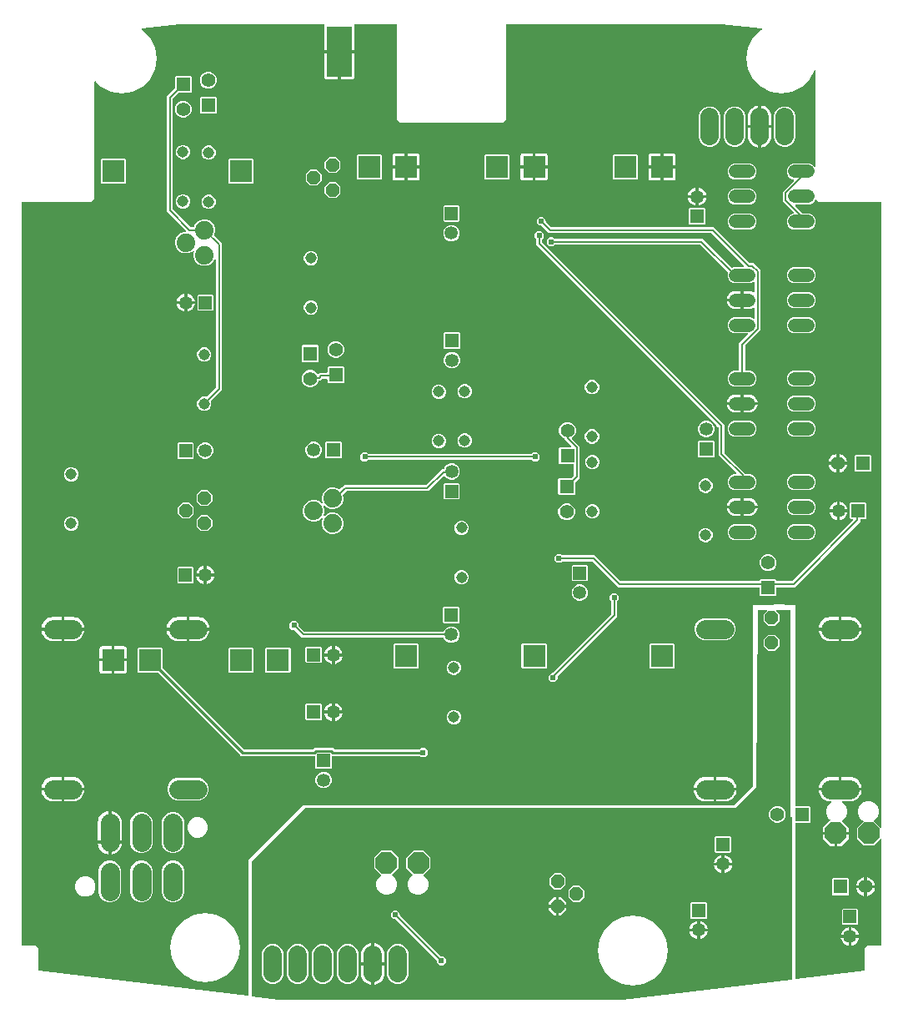
<source format=gbr>
G04 EAGLE Gerber X2 export*
%TF.Part,Single*%
%TF.FileFunction,Copper,L2,Bot,Mixed*%
%TF.FilePolarity,Positive*%
%TF.GenerationSoftware,Autodesk,EAGLE,9.2.0*%
%TF.CreationDate,2018-10-30T13:39:26Z*%
G75*
%MOMM*%
%FSLAX34Y34*%
%LPD*%
%INBottom Copper*%
%IPPOS*%
%AMOC8*
5,1,8,0,0,1.08239X$1,22.5*%
G01*
%ADD10C,1.143000*%
%ADD11R,1.350000X1.350000*%
%ADD12C,1.350000*%
%ADD13C,1.408000*%
%ADD14R,1.408000X1.408000*%
%ADD15R,2.250000X2.250000*%
%ADD16C,1.879600*%
%ADD17P,1.429621X8X112.500000*%
%ADD18C,1.320800*%
%ADD19P,2.336880X8X22.500000*%
%ADD20C,1.950000*%
%ADD21C,1.879600*%
%ADD22R,2.540000X5.080000*%
%ADD23P,1.429621X8X292.500000*%
%ADD24C,0.203200*%
%ADD25C,0.604800*%
%ADD26C,0.254000*%

G36*
X217697Y9132D02*
X217697Y9132D01*
X217755Y9134D01*
X217816Y9158D01*
X217880Y9172D01*
X217930Y9202D01*
X217984Y9223D01*
X218035Y9264D01*
X218091Y9298D01*
X218129Y9342D01*
X218174Y9379D01*
X218208Y9435D01*
X218251Y9485D01*
X218273Y9539D01*
X218303Y9589D01*
X218318Y9652D01*
X218343Y9713D01*
X218352Y9796D01*
X218360Y9828D01*
X218358Y9847D01*
X218361Y9880D01*
X218361Y146985D01*
X273615Y202239D01*
X711000Y202239D01*
X711090Y202254D01*
X711181Y202261D01*
X711211Y202273D01*
X711243Y202279D01*
X711323Y202321D01*
X711407Y202357D01*
X711439Y202383D01*
X711460Y202394D01*
X711482Y202417D01*
X711538Y202462D01*
X730788Y221712D01*
X730841Y221786D01*
X730901Y221855D01*
X730913Y221885D01*
X730932Y221911D01*
X730959Y221998D01*
X730993Y222083D01*
X730997Y222124D01*
X731004Y222147D01*
X731003Y222179D01*
X731011Y222250D01*
X731011Y405639D01*
X751400Y405639D01*
X751490Y405654D01*
X751581Y405661D01*
X751611Y405673D01*
X751643Y405679D01*
X751723Y405721D01*
X751807Y405757D01*
X751839Y405783D01*
X751860Y405794D01*
X751882Y405817D01*
X751938Y405862D01*
X752307Y406230D01*
X773939Y405659D01*
X773939Y202526D01*
X773942Y202506D01*
X773940Y202487D01*
X773962Y202385D01*
X773979Y202283D01*
X773988Y202266D01*
X773992Y202246D01*
X774045Y202157D01*
X774094Y202066D01*
X774108Y202052D01*
X774118Y202035D01*
X774197Y201968D01*
X774272Y201896D01*
X774290Y201888D01*
X774305Y201875D01*
X774401Y201836D01*
X774495Y201793D01*
X774515Y201791D01*
X774533Y201783D01*
X774700Y201765D01*
X788872Y201765D01*
X789765Y200872D01*
X789765Y185528D01*
X788872Y184635D01*
X774700Y184635D01*
X774680Y184632D01*
X774661Y184634D01*
X774559Y184612D01*
X774457Y184596D01*
X774440Y184586D01*
X774420Y184582D01*
X774331Y184529D01*
X774240Y184480D01*
X774226Y184466D01*
X774209Y184456D01*
X774142Y184377D01*
X774071Y184302D01*
X774062Y184284D01*
X774049Y184269D01*
X774010Y184173D01*
X773967Y184079D01*
X773965Y184059D01*
X773957Y184041D01*
X773939Y183874D01*
X773939Y27068D01*
X773949Y27003D01*
X773950Y26938D01*
X773969Y26883D01*
X773979Y26825D01*
X774009Y26768D01*
X774030Y26706D01*
X774066Y26659D01*
X774094Y26608D01*
X774141Y26563D01*
X774181Y26511D01*
X774229Y26479D01*
X774272Y26438D01*
X774331Y26411D01*
X774385Y26375D01*
X774442Y26359D01*
X774495Y26335D01*
X774560Y26327D01*
X774623Y26310D01*
X774707Y26311D01*
X774739Y26308D01*
X774758Y26312D01*
X774790Y26312D01*
X844058Y34598D01*
X844152Y34625D01*
X844248Y34645D01*
X844270Y34659D01*
X844295Y34666D01*
X844375Y34721D01*
X844459Y34772D01*
X844476Y34791D01*
X844497Y34806D01*
X844555Y34884D01*
X844619Y34959D01*
X844628Y34982D01*
X844644Y35003D01*
X844674Y35096D01*
X844711Y35187D01*
X844714Y35219D01*
X844720Y35237D01*
X844720Y35270D01*
X844729Y35353D01*
X844729Y57183D01*
X847817Y60271D01*
X860968Y60271D01*
X860988Y60274D01*
X861007Y60272D01*
X861109Y60294D01*
X861211Y60310D01*
X861228Y60320D01*
X861248Y60324D01*
X861337Y60377D01*
X861428Y60426D01*
X861442Y60440D01*
X861459Y60450D01*
X861526Y60529D01*
X861598Y60604D01*
X861606Y60622D01*
X861619Y60637D01*
X861658Y60733D01*
X861701Y60827D01*
X861703Y60847D01*
X861711Y60865D01*
X861729Y61032D01*
X861729Y167569D01*
X861718Y167639D01*
X861716Y167711D01*
X861698Y167760D01*
X861690Y167811D01*
X861656Y167875D01*
X861631Y167942D01*
X861599Y167983D01*
X861574Y168029D01*
X861522Y168078D01*
X861478Y168134D01*
X861434Y168162D01*
X861396Y168198D01*
X861331Y168228D01*
X861271Y168267D01*
X861220Y168280D01*
X861173Y168302D01*
X861102Y168310D01*
X861032Y168327D01*
X860980Y168323D01*
X860929Y168329D01*
X860858Y168314D01*
X860787Y168308D01*
X860739Y168288D01*
X860688Y168277D01*
X860627Y168240D01*
X860561Y168212D01*
X860505Y168167D01*
X860477Y168151D01*
X860462Y168133D01*
X860430Y168107D01*
X854003Y161680D01*
X843797Y161680D01*
X836580Y168897D01*
X836580Y179103D01*
X843031Y185553D01*
X843057Y185591D01*
X843091Y185622D01*
X843129Y185690D01*
X843174Y185753D01*
X843188Y185797D01*
X843210Y185837D01*
X843224Y185914D01*
X843246Y185988D01*
X843245Y186034D01*
X843253Y186079D01*
X843242Y186156D01*
X843240Y186234D01*
X843224Y186277D01*
X843218Y186322D01*
X843182Y186392D01*
X843156Y186465D01*
X843127Y186501D01*
X843106Y186542D01*
X843051Y186596D01*
X843002Y186657D01*
X842963Y186682D01*
X842930Y186714D01*
X842811Y186780D01*
X842795Y186790D01*
X842790Y186791D01*
X842784Y186795D01*
X842052Y187098D01*
X839098Y190052D01*
X837499Y193911D01*
X837499Y198089D01*
X839098Y201948D01*
X842052Y204902D01*
X845911Y206501D01*
X850089Y206501D01*
X853948Y204902D01*
X856902Y201948D01*
X858501Y198089D01*
X858501Y193911D01*
X856902Y190052D01*
X854125Y187275D01*
X854113Y187258D01*
X854098Y187246D01*
X854042Y187159D01*
X853981Y187075D01*
X853975Y187056D01*
X853965Y187039D01*
X853939Y186939D01*
X853909Y186840D01*
X853909Y186820D01*
X853905Y186800D01*
X853913Y186697D01*
X853915Y186594D01*
X853922Y186575D01*
X853924Y186555D01*
X853964Y186460D01*
X854000Y186363D01*
X854012Y186347D01*
X854020Y186329D01*
X854125Y186198D01*
X860430Y179893D01*
X860488Y179851D01*
X860540Y179802D01*
X860587Y179780D01*
X860629Y179749D01*
X860698Y179728D01*
X860763Y179698D01*
X860815Y179692D01*
X860865Y179677D01*
X860936Y179679D01*
X861007Y179671D01*
X861058Y179682D01*
X861110Y179683D01*
X861178Y179708D01*
X861248Y179723D01*
X861293Y179750D01*
X861341Y179768D01*
X861397Y179813D01*
X861459Y179849D01*
X861493Y179889D01*
X861533Y179922D01*
X861572Y179982D01*
X861619Y180036D01*
X861638Y180085D01*
X861666Y180129D01*
X861684Y180198D01*
X861711Y180265D01*
X861719Y180336D01*
X861727Y180367D01*
X861725Y180390D01*
X861729Y180431D01*
X861729Y813968D01*
X861726Y813988D01*
X861728Y814007D01*
X861706Y814109D01*
X861690Y814211D01*
X861680Y814228D01*
X861676Y814248D01*
X861623Y814337D01*
X861574Y814428D01*
X861560Y814442D01*
X861550Y814459D01*
X861471Y814526D01*
X861396Y814598D01*
X861378Y814606D01*
X861363Y814619D01*
X861267Y814658D01*
X861173Y814701D01*
X861153Y814703D01*
X861135Y814711D01*
X860968Y814729D01*
X797817Y814729D01*
X795371Y817175D01*
X795334Y817201D01*
X795303Y817235D01*
X795235Y817273D01*
X795172Y817318D01*
X795128Y817332D01*
X795088Y817354D01*
X795011Y817368D01*
X794937Y817391D01*
X794891Y817389D01*
X794846Y817397D01*
X794769Y817386D01*
X794691Y817384D01*
X794648Y817368D01*
X794602Y817362D01*
X794533Y817326D01*
X794460Y817300D01*
X794424Y817271D01*
X794383Y817250D01*
X794328Y817195D01*
X794268Y817146D01*
X794243Y817107D01*
X794211Y817075D01*
X794145Y816955D01*
X794135Y816939D01*
X794133Y816934D01*
X794130Y816928D01*
X793495Y815395D01*
X791209Y813109D01*
X788221Y811871D01*
X774742Y811871D01*
X774672Y811860D01*
X774600Y811858D01*
X774551Y811840D01*
X774500Y811832D01*
X774436Y811798D01*
X774369Y811773D01*
X774328Y811741D01*
X774282Y811716D01*
X774233Y811664D01*
X774177Y811620D01*
X774149Y811576D01*
X774113Y811538D01*
X774083Y811473D01*
X774044Y811413D01*
X774031Y811362D01*
X774009Y811315D01*
X774001Y811244D01*
X773984Y811174D01*
X773988Y811122D01*
X773982Y811071D01*
X773998Y811000D01*
X774003Y810929D01*
X774023Y810881D01*
X774035Y810830D01*
X774071Y810769D01*
X774099Y810703D01*
X774144Y810647D01*
X774161Y810619D01*
X774178Y810604D01*
X774204Y810572D01*
X781824Y802952D01*
X781898Y802899D01*
X781968Y802839D01*
X781998Y802827D01*
X782024Y802808D01*
X782111Y802781D01*
X782196Y802747D01*
X782237Y802743D01*
X782259Y802736D01*
X782291Y802737D01*
X782363Y802729D01*
X788221Y802729D01*
X791209Y801491D01*
X793495Y799205D01*
X794733Y796217D01*
X794733Y792983D01*
X793495Y789995D01*
X791209Y787709D01*
X788221Y786471D01*
X771779Y786471D01*
X768791Y787709D01*
X766505Y789995D01*
X765267Y792983D01*
X765267Y796217D01*
X766505Y799205D01*
X768791Y801491D01*
X771890Y802775D01*
X771929Y802799D01*
X771972Y802814D01*
X772033Y802863D01*
X772099Y802904D01*
X772128Y802940D01*
X772164Y802968D01*
X772206Y803034D01*
X772256Y803094D01*
X772272Y803136D01*
X772297Y803175D01*
X772316Y803251D01*
X772344Y803323D01*
X772346Y803369D01*
X772357Y803414D01*
X772351Y803491D01*
X772354Y803569D01*
X772341Y803613D01*
X772338Y803659D01*
X772307Y803730D01*
X772286Y803805D01*
X772259Y803843D01*
X772241Y803885D01*
X772156Y803992D01*
X772145Y804007D01*
X772141Y804010D01*
X772137Y804016D01*
X761203Y814950D01*
X761203Y825050D01*
X772137Y835984D01*
X772163Y836021D01*
X772197Y836052D01*
X772235Y836121D01*
X772280Y836184D01*
X772294Y836227D01*
X772316Y836268D01*
X772330Y836344D01*
X772353Y836419D01*
X772351Y836465D01*
X772360Y836510D01*
X772348Y836587D01*
X772346Y836665D01*
X772330Y836708D01*
X772324Y836753D01*
X772289Y836822D01*
X772262Y836896D01*
X772233Y836931D01*
X772212Y836972D01*
X772157Y837027D01*
X772108Y837088D01*
X772069Y837112D01*
X772037Y837145D01*
X771917Y837211D01*
X771901Y837221D01*
X771896Y837222D01*
X771890Y837225D01*
X768791Y838509D01*
X766505Y840795D01*
X765267Y843783D01*
X765267Y847017D01*
X766505Y850005D01*
X768791Y852291D01*
X771779Y853529D01*
X788221Y853529D01*
X791209Y852291D01*
X793430Y850070D01*
X793488Y850028D01*
X793540Y849979D01*
X793587Y849957D01*
X793629Y849926D01*
X793698Y849905D01*
X793763Y849875D01*
X793815Y849869D01*
X793865Y849854D01*
X793936Y849856D01*
X794007Y849848D01*
X794058Y849859D01*
X794110Y849860D01*
X794178Y849885D01*
X794248Y849900D01*
X794293Y849927D01*
X794341Y849945D01*
X794397Y849990D01*
X794459Y850027D01*
X794493Y850066D01*
X794533Y850099D01*
X794572Y850159D01*
X794619Y850213D01*
X794638Y850262D01*
X794666Y850306D01*
X794684Y850375D01*
X794711Y850442D01*
X794719Y850513D01*
X794727Y850544D01*
X794725Y850567D01*
X794729Y850608D01*
X794729Y947645D01*
X794718Y947712D01*
X794717Y947780D01*
X794699Y947832D01*
X794690Y947888D01*
X794658Y947948D01*
X794635Y948012D01*
X794601Y948056D01*
X794574Y948105D01*
X794525Y948152D01*
X794484Y948205D01*
X794437Y948236D01*
X794396Y948274D01*
X794335Y948303D01*
X794278Y948340D01*
X794224Y948355D01*
X794173Y948378D01*
X794106Y948386D01*
X794040Y948403D01*
X793984Y948399D01*
X793929Y948405D01*
X793862Y948391D01*
X793795Y948386D01*
X793743Y948365D01*
X793688Y948353D01*
X793630Y948318D01*
X793567Y948292D01*
X793525Y948255D01*
X793477Y948227D01*
X793433Y948175D01*
X793382Y948131D01*
X793339Y948065D01*
X793317Y948040D01*
X793309Y948020D01*
X793290Y947991D01*
X788762Y939103D01*
X780897Y931238D01*
X770986Y926189D01*
X760000Y924449D01*
X749014Y926189D01*
X739103Y931238D01*
X731238Y939103D01*
X726189Y949014D01*
X724449Y960000D01*
X726189Y970986D01*
X731238Y980897D01*
X739103Y988762D01*
X740047Y989242D01*
X740071Y989260D01*
X740099Y989272D01*
X740170Y989333D01*
X740245Y989388D01*
X740262Y989413D01*
X740285Y989432D01*
X740333Y989513D01*
X740386Y989589D01*
X740395Y989618D01*
X740410Y989644D01*
X740430Y989735D01*
X740456Y989825D01*
X740455Y989855D01*
X740462Y989885D01*
X740451Y989977D01*
X740447Y990071D01*
X740437Y990099D01*
X740433Y990129D01*
X740393Y990214D01*
X740361Y990301D01*
X740341Y990324D01*
X740329Y990352D01*
X740264Y990419D01*
X740205Y990491D01*
X740179Y990507D01*
X740158Y990529D01*
X740075Y990573D01*
X739997Y990622D01*
X739967Y990629D01*
X739940Y990643D01*
X739776Y990678D01*
X698977Y994726D01*
X698950Y994724D01*
X698902Y994729D01*
X481032Y994729D01*
X481012Y994726D01*
X480993Y994728D01*
X480891Y994706D01*
X480789Y994690D01*
X480772Y994680D01*
X480752Y994676D01*
X480663Y994623D01*
X480572Y994574D01*
X480558Y994560D01*
X480541Y994550D01*
X480474Y994471D01*
X480402Y994396D01*
X480394Y994378D01*
X480381Y994363D01*
X480342Y994267D01*
X480299Y994173D01*
X480297Y994153D01*
X480289Y994135D01*
X480271Y993968D01*
X480271Y897817D01*
X477183Y894729D01*
X372817Y894729D01*
X369729Y897817D01*
X369729Y993968D01*
X369726Y993988D01*
X369728Y994007D01*
X369706Y994109D01*
X369690Y994211D01*
X369680Y994228D01*
X369676Y994248D01*
X369623Y994337D01*
X369574Y994428D01*
X369560Y994442D01*
X369550Y994459D01*
X369471Y994526D01*
X369396Y994598D01*
X369378Y994606D01*
X369363Y994619D01*
X369267Y994658D01*
X369173Y994701D01*
X369153Y994703D01*
X369135Y994711D01*
X368968Y994729D01*
X326757Y994729D01*
X326663Y994714D01*
X326568Y994705D01*
X326543Y994694D01*
X326515Y994690D01*
X326431Y994645D01*
X326343Y994607D01*
X326322Y994588D01*
X326297Y994574D01*
X326232Y994505D01*
X326161Y994441D01*
X326147Y994417D01*
X326128Y994396D01*
X326088Y994310D01*
X326041Y994226D01*
X326036Y994199D01*
X326024Y994173D01*
X326014Y994078D01*
X325996Y993985D01*
X326000Y993957D01*
X325997Y993929D01*
X326018Y993835D01*
X326031Y993741D01*
X326045Y993709D01*
X326050Y993688D01*
X326066Y993660D01*
X326098Y993587D01*
X326218Y993381D01*
X326391Y992734D01*
X326391Y968523D01*
X311912Y968523D01*
X311892Y968520D01*
X311873Y968522D01*
X311771Y968500D01*
X311669Y968483D01*
X311652Y968474D01*
X311632Y968470D01*
X311543Y968417D01*
X311452Y968368D01*
X311438Y968354D01*
X311421Y968344D01*
X311354Y968265D01*
X311283Y968190D01*
X311274Y968172D01*
X311261Y968157D01*
X311222Y968061D01*
X311179Y967967D01*
X311177Y967947D01*
X311169Y967929D01*
X311151Y967762D01*
X311151Y966999D01*
X311149Y966999D01*
X311149Y967762D01*
X311146Y967782D01*
X311148Y967801D01*
X311126Y967903D01*
X311109Y968005D01*
X311100Y968022D01*
X311096Y968042D01*
X311043Y968131D01*
X310994Y968222D01*
X310980Y968236D01*
X310970Y968253D01*
X310891Y968320D01*
X310816Y968391D01*
X310798Y968400D01*
X310783Y968413D01*
X310687Y968452D01*
X310593Y968495D01*
X310573Y968497D01*
X310555Y968505D01*
X310388Y968523D01*
X295909Y968523D01*
X295909Y992734D01*
X296082Y993381D01*
X296202Y993587D01*
X296235Y993677D01*
X296276Y993763D01*
X296279Y993791D01*
X296289Y993817D01*
X296292Y993913D01*
X296303Y994007D01*
X296297Y994035D01*
X296298Y994063D01*
X296271Y994155D01*
X296250Y994248D01*
X296236Y994272D01*
X296228Y994299D01*
X296173Y994377D01*
X296124Y994459D01*
X296103Y994477D01*
X296087Y994500D01*
X296010Y994557D01*
X295937Y994619D01*
X295911Y994629D01*
X295888Y994646D01*
X295798Y994675D01*
X295709Y994711D01*
X295674Y994715D01*
X295654Y994721D01*
X295621Y994721D01*
X295543Y994729D01*
X149526Y994729D01*
X149498Y994725D01*
X149444Y994725D01*
X110552Y990507D01*
X110526Y990499D01*
X110499Y990499D01*
X110408Y990467D01*
X110315Y990441D01*
X110293Y990426D01*
X110267Y990417D01*
X110191Y990357D01*
X110111Y990303D01*
X110095Y990282D01*
X110074Y990265D01*
X110020Y990184D01*
X109962Y990107D01*
X109953Y990082D01*
X109939Y990060D01*
X109914Y989966D01*
X109883Y989875D01*
X109883Y989848D01*
X109876Y989822D01*
X109883Y989725D01*
X109882Y989629D01*
X109891Y989603D01*
X109893Y989576D01*
X109929Y989487D01*
X109960Y989395D01*
X109976Y989374D01*
X109987Y989349D01*
X110050Y989276D01*
X110108Y989199D01*
X110130Y989184D01*
X110148Y989164D01*
X110288Y989071D01*
X110897Y988762D01*
X118762Y980897D01*
X123811Y970986D01*
X125551Y960000D01*
X123811Y949014D01*
X118762Y939103D01*
X110897Y931238D01*
X100986Y926189D01*
X90000Y924449D01*
X79014Y926189D01*
X69103Y931238D01*
X63570Y936772D01*
X63512Y936814D01*
X63460Y936863D01*
X63413Y936885D01*
X63371Y936915D01*
X63302Y936936D01*
X63237Y936967D01*
X63185Y936972D01*
X63135Y936988D01*
X63064Y936986D01*
X62993Y936994D01*
X62942Y936983D01*
X62890Y936981D01*
X62822Y936957D01*
X62752Y936941D01*
X62707Y936915D01*
X62659Y936897D01*
X62603Y936852D01*
X62541Y936815D01*
X62507Y936776D01*
X62467Y936743D01*
X62428Y936683D01*
X62381Y936628D01*
X62362Y936580D01*
X62334Y936536D01*
X62316Y936467D01*
X62289Y936400D01*
X62281Y936329D01*
X62273Y936298D01*
X62275Y936274D01*
X62271Y936233D01*
X62271Y817817D01*
X59183Y814729D01*
X-10968Y814729D01*
X-10988Y814726D01*
X-11007Y814728D01*
X-11109Y814706D01*
X-11211Y814690D01*
X-11228Y814680D01*
X-11248Y814676D01*
X-11337Y814623D01*
X-11428Y814574D01*
X-11442Y814560D01*
X-11459Y814550D01*
X-11526Y814471D01*
X-11598Y814396D01*
X-11606Y814378D01*
X-11619Y814363D01*
X-11658Y814267D01*
X-11701Y814173D01*
X-11703Y814153D01*
X-11711Y814135D01*
X-11729Y813968D01*
X-11729Y61032D01*
X-11726Y61012D01*
X-11728Y60993D01*
X-11706Y60891D01*
X-11690Y60789D01*
X-11680Y60772D01*
X-11676Y60752D01*
X-11623Y60663D01*
X-11574Y60572D01*
X-11560Y60558D01*
X-11550Y60541D01*
X-11471Y60474D01*
X-11396Y60402D01*
X-11378Y60394D01*
X-11363Y60381D01*
X-11267Y60342D01*
X-11173Y60299D01*
X-11153Y60297D01*
X-11135Y60289D01*
X-10968Y60271D01*
X2183Y60271D01*
X5271Y57183D01*
X5271Y35349D01*
X5286Y35253D01*
X5296Y35156D01*
X5306Y35132D01*
X5310Y35107D01*
X5356Y35020D01*
X5396Y34931D01*
X5413Y34912D01*
X5426Y34889D01*
X5496Y34822D01*
X5562Y34750D01*
X5585Y34738D01*
X5604Y34720D01*
X5692Y34679D01*
X5778Y34632D01*
X5809Y34624D01*
X5827Y34616D01*
X5860Y34613D01*
X5941Y34594D01*
X217509Y9124D01*
X217574Y9127D01*
X217639Y9119D01*
X217697Y9132D01*
G37*
G36*
X598870Y5276D02*
X598870Y5276D01*
X598931Y5276D01*
X770090Y25750D01*
X770184Y25777D01*
X770280Y25798D01*
X770302Y25811D01*
X770327Y25818D01*
X770407Y25874D01*
X770491Y25924D01*
X770508Y25943D01*
X770529Y25958D01*
X770587Y26036D01*
X770651Y26111D01*
X770661Y26135D01*
X770676Y26155D01*
X770706Y26248D01*
X770743Y26339D01*
X770746Y26371D01*
X770752Y26389D01*
X770752Y26422D01*
X770761Y26506D01*
X770761Y190000D01*
X770758Y190020D01*
X770760Y190039D01*
X770738Y190141D01*
X770722Y190243D01*
X770712Y190260D01*
X770708Y190280D01*
X770655Y190369D01*
X770606Y190460D01*
X770592Y190474D01*
X770582Y190491D01*
X770503Y190558D01*
X770428Y190630D01*
X770410Y190638D01*
X770395Y190651D01*
X770299Y190690D01*
X770205Y190733D01*
X770185Y190735D01*
X770167Y190743D01*
X770000Y190761D01*
X769111Y190761D01*
X769111Y400050D01*
X769108Y400070D01*
X769110Y400089D01*
X769088Y400191D01*
X769072Y400293D01*
X769062Y400310D01*
X769058Y400330D01*
X769005Y400419D01*
X768956Y400510D01*
X768942Y400524D01*
X768932Y400541D01*
X768853Y400608D01*
X768778Y400680D01*
X768760Y400688D01*
X768745Y400701D01*
X768649Y400740D01*
X768555Y400783D01*
X768535Y400785D01*
X768517Y400793D01*
X768350Y400811D01*
X755222Y400811D01*
X755152Y400800D01*
X755080Y400798D01*
X755031Y400780D01*
X754980Y400772D01*
X754916Y400738D01*
X754849Y400713D01*
X754808Y400681D01*
X754762Y400656D01*
X754713Y400605D01*
X754657Y400560D01*
X754629Y400516D01*
X754593Y400478D01*
X754563Y400413D01*
X754524Y400353D01*
X754511Y400302D01*
X754489Y400255D01*
X754481Y400184D01*
X754464Y400114D01*
X754468Y400062D01*
X754462Y400011D01*
X754477Y399940D01*
X754483Y399869D01*
X754503Y399821D01*
X754514Y399770D01*
X754551Y399709D01*
X754579Y399643D01*
X754624Y399587D01*
X754641Y399559D01*
X754658Y399544D01*
X754684Y399512D01*
X758129Y396067D01*
X758129Y389333D01*
X753367Y384571D01*
X746633Y384571D01*
X741871Y389333D01*
X741871Y396067D01*
X745316Y399512D01*
X745358Y399570D01*
X745407Y399622D01*
X745429Y399669D01*
X745459Y399711D01*
X745481Y399780D01*
X745511Y399845D01*
X745517Y399897D01*
X745532Y399947D01*
X745530Y400018D01*
X745538Y400089D01*
X745527Y400140D01*
X745525Y400192D01*
X745501Y400260D01*
X745486Y400330D01*
X745459Y400374D01*
X745441Y400423D01*
X745396Y400479D01*
X745359Y400541D01*
X745320Y400575D01*
X745287Y400615D01*
X745227Y400654D01*
X745173Y400701D01*
X745124Y400720D01*
X745080Y400748D01*
X745011Y400766D01*
X744944Y400793D01*
X744873Y400801D01*
X744842Y400809D01*
X744819Y400807D01*
X744778Y400811D01*
X736600Y400811D01*
X736583Y400809D01*
X736566Y400811D01*
X736462Y400789D01*
X736357Y400772D01*
X736342Y400764D01*
X736326Y400760D01*
X736234Y400706D01*
X736140Y400656D01*
X736128Y400644D01*
X736114Y400636D01*
X736044Y400555D01*
X735971Y400478D01*
X735963Y400463D01*
X735952Y400450D01*
X735912Y400351D01*
X735867Y400255D01*
X735865Y400238D01*
X735859Y400222D01*
X735839Y400056D01*
X734475Y221023D01*
X713052Y199761D01*
X277000Y199761D01*
X276910Y199747D01*
X276819Y199739D01*
X276789Y199727D01*
X276757Y199722D01*
X276677Y199679D01*
X276593Y199643D01*
X276561Y199617D01*
X276540Y199606D01*
X276518Y199583D01*
X276462Y199538D01*
X222062Y145138D01*
X222009Y145064D01*
X221949Y144995D01*
X221937Y144965D01*
X221918Y144939D01*
X221891Y144852D01*
X221857Y144767D01*
X221853Y144726D01*
X221846Y144703D01*
X221847Y144671D01*
X221839Y144600D01*
X221839Y9278D01*
X221855Y9182D01*
X221864Y9085D01*
X221874Y9061D01*
X221879Y9035D01*
X221924Y8949D01*
X221964Y8860D01*
X221981Y8841D01*
X221994Y8818D01*
X222064Y8751D01*
X222130Y8679D01*
X222153Y8666D01*
X222172Y8648D01*
X222260Y8607D01*
X222346Y8560D01*
X222377Y8553D01*
X222395Y8545D01*
X222428Y8541D01*
X222509Y8522D01*
X249471Y5276D01*
X249501Y5277D01*
X249562Y5271D01*
X598840Y5271D01*
X598870Y5276D01*
G37*
%LPC*%
G36*
X711779Y627271D02*
X711779Y627271D01*
X708791Y628509D01*
X706505Y630795D01*
X705267Y633783D01*
X705267Y637017D01*
X706505Y640005D01*
X708791Y642291D01*
X711779Y643529D01*
X716190Y643529D01*
X716210Y643532D01*
X716229Y643530D01*
X716331Y643552D01*
X716433Y643568D01*
X716450Y643578D01*
X716470Y643582D01*
X716559Y643635D01*
X716650Y643684D01*
X716664Y643698D01*
X716681Y643708D01*
X716748Y643787D01*
X716820Y643862D01*
X716828Y643880D01*
X716841Y643895D01*
X716880Y643991D01*
X716923Y644085D01*
X716925Y644105D01*
X716933Y644123D01*
X716951Y644290D01*
X716951Y671327D01*
X725796Y680172D01*
X725838Y680230D01*
X725887Y680282D01*
X725909Y680329D01*
X725939Y680371D01*
X725960Y680440D01*
X725991Y680505D01*
X725996Y680557D01*
X726012Y680607D01*
X726010Y680678D01*
X726018Y680749D01*
X726007Y680800D01*
X726005Y680852D01*
X725981Y680920D01*
X725965Y680990D01*
X725939Y681035D01*
X725921Y681083D01*
X725876Y681139D01*
X725839Y681201D01*
X725800Y681235D01*
X725767Y681275D01*
X725707Y681314D01*
X725652Y681361D01*
X725604Y681380D01*
X725560Y681408D01*
X725491Y681426D01*
X725424Y681453D01*
X725353Y681461D01*
X725322Y681469D01*
X725298Y681467D01*
X725258Y681471D01*
X711779Y681471D01*
X708791Y682709D01*
X706505Y684995D01*
X705267Y687983D01*
X705267Y691217D01*
X706505Y694205D01*
X708791Y696491D01*
X711779Y697729D01*
X728221Y697729D01*
X731209Y696491D01*
X731400Y696300D01*
X731458Y696258D01*
X731510Y696209D01*
X731557Y696187D01*
X731599Y696156D01*
X731668Y696135D01*
X731733Y696105D01*
X731785Y696099D01*
X731835Y696084D01*
X731906Y696086D01*
X731977Y696078D01*
X732028Y696089D01*
X732080Y696090D01*
X732148Y696115D01*
X732218Y696130D01*
X732263Y696157D01*
X732311Y696175D01*
X732367Y696220D01*
X732429Y696257D01*
X732463Y696296D01*
X732503Y696329D01*
X732542Y696389D01*
X732589Y696443D01*
X732608Y696492D01*
X732636Y696536D01*
X732654Y696605D01*
X732681Y696672D01*
X732689Y696743D01*
X732697Y696774D01*
X732695Y696797D01*
X732699Y696838D01*
X732699Y706650D01*
X732680Y706767D01*
X732661Y706887D01*
X732660Y706890D01*
X732660Y706893D01*
X732604Y706998D01*
X732548Y707105D01*
X732546Y707108D01*
X732544Y707110D01*
X732457Y707193D01*
X732371Y707276D01*
X732368Y707278D01*
X732366Y707280D01*
X732257Y707330D01*
X732149Y707382D01*
X732146Y707382D01*
X732143Y707383D01*
X732025Y707396D01*
X731905Y707411D01*
X731902Y707410D01*
X731899Y707410D01*
X731783Y707385D01*
X731664Y707360D01*
X731661Y707359D01*
X731658Y707358D01*
X731649Y707353D01*
X731515Y707283D01*
X730936Y706896D01*
X729271Y706207D01*
X727505Y705855D01*
X721523Y705855D01*
X721523Y714238D01*
X721520Y714258D01*
X721522Y714277D01*
X721500Y714379D01*
X721483Y714481D01*
X721474Y714498D01*
X721470Y714518D01*
X721417Y714607D01*
X721368Y714698D01*
X721354Y714712D01*
X721344Y714729D01*
X721265Y714796D01*
X721190Y714867D01*
X721172Y714876D01*
X721157Y714889D01*
X721061Y714927D01*
X720967Y714971D01*
X720947Y714973D01*
X720929Y714981D01*
X720762Y714999D01*
X719999Y714999D01*
X719999Y715001D01*
X720762Y715001D01*
X720782Y715004D01*
X720801Y715002D01*
X720903Y715024D01*
X721005Y715041D01*
X721022Y715050D01*
X721042Y715054D01*
X721131Y715107D01*
X721222Y715156D01*
X721236Y715170D01*
X721253Y715180D01*
X721320Y715259D01*
X721391Y715334D01*
X721400Y715352D01*
X721413Y715367D01*
X721452Y715463D01*
X721495Y715557D01*
X721497Y715577D01*
X721505Y715595D01*
X721523Y715762D01*
X721523Y724145D01*
X727505Y724145D01*
X729271Y723793D01*
X730936Y723104D01*
X731515Y722717D01*
X731624Y722667D01*
X731733Y722617D01*
X731736Y722616D01*
X731739Y722615D01*
X731858Y722603D01*
X731977Y722590D01*
X731981Y722590D01*
X731984Y722590D01*
X732099Y722616D01*
X732218Y722642D01*
X732221Y722643D01*
X732224Y722644D01*
X732325Y722706D01*
X732429Y722768D01*
X732431Y722770D01*
X732434Y722772D01*
X732510Y722863D01*
X732589Y722955D01*
X732590Y722958D01*
X732592Y722960D01*
X732634Y723068D01*
X732681Y723183D01*
X732681Y723187D01*
X732682Y723189D01*
X732683Y723200D01*
X732699Y723350D01*
X732699Y733162D01*
X732688Y733232D01*
X732686Y733304D01*
X732668Y733353D01*
X732660Y733404D01*
X732626Y733468D01*
X732601Y733535D01*
X732569Y733576D01*
X732544Y733622D01*
X732493Y733671D01*
X732448Y733727D01*
X732404Y733755D01*
X732366Y733791D01*
X732301Y733821D01*
X732241Y733860D01*
X732190Y733873D01*
X732143Y733895D01*
X732072Y733903D01*
X732002Y733920D01*
X731950Y733916D01*
X731899Y733922D01*
X731828Y733907D01*
X731757Y733901D01*
X731709Y733881D01*
X731658Y733870D01*
X731597Y733833D01*
X731531Y733805D01*
X731475Y733760D01*
X731447Y733743D01*
X731432Y733726D01*
X731400Y733700D01*
X731209Y733509D01*
X728221Y732271D01*
X711779Y732271D01*
X708791Y733509D01*
X706505Y735795D01*
X705267Y738783D01*
X705267Y742017D01*
X705449Y742455D01*
X705475Y742568D01*
X705504Y742682D01*
X705504Y742688D01*
X705505Y742695D01*
X705494Y742811D01*
X705485Y742927D01*
X705482Y742933D01*
X705482Y742939D01*
X705434Y743047D01*
X705389Y743154D01*
X705384Y743159D01*
X705382Y743164D01*
X705369Y743178D01*
X705284Y743285D01*
X677648Y770920D01*
X677574Y770973D01*
X677505Y771033D01*
X677475Y771045D01*
X677448Y771064D01*
X677361Y771091D01*
X677277Y771125D01*
X677236Y771129D01*
X677213Y771136D01*
X677181Y771135D01*
X677110Y771143D01*
X529987Y771143D01*
X529897Y771129D01*
X529806Y771121D01*
X529777Y771109D01*
X529745Y771104D01*
X529664Y771061D01*
X529580Y771025D01*
X529548Y770999D01*
X529527Y770988D01*
X529515Y770976D01*
X529514Y770975D01*
X529502Y770963D01*
X529449Y770920D01*
X528172Y769643D01*
X524404Y769643D01*
X521739Y772308D01*
X521739Y776076D01*
X524404Y778741D01*
X528172Y778741D01*
X529449Y777464D01*
X529523Y777411D01*
X529593Y777351D01*
X529623Y777339D01*
X529649Y777320D01*
X529736Y777293D01*
X529821Y777259D01*
X529862Y777255D01*
X529884Y777248D01*
X529916Y777249D01*
X529987Y777241D01*
X679951Y777241D01*
X709216Y747976D01*
X709310Y747908D01*
X709405Y747838D01*
X709411Y747836D01*
X709416Y747832D01*
X709526Y747798D01*
X709638Y747762D01*
X709645Y747762D01*
X709651Y747760D01*
X709767Y747763D01*
X709884Y747764D01*
X709892Y747766D01*
X709897Y747766D01*
X709914Y747773D01*
X710045Y747811D01*
X711779Y748529D01*
X721322Y748529D01*
X721393Y748540D01*
X721464Y748542D01*
X721513Y748560D01*
X721565Y748568D01*
X721628Y748602D01*
X721695Y748627D01*
X721736Y748659D01*
X721782Y748684D01*
X721831Y748736D01*
X721887Y748780D01*
X721916Y748824D01*
X721951Y748862D01*
X721982Y748927D01*
X722020Y748987D01*
X722033Y749038D01*
X722055Y749085D01*
X722063Y749156D01*
X722080Y749226D01*
X722076Y749278D01*
X722082Y749329D01*
X722067Y749400D01*
X722061Y749471D01*
X722041Y749519D01*
X722030Y749570D01*
X721993Y749631D01*
X721965Y749697D01*
X721920Y749753D01*
X721904Y749781D01*
X721886Y749796D01*
X721860Y749828D01*
X688960Y782728D01*
X688886Y782781D01*
X688817Y782841D01*
X688787Y782853D01*
X688760Y782872D01*
X688673Y782899D01*
X688589Y782933D01*
X688548Y782937D01*
X688525Y782944D01*
X688493Y782943D01*
X688422Y782951D01*
X523737Y782951D01*
X521728Y784960D01*
X516460Y790228D01*
X516386Y790281D01*
X516317Y790341D01*
X516287Y790353D01*
X516260Y790372D01*
X516173Y790399D01*
X516089Y790433D01*
X516048Y790437D01*
X516025Y790444D01*
X515993Y790443D01*
X515922Y790451D01*
X514116Y790451D01*
X511451Y793116D01*
X511451Y796884D01*
X514116Y799549D01*
X517884Y799549D01*
X520549Y796884D01*
X520549Y795078D01*
X520563Y794988D01*
X520571Y794897D01*
X520583Y794867D01*
X520588Y794835D01*
X520631Y794755D01*
X520667Y794671D01*
X520693Y794639D01*
X520704Y794618D01*
X520727Y794596D01*
X520772Y794540D01*
X526040Y789272D01*
X526114Y789219D01*
X526183Y789159D01*
X526213Y789147D01*
X526240Y789128D01*
X526327Y789101D01*
X526411Y789067D01*
X526452Y789063D01*
X526475Y789056D01*
X526507Y789057D01*
X526578Y789049D01*
X691263Y789049D01*
X727496Y752816D01*
X727570Y752763D01*
X727639Y752703D01*
X727669Y752691D01*
X727696Y752672D01*
X727783Y752645D01*
X727867Y752611D01*
X727908Y752607D01*
X727931Y752600D01*
X727963Y752601D01*
X728034Y752593D01*
X731654Y752593D01*
X733663Y750584D01*
X736788Y747459D01*
X738797Y745450D01*
X738797Y684550D01*
X723272Y669024D01*
X723219Y668951D01*
X723159Y668881D01*
X723147Y668851D01*
X723128Y668825D01*
X723101Y668738D01*
X723067Y668653D01*
X723063Y668612D01*
X723056Y668590D01*
X723057Y668557D01*
X723049Y668486D01*
X723049Y644290D01*
X723052Y644270D01*
X723050Y644251D01*
X723072Y644149D01*
X723088Y644047D01*
X723098Y644030D01*
X723102Y644010D01*
X723155Y643921D01*
X723204Y643830D01*
X723218Y643816D01*
X723228Y643799D01*
X723307Y643732D01*
X723382Y643660D01*
X723400Y643652D01*
X723415Y643639D01*
X723511Y643600D01*
X723605Y643557D01*
X723625Y643555D01*
X723643Y643547D01*
X723810Y643529D01*
X728221Y643529D01*
X731209Y642291D01*
X733495Y640005D01*
X734733Y637017D01*
X734733Y633783D01*
X733495Y630795D01*
X731209Y628509D01*
X728221Y627271D01*
X711779Y627271D01*
G37*
%LPD*%
%LPC*%
G36*
X598014Y21189D02*
X598014Y21189D01*
X588103Y26238D01*
X580238Y34103D01*
X575189Y44014D01*
X573449Y55000D01*
X575189Y65986D01*
X580238Y75897D01*
X588103Y83762D01*
X598014Y88811D01*
X609000Y90551D01*
X619986Y88811D01*
X629897Y83762D01*
X637762Y75897D01*
X642811Y65986D01*
X644551Y55000D01*
X642811Y44014D01*
X637762Y34103D01*
X629897Y26238D01*
X619986Y21189D01*
X609000Y19449D01*
X598014Y21189D01*
G37*
%LPD*%
%LPC*%
G36*
X164014Y24189D02*
X164014Y24189D01*
X154103Y29238D01*
X146238Y37103D01*
X141189Y47014D01*
X139449Y58000D01*
X141189Y68986D01*
X146238Y78897D01*
X154103Y86762D01*
X164014Y91811D01*
X175000Y93551D01*
X185986Y91811D01*
X195897Y86762D01*
X203762Y78897D01*
X208811Y68986D01*
X210551Y58000D01*
X208811Y47014D01*
X203762Y37103D01*
X195897Y29238D01*
X185986Y24189D01*
X175000Y22449D01*
X164014Y24189D01*
G37*
%LPD*%
%LPC*%
G36*
X172260Y602510D02*
X172260Y602510D01*
X169599Y603612D01*
X167562Y605649D01*
X166460Y608310D01*
X166460Y611190D01*
X167562Y613851D01*
X169599Y615888D01*
X172260Y616990D01*
X175140Y616990D01*
X175722Y616749D01*
X175836Y616722D01*
X175949Y616693D01*
X175956Y616694D01*
X175962Y616692D01*
X176078Y616703D01*
X176195Y616712D01*
X176200Y616715D01*
X176207Y616715D01*
X176314Y616763D01*
X176421Y616809D01*
X176427Y616813D01*
X176431Y616815D01*
X176445Y616828D01*
X176552Y616914D01*
X185728Y626090D01*
X185781Y626164D01*
X185841Y626233D01*
X185853Y626263D01*
X185872Y626290D01*
X185899Y626377D01*
X185933Y626461D01*
X185937Y626502D01*
X185944Y626525D01*
X185943Y626557D01*
X185951Y626628D01*
X185951Y756892D01*
X185936Y756988D01*
X185926Y757085D01*
X185916Y757109D01*
X185912Y757135D01*
X185866Y757221D01*
X185826Y757310D01*
X185809Y757329D01*
X185796Y757352D01*
X185726Y757419D01*
X185660Y757491D01*
X185637Y757503D01*
X185618Y757521D01*
X185530Y757562D01*
X185444Y757609D01*
X185419Y757614D01*
X185395Y757625D01*
X185298Y757636D01*
X185202Y757653D01*
X185176Y757649D01*
X185151Y757652D01*
X185055Y757632D01*
X184959Y757617D01*
X184936Y757606D01*
X184910Y757600D01*
X184827Y757550D01*
X184740Y757506D01*
X184721Y757487D01*
X184699Y757474D01*
X184636Y757400D01*
X184568Y757330D01*
X184552Y757302D01*
X184539Y757287D01*
X184527Y757256D01*
X184487Y757183D01*
X183360Y754463D01*
X180287Y751390D01*
X176273Y749727D01*
X171927Y749727D01*
X167913Y751390D01*
X164840Y754463D01*
X163177Y758477D01*
X163177Y762823D01*
X163981Y764763D01*
X163991Y764804D01*
X164005Y764835D01*
X164010Y764879D01*
X164032Y764950D01*
X164031Y764977D01*
X164037Y765002D01*
X164031Y765069D01*
X164032Y765079D01*
X164028Y765097D01*
X164028Y765099D01*
X164025Y765196D01*
X164016Y765221D01*
X164014Y765247D01*
X163974Y765336D01*
X163941Y765427D01*
X163924Y765448D01*
X163914Y765472D01*
X163848Y765543D01*
X163787Y765619D01*
X163765Y765633D01*
X163747Y765653D01*
X163662Y765700D01*
X163580Y765752D01*
X163555Y765759D01*
X163532Y765771D01*
X163436Y765789D01*
X163342Y765812D01*
X163316Y765810D01*
X163290Y765815D01*
X163193Y765801D01*
X163096Y765793D01*
X163072Y765783D01*
X163047Y765779D01*
X162960Y765735D01*
X162870Y765697D01*
X162845Y765677D01*
X162827Y765668D01*
X162809Y765649D01*
X162803Y765646D01*
X162792Y765635D01*
X162739Y765592D01*
X161237Y764090D01*
X157223Y762427D01*
X152877Y762427D01*
X148863Y764090D01*
X145790Y767163D01*
X144127Y771177D01*
X144127Y775523D01*
X145790Y779537D01*
X148863Y782610D01*
X152877Y784273D01*
X154578Y784273D01*
X154649Y784284D01*
X154720Y784286D01*
X154769Y784304D01*
X154821Y784312D01*
X154884Y784346D01*
X154951Y784371D01*
X154992Y784403D01*
X155038Y784428D01*
X155087Y784480D01*
X155143Y784524D01*
X155172Y784568D01*
X155207Y784606D01*
X155238Y784671D01*
X155276Y784731D01*
X155289Y784782D01*
X155311Y784829D01*
X155319Y784900D01*
X155336Y784970D01*
X155332Y785022D01*
X155338Y785073D01*
X155323Y785144D01*
X155317Y785215D01*
X155297Y785263D01*
X155286Y785314D01*
X155249Y785375D01*
X155221Y785441D01*
X155176Y785497D01*
X155160Y785525D01*
X155142Y785540D01*
X155116Y785572D01*
X137960Y802728D01*
X135951Y804737D01*
X135951Y921863D01*
X143612Y929524D01*
X143665Y929598D01*
X143725Y929667D01*
X143737Y929697D01*
X143756Y929724D01*
X143783Y929811D01*
X143817Y929895D01*
X143821Y929936D01*
X143828Y929959D01*
X143827Y929991D01*
X143835Y930062D01*
X143835Y941672D01*
X144728Y942565D01*
X160072Y942565D01*
X160965Y941672D01*
X160965Y926328D01*
X160072Y925435D01*
X148462Y925435D01*
X148372Y925421D01*
X148281Y925413D01*
X148251Y925401D01*
X148219Y925396D01*
X148139Y925353D01*
X148055Y925317D01*
X148023Y925291D01*
X148002Y925280D01*
X147980Y925257D01*
X147924Y925212D01*
X142272Y919560D01*
X142219Y919486D01*
X142159Y919417D01*
X142147Y919387D01*
X142128Y919360D01*
X142101Y919273D01*
X142067Y919189D01*
X142063Y919148D01*
X142056Y919125D01*
X142057Y919093D01*
X142049Y919022D01*
X142049Y807578D01*
X142063Y807488D01*
X142071Y807397D01*
X142083Y807367D01*
X142088Y807335D01*
X142131Y807255D01*
X142167Y807171D01*
X142193Y807139D01*
X142204Y807118D01*
X142227Y807096D01*
X142272Y807040D01*
X159990Y789322D01*
X160064Y789269D01*
X160133Y789209D01*
X160163Y789197D01*
X160190Y789178D01*
X160277Y789151D01*
X160361Y789117D01*
X160402Y789113D01*
X160425Y789106D01*
X160457Y789107D01*
X160528Y789099D01*
X163031Y789099D01*
X163146Y789118D01*
X163262Y789135D01*
X163268Y789137D01*
X163274Y789138D01*
X163377Y789193D01*
X163482Y789246D01*
X163486Y789251D01*
X163492Y789254D01*
X163571Y789338D01*
X163654Y789422D01*
X163658Y789428D01*
X163661Y789432D01*
X163669Y789448D01*
X163735Y789569D01*
X164840Y792237D01*
X167913Y795310D01*
X171927Y796973D01*
X176273Y796973D01*
X180287Y795310D01*
X183360Y792237D01*
X185023Y788223D01*
X185023Y783877D01*
X183917Y781209D01*
X183891Y781095D01*
X183862Y780982D01*
X183863Y780975D01*
X183861Y780969D01*
X183872Y780853D01*
X183881Y780736D01*
X183884Y780731D01*
X183884Y780724D01*
X183932Y780617D01*
X183978Y780510D01*
X183982Y780504D01*
X183984Y780500D01*
X183997Y780486D01*
X184082Y780379D01*
X190040Y774422D01*
X192049Y772413D01*
X192049Y623787D01*
X190040Y621778D01*
X180864Y612602D01*
X180795Y612507D01*
X180726Y612413D01*
X180724Y612407D01*
X180720Y612402D01*
X180686Y612291D01*
X180649Y612179D01*
X180649Y612173D01*
X180648Y612167D01*
X180651Y612050D01*
X180652Y611933D01*
X180654Y611926D01*
X180654Y611921D01*
X180660Y611904D01*
X180699Y611772D01*
X180940Y611190D01*
X180940Y608310D01*
X179838Y605649D01*
X177801Y603612D01*
X175140Y602510D01*
X172260Y602510D01*
G37*
%LPD*%
%LPC*%
G36*
X287618Y239725D02*
X287618Y239725D01*
X286725Y240618D01*
X286725Y251936D01*
X286722Y251956D01*
X286724Y251975D01*
X286702Y252077D01*
X286686Y252179D01*
X286676Y252196D01*
X286672Y252216D01*
X286619Y252305D01*
X286570Y252396D01*
X286556Y252410D01*
X286546Y252427D01*
X286467Y252494D01*
X286392Y252566D01*
X286374Y252574D01*
X286359Y252587D01*
X286263Y252626D01*
X286169Y252669D01*
X286149Y252671D01*
X286131Y252679D01*
X285964Y252697D01*
X211382Y252697D01*
X127077Y337002D01*
X127003Y337055D01*
X126934Y337115D01*
X126903Y337127D01*
X126877Y337146D01*
X126790Y337173D01*
X126705Y337207D01*
X126664Y337211D01*
X126642Y337218D01*
X126610Y337217D01*
X126539Y337225D01*
X106868Y337225D01*
X105975Y338118D01*
X105975Y361882D01*
X106868Y362775D01*
X130632Y362775D01*
X131525Y361882D01*
X131525Y342211D01*
X131539Y342121D01*
X131547Y342030D01*
X131559Y342001D01*
X131564Y341969D01*
X131607Y341888D01*
X131643Y341804D01*
X131669Y341772D01*
X131680Y341751D01*
X131703Y341729D01*
X131748Y341673D01*
X213895Y259526D01*
X213969Y259473D01*
X214038Y259413D01*
X214069Y259401D01*
X214095Y259382D01*
X214182Y259355D01*
X214267Y259321D01*
X214308Y259317D01*
X214330Y259310D01*
X214362Y259311D01*
X214433Y259303D01*
X283865Y259303D01*
X283955Y259317D01*
X284046Y259325D01*
X284076Y259337D01*
X284108Y259342D01*
X284189Y259385D01*
X284273Y259421D01*
X284305Y259447D01*
X284325Y259458D01*
X284348Y259481D01*
X284404Y259526D01*
X285725Y260847D01*
X304275Y260847D01*
X305596Y259526D01*
X305670Y259473D01*
X305740Y259413D01*
X305770Y259401D01*
X305796Y259382D01*
X305883Y259355D01*
X305968Y259321D01*
X306009Y259317D01*
X306031Y259310D01*
X306063Y259311D01*
X306135Y259303D01*
X392555Y259303D01*
X392645Y259317D01*
X392736Y259325D01*
X392765Y259337D01*
X392797Y259342D01*
X392878Y259385D01*
X392962Y259421D01*
X392994Y259447D01*
X393015Y259458D01*
X393037Y259481D01*
X393093Y259526D01*
X394116Y260549D01*
X397884Y260549D01*
X400549Y257884D01*
X400549Y254116D01*
X397884Y251451D01*
X394116Y251451D01*
X393093Y252474D01*
X393019Y252527D01*
X392949Y252587D01*
X392919Y252599D01*
X392893Y252618D01*
X392806Y252645D01*
X392721Y252679D01*
X392680Y252683D01*
X392658Y252690D01*
X392626Y252689D01*
X392555Y252697D01*
X304036Y252697D01*
X304016Y252694D01*
X303997Y252696D01*
X303895Y252674D01*
X303793Y252658D01*
X303776Y252648D01*
X303756Y252644D01*
X303667Y252591D01*
X303576Y252542D01*
X303562Y252528D01*
X303545Y252518D01*
X303478Y252439D01*
X303406Y252364D01*
X303398Y252346D01*
X303385Y252331D01*
X303346Y252235D01*
X303303Y252141D01*
X303301Y252121D01*
X303293Y252103D01*
X303275Y251936D01*
X303275Y240618D01*
X302382Y239725D01*
X287618Y239725D01*
G37*
%LPD*%
%LPC*%
G36*
X738628Y414535D02*
X738628Y414535D01*
X737735Y415428D01*
X737735Y422910D01*
X737732Y422930D01*
X737734Y422949D01*
X737712Y423051D01*
X737696Y423153D01*
X737686Y423170D01*
X737682Y423190D01*
X737629Y423279D01*
X737580Y423370D01*
X737566Y423384D01*
X737556Y423401D01*
X737477Y423468D01*
X737402Y423540D01*
X737384Y423548D01*
X737369Y423561D01*
X737273Y423600D01*
X737179Y423643D01*
X737159Y423645D01*
X737141Y423653D01*
X736974Y423671D01*
X594113Y423671D01*
X568056Y449728D01*
X567982Y449781D01*
X567913Y449841D01*
X567883Y449853D01*
X567856Y449872D01*
X567769Y449899D01*
X567685Y449933D01*
X567644Y449937D01*
X567621Y449944D01*
X567589Y449943D01*
X567518Y449951D01*
X537699Y449951D01*
X537609Y449937D01*
X537518Y449929D01*
X537489Y449917D01*
X537457Y449912D01*
X537376Y449869D01*
X537292Y449833D01*
X537260Y449807D01*
X537239Y449796D01*
X537217Y449773D01*
X537161Y449728D01*
X535884Y448451D01*
X532116Y448451D01*
X529451Y451116D01*
X529451Y454884D01*
X532116Y457549D01*
X535884Y457549D01*
X537161Y456272D01*
X537235Y456219D01*
X537305Y456159D01*
X537335Y456147D01*
X537361Y456128D01*
X537448Y456101D01*
X537533Y456067D01*
X537574Y456063D01*
X537596Y456056D01*
X537628Y456057D01*
X537699Y456049D01*
X570359Y456049D01*
X596416Y429992D01*
X596490Y429939D01*
X596559Y429879D01*
X596589Y429867D01*
X596616Y429848D01*
X596703Y429821D01*
X596787Y429787D01*
X596828Y429783D01*
X596851Y429776D01*
X596883Y429777D01*
X596954Y429769D01*
X736974Y429769D01*
X736994Y429772D01*
X737013Y429770D01*
X737115Y429792D01*
X737217Y429808D01*
X737234Y429818D01*
X737254Y429822D01*
X737343Y429875D01*
X737434Y429924D01*
X737448Y429938D01*
X737465Y429948D01*
X737532Y430027D01*
X737604Y430102D01*
X737612Y430120D01*
X737625Y430135D01*
X737664Y430231D01*
X737707Y430325D01*
X737709Y430345D01*
X737717Y430363D01*
X737735Y430530D01*
X737735Y430772D01*
X738628Y431665D01*
X753972Y431665D01*
X754865Y430772D01*
X754865Y430530D01*
X754868Y430510D01*
X754866Y430491D01*
X754888Y430389D01*
X754904Y430287D01*
X754914Y430270D01*
X754918Y430250D01*
X754971Y430161D01*
X755020Y430070D01*
X755034Y430056D01*
X755044Y430039D01*
X755123Y429972D01*
X755198Y429900D01*
X755216Y429892D01*
X755231Y429879D01*
X755327Y429840D01*
X755421Y429797D01*
X755441Y429795D01*
X755459Y429787D01*
X755626Y429769D01*
X770582Y429769D01*
X770672Y429783D01*
X770763Y429791D01*
X770793Y429803D01*
X770825Y429808D01*
X770905Y429851D01*
X770989Y429887D01*
X771021Y429913D01*
X771042Y429924D01*
X771064Y429947D01*
X771120Y429992D01*
X832604Y491476D01*
X832646Y491534D01*
X832695Y491586D01*
X832717Y491633D01*
X832748Y491675D01*
X832769Y491744D01*
X832799Y491809D01*
X832805Y491861D01*
X832820Y491911D01*
X832818Y491982D01*
X832826Y492053D01*
X832815Y492104D01*
X832814Y492156D01*
X832789Y492224D01*
X832774Y492294D01*
X832747Y492339D01*
X832729Y492387D01*
X832684Y492443D01*
X832648Y492505D01*
X832608Y492539D01*
X832576Y492579D01*
X832515Y492618D01*
X832461Y492665D01*
X832412Y492684D01*
X832369Y492712D01*
X832299Y492730D01*
X832233Y492757D01*
X832161Y492765D01*
X832130Y492773D01*
X832107Y492771D01*
X832066Y492775D01*
X830468Y492775D01*
X829575Y493668D01*
X829575Y508432D01*
X830468Y509325D01*
X845232Y509325D01*
X846125Y508432D01*
X846125Y493668D01*
X845232Y492775D01*
X840994Y492775D01*
X840974Y492772D01*
X840955Y492774D01*
X840853Y492752D01*
X840751Y492736D01*
X840734Y492726D01*
X840714Y492722D01*
X840625Y492669D01*
X840534Y492620D01*
X840520Y492606D01*
X840503Y492596D01*
X840436Y492517D01*
X840364Y492442D01*
X840356Y492424D01*
X840343Y492409D01*
X840304Y492313D01*
X840261Y492219D01*
X840259Y492199D01*
X840251Y492181D01*
X840233Y492014D01*
X840233Y490481D01*
X773423Y423671D01*
X755626Y423671D01*
X755606Y423668D01*
X755587Y423670D01*
X755485Y423648D01*
X755383Y423632D01*
X755366Y423622D01*
X755346Y423618D01*
X755257Y423565D01*
X755166Y423516D01*
X755152Y423502D01*
X755135Y423492D01*
X755068Y423413D01*
X754996Y423338D01*
X754988Y423320D01*
X754975Y423305D01*
X754936Y423209D01*
X754893Y423115D01*
X754891Y423095D01*
X754883Y423077D01*
X754865Y422910D01*
X754865Y415428D01*
X753972Y414535D01*
X738628Y414535D01*
G37*
%LPD*%
%LPC*%
G36*
X711779Y522271D02*
X711779Y522271D01*
X708791Y523509D01*
X706505Y525795D01*
X705267Y528783D01*
X705267Y532017D01*
X706505Y535005D01*
X708791Y537291D01*
X711779Y538529D01*
X713130Y538529D01*
X713201Y538540D01*
X713272Y538542D01*
X713321Y538560D01*
X713373Y538568D01*
X713436Y538602D01*
X713503Y538627D01*
X713544Y538659D01*
X713590Y538684D01*
X713639Y538736D01*
X713695Y538780D01*
X713724Y538824D01*
X713759Y538862D01*
X713790Y538927D01*
X713828Y538987D01*
X713841Y539038D01*
X713863Y539085D01*
X713871Y539156D01*
X713888Y539226D01*
X713884Y539278D01*
X713890Y539329D01*
X713875Y539400D01*
X713869Y539471D01*
X713849Y539519D01*
X713838Y539570D01*
X713801Y539631D01*
X713773Y539697D01*
X713728Y539753D01*
X713712Y539781D01*
X713694Y539796D01*
X713668Y539828D01*
X695959Y557537D01*
X695959Y585670D01*
X695945Y585760D01*
X695937Y585851D01*
X695925Y585881D01*
X695920Y585913D01*
X695877Y585993D01*
X695841Y586077D01*
X695815Y586109D01*
X695804Y586130D01*
X695781Y586152D01*
X695736Y586208D01*
X511047Y770897D01*
X511047Y776589D01*
X511033Y776679D01*
X511025Y776770D01*
X511013Y776799D01*
X511008Y776831D01*
X510965Y776912D01*
X510929Y776996D01*
X510903Y777028D01*
X510892Y777049D01*
X510869Y777071D01*
X510824Y777127D01*
X509547Y778404D01*
X509547Y782172D01*
X512212Y784837D01*
X515980Y784837D01*
X518645Y782172D01*
X518645Y778404D01*
X517368Y777127D01*
X517315Y777053D01*
X517255Y776983D01*
X517243Y776953D01*
X517224Y776927D01*
X517197Y776840D01*
X517163Y776755D01*
X517159Y776714D01*
X517152Y776692D01*
X517153Y776660D01*
X517145Y776589D01*
X517145Y773738D01*
X517159Y773648D01*
X517167Y773557D01*
X517179Y773527D01*
X517184Y773495D01*
X517227Y773415D01*
X517263Y773331D01*
X517289Y773299D01*
X517300Y773278D01*
X517323Y773256D01*
X517368Y773200D01*
X702057Y588511D01*
X702057Y560378D01*
X702071Y560288D01*
X702079Y560197D01*
X702091Y560167D01*
X702096Y560135D01*
X702139Y560055D01*
X702175Y559971D01*
X702201Y559939D01*
X702212Y559918D01*
X702235Y559896D01*
X702280Y559840D01*
X723368Y538752D01*
X723442Y538699D01*
X723511Y538639D01*
X723541Y538627D01*
X723568Y538608D01*
X723655Y538581D01*
X723739Y538547D01*
X723780Y538543D01*
X723803Y538536D01*
X723835Y538537D01*
X723906Y538529D01*
X728221Y538529D01*
X731209Y537291D01*
X733495Y535005D01*
X734733Y532017D01*
X734733Y528783D01*
X733495Y525795D01*
X731209Y523509D01*
X728221Y522271D01*
X711779Y522271D01*
G37*
%LPD*%
%LPC*%
G36*
X301927Y477377D02*
X301927Y477377D01*
X297913Y479040D01*
X294840Y482113D01*
X293177Y486127D01*
X293177Y490473D01*
X293981Y492413D01*
X294003Y492507D01*
X294032Y492600D01*
X294031Y492627D01*
X294037Y492652D01*
X294028Y492749D01*
X294025Y492846D01*
X294016Y492871D01*
X294014Y492897D01*
X293974Y492986D01*
X293941Y493077D01*
X293924Y493098D01*
X293914Y493122D01*
X293848Y493193D01*
X293787Y493269D01*
X293765Y493283D01*
X293747Y493303D01*
X293662Y493350D01*
X293580Y493402D01*
X293555Y493409D01*
X293532Y493421D01*
X293436Y493439D01*
X293342Y493462D01*
X293316Y493460D01*
X293290Y493465D01*
X293193Y493451D01*
X293096Y493443D01*
X293072Y493433D01*
X293047Y493429D01*
X292960Y493385D01*
X292870Y493347D01*
X292845Y493327D01*
X292827Y493318D01*
X292804Y493294D01*
X292739Y493242D01*
X291237Y491740D01*
X287223Y490077D01*
X282877Y490077D01*
X278863Y491740D01*
X275790Y494813D01*
X274127Y498827D01*
X274127Y503173D01*
X275790Y507187D01*
X278863Y510260D01*
X282877Y511923D01*
X287223Y511923D01*
X291237Y510260D01*
X292739Y508758D01*
X292818Y508701D01*
X292893Y508639D01*
X292918Y508630D01*
X292939Y508614D01*
X293032Y508586D01*
X293123Y508551D01*
X293149Y508550D01*
X293174Y508542D01*
X293271Y508545D01*
X293369Y508540D01*
X293394Y508548D01*
X293420Y508548D01*
X293511Y508582D01*
X293605Y508609D01*
X293626Y508624D01*
X293651Y508633D01*
X293727Y508694D01*
X293807Y508749D01*
X293822Y508770D01*
X293843Y508787D01*
X293896Y508868D01*
X293954Y508947D01*
X293962Y508971D01*
X293976Y508993D01*
X294000Y509088D01*
X294030Y509180D01*
X294030Y509207D01*
X294036Y509232D01*
X294028Y509329D01*
X294028Y509426D01*
X294018Y509458D01*
X294017Y509477D01*
X294004Y509507D01*
X293981Y509587D01*
X293177Y511527D01*
X293177Y515873D01*
X294840Y519887D01*
X297913Y522960D01*
X301927Y524623D01*
X306273Y524623D01*
X310287Y522960D01*
X310297Y522950D01*
X310314Y522938D01*
X310326Y522922D01*
X310413Y522866D01*
X310497Y522806D01*
X310516Y522800D01*
X310533Y522789D01*
X310634Y522764D01*
X310732Y522734D01*
X310752Y522734D01*
X310772Y522729D01*
X310875Y522737D01*
X310978Y522740D01*
X310997Y522747D01*
X311017Y522748D01*
X311112Y522789D01*
X311209Y522825D01*
X311225Y522837D01*
X311243Y522845D01*
X311374Y522950D01*
X313720Y525296D01*
X315729Y527305D01*
X398726Y527305D01*
X398816Y527319D01*
X398907Y527327D01*
X398937Y527339D01*
X398969Y527344D01*
X399049Y527387D01*
X399133Y527423D01*
X399165Y527449D01*
X399186Y527460D01*
X399208Y527483D01*
X399264Y527528D01*
X415297Y543561D01*
X416646Y543561D01*
X416760Y543580D01*
X416876Y543597D01*
X416882Y543599D01*
X416888Y543600D01*
X416991Y543655D01*
X417096Y543708D01*
X417100Y543713D01*
X417106Y543716D01*
X417186Y543800D01*
X417268Y543884D01*
X417272Y543890D01*
X417275Y543894D01*
X417283Y543911D01*
X417349Y544031D01*
X418035Y545687D01*
X420363Y548015D01*
X423404Y549275D01*
X426696Y549275D01*
X429737Y548015D01*
X432065Y545687D01*
X433325Y542646D01*
X433325Y539354D01*
X432065Y536313D01*
X429737Y533985D01*
X426696Y532725D01*
X423404Y532725D01*
X420363Y533985D01*
X417992Y536356D01*
X417983Y536367D01*
X417942Y536433D01*
X417907Y536462D01*
X417878Y536498D01*
X417813Y536540D01*
X417753Y536590D01*
X417710Y536606D01*
X417671Y536631D01*
X417596Y536650D01*
X417523Y536678D01*
X417477Y536680D01*
X417433Y536691D01*
X417355Y536685D01*
X417277Y536688D01*
X417233Y536675D01*
X417188Y536672D01*
X417116Y536641D01*
X417041Y536620D01*
X417003Y536594D01*
X416961Y536576D01*
X416855Y536490D01*
X416839Y536479D01*
X416836Y536475D01*
X416830Y536471D01*
X403576Y523216D01*
X401567Y521207D01*
X318570Y521207D01*
X318480Y521193D01*
X318389Y521185D01*
X318359Y521173D01*
X318327Y521168D01*
X318247Y521125D01*
X318163Y521089D01*
X318131Y521063D01*
X318110Y521052D01*
X318088Y521029D01*
X318032Y520984D01*
X314767Y517719D01*
X314699Y517625D01*
X314629Y517530D01*
X314627Y517524D01*
X314623Y517519D01*
X314589Y517408D01*
X314552Y517296D01*
X314553Y517290D01*
X314551Y517284D01*
X314554Y517167D01*
X314555Y517051D01*
X314557Y517043D01*
X314557Y517038D01*
X314563Y517021D01*
X314602Y516889D01*
X315023Y515873D01*
X315023Y511527D01*
X313360Y507513D01*
X310287Y504440D01*
X306273Y502777D01*
X301927Y502777D01*
X297913Y504440D01*
X296411Y505942D01*
X296332Y505999D01*
X296257Y506061D01*
X296232Y506070D01*
X296211Y506086D01*
X296118Y506114D01*
X296027Y506149D01*
X296001Y506150D01*
X295976Y506158D01*
X295879Y506155D01*
X295781Y506160D01*
X295756Y506152D01*
X295730Y506152D01*
X295639Y506118D01*
X295545Y506091D01*
X295524Y506076D01*
X295499Y506067D01*
X295423Y506006D01*
X295343Y505951D01*
X295328Y505930D01*
X295307Y505913D01*
X295254Y505832D01*
X295196Y505753D01*
X295188Y505729D01*
X295174Y505707D01*
X295150Y505612D01*
X295120Y505520D01*
X295120Y505493D01*
X295114Y505468D01*
X295122Y505371D01*
X295122Y505274D01*
X295132Y505242D01*
X295133Y505223D01*
X295146Y505193D01*
X295169Y505113D01*
X295973Y503173D01*
X295973Y498827D01*
X295169Y496887D01*
X295147Y496793D01*
X295118Y496700D01*
X295119Y496673D01*
X295113Y496648D01*
X295122Y496551D01*
X295125Y496454D01*
X295134Y496429D01*
X295136Y496403D01*
X295176Y496314D01*
X295209Y496223D01*
X295226Y496202D01*
X295236Y496178D01*
X295302Y496107D01*
X295363Y496031D01*
X295385Y496017D01*
X295403Y495997D01*
X295488Y495950D01*
X295570Y495898D01*
X295595Y495891D01*
X295618Y495879D01*
X295714Y495861D01*
X295808Y495838D01*
X295834Y495840D01*
X295860Y495835D01*
X295957Y495849D01*
X296054Y495857D01*
X296078Y495867D01*
X296103Y495871D01*
X296190Y495915D01*
X296280Y495953D01*
X296305Y495973D01*
X296323Y495982D01*
X296346Y496006D01*
X296411Y496058D01*
X297913Y497560D01*
X301927Y499223D01*
X306273Y499223D01*
X310287Y497560D01*
X313360Y494487D01*
X315023Y490473D01*
X315023Y486127D01*
X313360Y482113D01*
X310287Y479040D01*
X306273Y477377D01*
X301927Y477377D01*
G37*
%LPD*%
%LPC*%
G36*
X423029Y367225D02*
X423029Y367225D01*
X419988Y368485D01*
X417660Y370813D01*
X417176Y371981D01*
X417115Y372080D01*
X417054Y372181D01*
X417050Y372185D01*
X417046Y372190D01*
X416957Y372265D01*
X416868Y372341D01*
X416862Y372343D01*
X416857Y372347D01*
X416749Y372389D01*
X416639Y372433D01*
X416632Y372434D01*
X416627Y372435D01*
X416609Y372436D01*
X416473Y372451D01*
X273237Y372451D01*
X265460Y380228D01*
X265386Y380281D01*
X265317Y380341D01*
X265287Y380353D01*
X265260Y380372D01*
X265173Y380399D01*
X265089Y380433D01*
X265048Y380437D01*
X265025Y380444D01*
X264993Y380443D01*
X264922Y380451D01*
X263116Y380451D01*
X260451Y383116D01*
X260451Y386884D01*
X263116Y389549D01*
X266884Y389549D01*
X269549Y386884D01*
X269549Y385078D01*
X269563Y384988D01*
X269571Y384897D01*
X269583Y384867D01*
X269588Y384835D01*
X269631Y384755D01*
X269667Y384671D01*
X269693Y384639D01*
X269704Y384618D01*
X269727Y384596D01*
X269772Y384540D01*
X275540Y378772D01*
X275614Y378719D01*
X275683Y378659D01*
X275713Y378647D01*
X275740Y378628D01*
X275827Y378601D01*
X275911Y378567D01*
X275952Y378563D01*
X275975Y378556D01*
X276007Y378557D01*
X276078Y378549D01*
X416473Y378549D01*
X416587Y378568D01*
X416704Y378585D01*
X416709Y378587D01*
X416715Y378588D01*
X416818Y378643D01*
X416923Y378696D01*
X416927Y378701D01*
X416933Y378704D01*
X417013Y378788D01*
X417095Y378872D01*
X417099Y378878D01*
X417102Y378882D01*
X417110Y378899D01*
X417176Y379019D01*
X417660Y380187D01*
X419988Y382515D01*
X423029Y383775D01*
X426321Y383775D01*
X429362Y382515D01*
X431690Y380187D01*
X432950Y377146D01*
X432950Y373854D01*
X431690Y370813D01*
X429362Y368485D01*
X426321Y367225D01*
X423029Y367225D01*
G37*
%LPD*%
%LPC*%
G36*
X335116Y551451D02*
X335116Y551451D01*
X332451Y554116D01*
X332451Y557884D01*
X335116Y560549D01*
X338884Y560549D01*
X340161Y559272D01*
X340235Y559219D01*
X340305Y559159D01*
X340335Y559147D01*
X340361Y559128D01*
X340448Y559101D01*
X340533Y559067D01*
X340574Y559063D01*
X340596Y559056D01*
X340628Y559057D01*
X340699Y559049D01*
X506301Y559049D01*
X506391Y559063D01*
X506482Y559071D01*
X506511Y559083D01*
X506543Y559088D01*
X506624Y559131D01*
X506708Y559167D01*
X506740Y559193D01*
X506761Y559204D01*
X506783Y559227D01*
X506839Y559272D01*
X508116Y560549D01*
X511884Y560549D01*
X514549Y557884D01*
X514549Y554116D01*
X511884Y551451D01*
X508116Y551451D01*
X506839Y552728D01*
X506765Y552781D01*
X506695Y552841D01*
X506665Y552853D01*
X506639Y552872D01*
X506552Y552899D01*
X506467Y552933D01*
X506426Y552937D01*
X506404Y552944D01*
X506372Y552943D01*
X506301Y552951D01*
X340699Y552951D01*
X340609Y552937D01*
X340518Y552929D01*
X340489Y552917D01*
X340457Y552912D01*
X340376Y552869D01*
X340292Y552833D01*
X340260Y552807D01*
X340239Y552796D01*
X340217Y552773D01*
X340161Y552728D01*
X338884Y551451D01*
X335116Y551451D01*
G37*
%LPD*%
%LPC*%
G36*
X534128Y516935D02*
X534128Y516935D01*
X533235Y517828D01*
X533235Y533172D01*
X534128Y534065D01*
X545738Y534065D01*
X545828Y534079D01*
X545919Y534087D01*
X545949Y534099D01*
X545981Y534104D01*
X546061Y534147D01*
X546145Y534183D01*
X546177Y534209D01*
X546198Y534220D01*
X546220Y534243D01*
X546276Y534288D01*
X548908Y536920D01*
X548955Y536985D01*
X548967Y536998D01*
X548970Y537004D01*
X549021Y537063D01*
X549033Y537093D01*
X549052Y537120D01*
X549079Y537207D01*
X549113Y537291D01*
X549117Y537332D01*
X549124Y537355D01*
X549123Y537387D01*
X549131Y537458D01*
X549131Y547924D01*
X549128Y547944D01*
X549130Y547963D01*
X549108Y548065D01*
X549092Y548167D01*
X549082Y548184D01*
X549078Y548204D01*
X549025Y548293D01*
X548976Y548384D01*
X548962Y548398D01*
X548952Y548415D01*
X548873Y548482D01*
X548798Y548554D01*
X548780Y548562D01*
X548765Y548575D01*
X548669Y548614D01*
X548575Y548657D01*
X548555Y548659D01*
X548537Y548667D01*
X548370Y548685D01*
X534928Y548685D01*
X534035Y549578D01*
X534035Y564922D01*
X534928Y565815D01*
X545558Y565815D01*
X545629Y565826D01*
X545700Y565828D01*
X545749Y565846D01*
X545801Y565854D01*
X545864Y565888D01*
X545931Y565913D01*
X545972Y565945D01*
X546018Y565970D01*
X546067Y566022D01*
X546123Y566066D01*
X546152Y566110D01*
X546188Y566148D01*
X546218Y566213D01*
X546256Y566273D01*
X546269Y566324D01*
X546291Y566371D01*
X546299Y566442D01*
X546317Y566512D01*
X546312Y566564D01*
X546318Y566615D01*
X546303Y566686D01*
X546297Y566757D01*
X546277Y566805D01*
X546266Y566856D01*
X546229Y566917D01*
X546201Y566983D01*
X546156Y567039D01*
X546140Y567067D01*
X546122Y567082D01*
X546096Y567114D01*
X539551Y573659D01*
X539551Y574134D01*
X539533Y574248D01*
X539515Y574365D01*
X539513Y574370D01*
X539512Y574377D01*
X539457Y574479D01*
X539404Y574584D01*
X539399Y574588D01*
X539396Y574594D01*
X539312Y574674D01*
X539228Y574756D01*
X539222Y574760D01*
X539218Y574763D01*
X539201Y574771D01*
X539081Y574837D01*
X537748Y575389D01*
X535339Y577798D01*
X534035Y580946D01*
X534035Y584354D01*
X535339Y587502D01*
X537748Y589911D01*
X540896Y591215D01*
X544304Y591215D01*
X547452Y589911D01*
X549861Y587502D01*
X551165Y584354D01*
X551165Y580946D01*
X549861Y577798D01*
X547486Y575424D01*
X547475Y575408D01*
X547459Y575395D01*
X547403Y575308D01*
X547343Y575224D01*
X547337Y575205D01*
X547326Y575188D01*
X547301Y575088D01*
X547270Y574989D01*
X547271Y574969D01*
X547266Y574950D01*
X547274Y574847D01*
X547277Y574743D01*
X547284Y574724D01*
X547285Y574705D01*
X547326Y574610D01*
X547361Y574512D01*
X547374Y574497D01*
X547382Y574478D01*
X547486Y574347D01*
X555229Y566605D01*
X555229Y534617D01*
X550588Y529976D01*
X550535Y529902D01*
X550475Y529833D01*
X550463Y529803D01*
X550444Y529776D01*
X550417Y529689D01*
X550383Y529605D01*
X550379Y529564D01*
X550372Y529541D01*
X550373Y529509D01*
X550365Y529438D01*
X550365Y517828D01*
X549472Y516935D01*
X534128Y516935D01*
G37*
%LPD*%
%LPC*%
G36*
X815149Y173999D02*
X815149Y173999D01*
X815149Y174762D01*
X815146Y174782D01*
X815148Y174801D01*
X815126Y174903D01*
X815109Y175005D01*
X815100Y175022D01*
X815096Y175042D01*
X815043Y175131D01*
X814994Y175222D01*
X814980Y175236D01*
X814970Y175253D01*
X814891Y175320D01*
X814816Y175391D01*
X814798Y175400D01*
X814783Y175413D01*
X814687Y175452D01*
X814593Y175495D01*
X814573Y175497D01*
X814555Y175505D01*
X814388Y175523D01*
X801814Y175523D01*
X801814Y179524D01*
X809182Y186891D01*
X809193Y186908D01*
X809209Y186920D01*
X809265Y187007D01*
X809325Y187091D01*
X809331Y187110D01*
X809342Y187127D01*
X809367Y187227D01*
X809398Y187326D01*
X809397Y187346D01*
X809402Y187365D01*
X809394Y187468D01*
X809391Y187572D01*
X809384Y187591D01*
X809383Y187611D01*
X809343Y187705D01*
X809307Y187803D01*
X809294Y187819D01*
X809287Y187837D01*
X809182Y187968D01*
X807098Y190052D01*
X805499Y193911D01*
X805499Y198089D01*
X807098Y201948D01*
X810052Y204902D01*
X810517Y205095D01*
X810600Y205146D01*
X810686Y205192D01*
X810704Y205211D01*
X810726Y205224D01*
X810788Y205299D01*
X810855Y205370D01*
X810866Y205394D01*
X810883Y205414D01*
X810918Y205505D01*
X810959Y205593D01*
X810962Y205619D01*
X810971Y205643D01*
X810975Y205741D01*
X810986Y205837D01*
X810980Y205863D01*
X810981Y205889D01*
X810954Y205983D01*
X810934Y206078D01*
X810920Y206100D01*
X810913Y206125D01*
X810857Y206205D01*
X810807Y206289D01*
X810787Y206306D01*
X810773Y206327D01*
X810695Y206385D01*
X810620Y206449D01*
X810596Y206459D01*
X810575Y206474D01*
X810483Y206504D01*
X810392Y206541D01*
X810360Y206544D01*
X810341Y206550D01*
X810308Y206550D01*
X810226Y206559D01*
X808783Y206559D01*
X806872Y206862D01*
X805032Y207460D01*
X803308Y208338D01*
X801743Y209475D01*
X800375Y210843D01*
X799238Y212408D01*
X798360Y214132D01*
X797762Y215972D01*
X797547Y217327D01*
X818738Y217327D01*
X818758Y217330D01*
X818777Y217328D01*
X818879Y217350D01*
X818981Y217367D01*
X818998Y217376D01*
X819018Y217380D01*
X819107Y217433D01*
X819198Y217482D01*
X819212Y217496D01*
X819229Y217506D01*
X819296Y217585D01*
X819367Y217660D01*
X819376Y217678D01*
X819389Y217693D01*
X819427Y217789D01*
X819471Y217883D01*
X819473Y217903D01*
X819481Y217921D01*
X819499Y218088D01*
X819499Y218851D01*
X819501Y218851D01*
X819501Y218088D01*
X819504Y218068D01*
X819502Y218049D01*
X819524Y217947D01*
X819541Y217845D01*
X819550Y217828D01*
X819554Y217808D01*
X819607Y217719D01*
X819656Y217628D01*
X819670Y217614D01*
X819680Y217597D01*
X819759Y217530D01*
X819834Y217459D01*
X819852Y217450D01*
X819867Y217437D01*
X819963Y217398D01*
X820057Y217355D01*
X820077Y217353D01*
X820095Y217345D01*
X820262Y217327D01*
X841453Y217327D01*
X841238Y215972D01*
X840640Y214132D01*
X839762Y212408D01*
X838625Y210843D01*
X837257Y209475D01*
X835692Y208338D01*
X833968Y207460D01*
X832128Y206862D01*
X830217Y206559D01*
X821774Y206559D01*
X821679Y206544D01*
X821581Y206534D01*
X821557Y206524D01*
X821532Y206520D01*
X821446Y206474D01*
X821357Y206434D01*
X821337Y206417D01*
X821314Y206404D01*
X821247Y206334D01*
X821176Y206268D01*
X821163Y206245D01*
X821145Y206226D01*
X821104Y206138D01*
X821057Y206052D01*
X821052Y206027D01*
X821041Y206003D01*
X821031Y205906D01*
X821013Y205810D01*
X821017Y205784D01*
X821014Y205759D01*
X821035Y205664D01*
X821049Y205567D01*
X821061Y205544D01*
X821066Y205518D01*
X821116Y205435D01*
X821161Y205348D01*
X821179Y205329D01*
X821193Y205307D01*
X821267Y205244D01*
X821336Y205176D01*
X821365Y205160D01*
X821380Y205147D01*
X821410Y205135D01*
X821483Y205095D01*
X821948Y204902D01*
X824902Y201948D01*
X826501Y198089D01*
X826501Y193911D01*
X824902Y190052D01*
X821968Y187118D01*
X821957Y187102D01*
X821941Y187089D01*
X821885Y187002D01*
X821825Y186918D01*
X821819Y186899D01*
X821808Y186882D01*
X821783Y186782D01*
X821752Y186683D01*
X821753Y186663D01*
X821748Y186644D01*
X821756Y186541D01*
X821759Y186437D01*
X821766Y186418D01*
X821767Y186399D01*
X821807Y186304D01*
X821843Y186206D01*
X821856Y186191D01*
X821863Y186172D01*
X821968Y186041D01*
X828486Y179524D01*
X828486Y175523D01*
X815912Y175523D01*
X815892Y175520D01*
X815873Y175522D01*
X815771Y175500D01*
X815669Y175483D01*
X815652Y175474D01*
X815632Y175470D01*
X815543Y175417D01*
X815452Y175368D01*
X815438Y175354D01*
X815421Y175344D01*
X815354Y175265D01*
X815283Y175190D01*
X815274Y175172D01*
X815261Y175157D01*
X815223Y175061D01*
X815179Y174967D01*
X815177Y174947D01*
X815169Y174929D01*
X815151Y174762D01*
X815151Y173999D01*
X815149Y173999D01*
G37*
%LPD*%
%LPC*%
G36*
X388911Y111499D02*
X388911Y111499D01*
X385052Y113098D01*
X382098Y116052D01*
X380499Y119911D01*
X380499Y124089D01*
X382098Y127948D01*
X385052Y130902D01*
X385430Y131059D01*
X385469Y131083D01*
X385512Y131099D01*
X385573Y131147D01*
X385639Y131188D01*
X385668Y131224D01*
X385704Y131252D01*
X385746Y131318D01*
X385796Y131378D01*
X385812Y131421D01*
X385837Y131459D01*
X385856Y131535D01*
X385884Y131607D01*
X385886Y131653D01*
X385897Y131698D01*
X385891Y131775D01*
X385894Y131853D01*
X385882Y131897D01*
X385878Y131943D01*
X385848Y132015D01*
X385826Y132089D01*
X385800Y132127D01*
X385782Y132169D01*
X385696Y132276D01*
X385686Y132291D01*
X385682Y132294D01*
X385677Y132300D01*
X378880Y139097D01*
X378880Y149303D01*
X386097Y156520D01*
X396303Y156520D01*
X403520Y149303D01*
X403520Y139097D01*
X396606Y132183D01*
X396579Y132146D01*
X396545Y132115D01*
X396508Y132047D01*
X396462Y131983D01*
X396449Y131940D01*
X396427Y131899D01*
X396413Y131823D01*
X396390Y131748D01*
X396391Y131702D01*
X396383Y131657D01*
X396394Y131580D01*
X396396Y131502D01*
X396412Y131459D01*
X396419Y131414D01*
X396454Y131345D01*
X396481Y131271D01*
X396510Y131236D01*
X396530Y131195D01*
X396578Y131148D01*
X396578Y131147D01*
X396580Y131146D01*
X396586Y131140D01*
X396635Y131079D01*
X396673Y131055D01*
X396706Y131022D01*
X396758Y130994D01*
X396765Y130987D01*
X396781Y130981D01*
X396826Y130957D01*
X396841Y130946D01*
X396846Y130945D01*
X396853Y130942D01*
X396948Y130902D01*
X399902Y127948D01*
X401501Y124089D01*
X401501Y119911D01*
X399902Y116052D01*
X396948Y113098D01*
X393089Y111499D01*
X388911Y111499D01*
G37*
%LPD*%
%LPC*%
G36*
X356911Y111499D02*
X356911Y111499D01*
X353052Y113098D01*
X350098Y116052D01*
X348499Y119911D01*
X348499Y124089D01*
X350098Y127948D01*
X353052Y130902D01*
X353182Y130956D01*
X353221Y130980D01*
X353265Y130996D01*
X353325Y131045D01*
X353392Y131086D01*
X353421Y131121D01*
X353457Y131150D01*
X353499Y131215D01*
X353548Y131275D01*
X353565Y131318D01*
X353590Y131357D01*
X353609Y131432D01*
X353637Y131505D01*
X353638Y131551D01*
X353650Y131595D01*
X353644Y131673D01*
X353647Y131751D01*
X353634Y131795D01*
X353631Y131841D01*
X353600Y131912D01*
X353578Y131987D01*
X353552Y132025D01*
X353534Y132067D01*
X353449Y132173D01*
X353438Y132189D01*
X353434Y132192D01*
X353429Y132198D01*
X346530Y139097D01*
X346530Y149303D01*
X353747Y156520D01*
X363953Y156520D01*
X371170Y149303D01*
X371170Y139097D01*
X364358Y132286D01*
X364332Y132248D01*
X364298Y132217D01*
X364260Y132149D01*
X364215Y132086D01*
X364201Y132042D01*
X364179Y132002D01*
X364165Y131925D01*
X364142Y131851D01*
X364144Y131805D01*
X364136Y131760D01*
X364147Y131683D01*
X364149Y131605D01*
X364165Y131562D01*
X364171Y131516D01*
X364207Y131447D01*
X364233Y131374D01*
X364262Y131338D01*
X364283Y131297D01*
X364338Y131243D01*
X364387Y131182D01*
X364426Y131157D01*
X364458Y131125D01*
X364578Y131059D01*
X364594Y131049D01*
X364599Y131048D01*
X364605Y131044D01*
X364948Y130902D01*
X367902Y127948D01*
X369501Y124089D01*
X369501Y119911D01*
X367902Y116052D01*
X364948Y113098D01*
X361089Y111499D01*
X356911Y111499D01*
G37*
%LPD*%
%LPC*%
G36*
X107757Y153725D02*
X107757Y153725D01*
X103613Y155442D01*
X100442Y158613D01*
X98725Y162757D01*
X98725Y186743D01*
X100442Y190887D01*
X103613Y194058D01*
X107757Y195775D01*
X112243Y195775D01*
X116387Y194058D01*
X119558Y190887D01*
X121275Y186743D01*
X121275Y162757D01*
X119558Y158613D01*
X116387Y155442D01*
X112243Y153725D01*
X107757Y153725D01*
G37*
%LPD*%
%LPC*%
G36*
X139757Y153725D02*
X139757Y153725D01*
X135613Y155442D01*
X132442Y158613D01*
X130725Y162757D01*
X130725Y186743D01*
X132442Y190887D01*
X135613Y194058D01*
X139757Y195775D01*
X144243Y195775D01*
X148387Y194058D01*
X151558Y190887D01*
X153275Y186743D01*
X153275Y162757D01*
X151558Y158613D01*
X148387Y155442D01*
X144243Y153725D01*
X139757Y153725D01*
G37*
%LPD*%
%LPC*%
G36*
X145307Y207575D02*
X145307Y207575D01*
X141163Y209292D01*
X137992Y212463D01*
X136275Y216607D01*
X136275Y221093D01*
X137992Y225237D01*
X141163Y228408D01*
X145307Y230125D01*
X169293Y230125D01*
X173437Y228408D01*
X176608Y225237D01*
X178325Y221093D01*
X178325Y216607D01*
X176608Y212463D01*
X173437Y209292D01*
X169293Y207575D01*
X145307Y207575D01*
G37*
%LPD*%
%LPC*%
G36*
X680507Y369875D02*
X680507Y369875D01*
X676363Y371592D01*
X673192Y374763D01*
X671475Y378907D01*
X671475Y383393D01*
X673192Y387537D01*
X676363Y390708D01*
X680507Y392425D01*
X704493Y392425D01*
X708637Y390708D01*
X711808Y387537D01*
X713525Y383393D01*
X713525Y378907D01*
X711808Y374763D01*
X708637Y371592D01*
X704493Y369875D01*
X680507Y369875D01*
G37*
%LPD*%
%LPC*%
G36*
X107757Y104225D02*
X107757Y104225D01*
X103613Y105942D01*
X100442Y109113D01*
X98725Y113257D01*
X98725Y137243D01*
X100442Y141387D01*
X103613Y144558D01*
X107757Y146275D01*
X112243Y146275D01*
X116387Y144558D01*
X119558Y141387D01*
X121275Y137243D01*
X121275Y113257D01*
X119558Y109113D01*
X116387Y105942D01*
X112243Y104225D01*
X107757Y104225D01*
G37*
%LPD*%
%LPC*%
G36*
X75757Y104225D02*
X75757Y104225D01*
X71613Y105942D01*
X68442Y109113D01*
X66725Y113257D01*
X66725Y137243D01*
X68442Y141387D01*
X71613Y144558D01*
X75757Y146275D01*
X80243Y146275D01*
X84387Y144558D01*
X87558Y141387D01*
X89275Y137243D01*
X89275Y113257D01*
X87558Y109113D01*
X84387Y105942D01*
X80243Y104225D01*
X75757Y104225D01*
G37*
%LPD*%
%LPC*%
G36*
X139757Y104225D02*
X139757Y104225D01*
X135613Y105942D01*
X132442Y109113D01*
X130725Y113257D01*
X130725Y137243D01*
X132442Y141387D01*
X135613Y144558D01*
X139757Y146275D01*
X144243Y146275D01*
X148387Y144558D01*
X151558Y141387D01*
X153275Y137243D01*
X153275Y113257D01*
X151558Y109113D01*
X148387Y105942D01*
X144243Y104225D01*
X139757Y104225D01*
G37*
%LPD*%
%LPC*%
G36*
X241077Y21129D02*
X241077Y21129D01*
X237063Y22792D01*
X233990Y25865D01*
X232327Y29879D01*
X232327Y53021D01*
X233990Y57035D01*
X237063Y60108D01*
X241077Y61771D01*
X245423Y61771D01*
X249437Y60108D01*
X252510Y57035D01*
X254173Y53021D01*
X254173Y29879D01*
X252510Y25865D01*
X249437Y22792D01*
X245423Y21129D01*
X241077Y21129D01*
G37*
%LPD*%
%LPC*%
G36*
X684927Y870779D02*
X684927Y870779D01*
X680913Y872442D01*
X677840Y875515D01*
X676177Y879529D01*
X676177Y902671D01*
X677840Y906685D01*
X680913Y909758D01*
X684927Y911421D01*
X689273Y911421D01*
X693287Y909758D01*
X696360Y906685D01*
X698023Y902671D01*
X698023Y879529D01*
X696360Y875515D01*
X693287Y872442D01*
X689273Y870779D01*
X684927Y870779D01*
G37*
%LPD*%
%LPC*%
G36*
X266477Y21129D02*
X266477Y21129D01*
X262463Y22792D01*
X259390Y25865D01*
X257727Y29879D01*
X257727Y53021D01*
X259390Y57035D01*
X262463Y60108D01*
X266477Y61771D01*
X270823Y61771D01*
X274837Y60108D01*
X277910Y57035D01*
X279573Y53021D01*
X279573Y29879D01*
X277910Y25865D01*
X274837Y22792D01*
X270823Y21129D01*
X266477Y21129D01*
G37*
%LPD*%
%LPC*%
G36*
X761127Y870779D02*
X761127Y870779D01*
X757113Y872442D01*
X754040Y875515D01*
X752377Y879529D01*
X752377Y902671D01*
X754040Y906685D01*
X757113Y909758D01*
X761127Y911421D01*
X765473Y911421D01*
X769487Y909758D01*
X772560Y906685D01*
X774223Y902671D01*
X774223Y879529D01*
X772560Y875515D01*
X769487Y872442D01*
X765473Y870779D01*
X761127Y870779D01*
G37*
%LPD*%
%LPC*%
G36*
X291877Y21129D02*
X291877Y21129D01*
X287863Y22792D01*
X284790Y25865D01*
X283127Y29879D01*
X283127Y53021D01*
X284790Y57035D01*
X287863Y60108D01*
X291877Y61771D01*
X296223Y61771D01*
X300237Y60108D01*
X303310Y57035D01*
X304973Y53021D01*
X304973Y29879D01*
X303310Y25865D01*
X300237Y22792D01*
X296223Y21129D01*
X291877Y21129D01*
G37*
%LPD*%
%LPC*%
G36*
X710327Y870779D02*
X710327Y870779D01*
X706313Y872442D01*
X703240Y875515D01*
X701577Y879529D01*
X701577Y902671D01*
X703240Y906685D01*
X706313Y909758D01*
X710327Y911421D01*
X714673Y911421D01*
X718687Y909758D01*
X721760Y906685D01*
X723423Y902671D01*
X723423Y879529D01*
X721760Y875515D01*
X718687Y872442D01*
X714673Y870779D01*
X710327Y870779D01*
G37*
%LPD*%
%LPC*%
G36*
X368077Y21129D02*
X368077Y21129D01*
X364063Y22792D01*
X360990Y25865D01*
X359327Y29879D01*
X359327Y53021D01*
X360990Y57035D01*
X364063Y60108D01*
X368077Y61771D01*
X372423Y61771D01*
X376437Y60108D01*
X379510Y57035D01*
X381173Y53021D01*
X381173Y29879D01*
X379510Y25865D01*
X376437Y22792D01*
X372423Y21129D01*
X368077Y21129D01*
G37*
%LPD*%
%LPC*%
G36*
X317277Y21129D02*
X317277Y21129D01*
X313263Y22792D01*
X310190Y25865D01*
X308527Y29879D01*
X308527Y53021D01*
X310190Y57035D01*
X313263Y60108D01*
X317277Y61771D01*
X321623Y61771D01*
X325637Y60108D01*
X328710Y57035D01*
X330373Y53021D01*
X330373Y29879D01*
X328710Y25865D01*
X325637Y22792D01*
X321623Y21129D01*
X317277Y21129D01*
G37*
%LPD*%
%LPC*%
G36*
X526116Y327451D02*
X526116Y327451D01*
X523451Y330116D01*
X523451Y333884D01*
X526116Y336549D01*
X526922Y336549D01*
X527012Y336563D01*
X527103Y336571D01*
X527133Y336583D01*
X527165Y336588D01*
X527245Y336631D01*
X527329Y336667D01*
X527361Y336693D01*
X527382Y336704D01*
X527404Y336727D01*
X527460Y336772D01*
X586728Y396040D01*
X586781Y396114D01*
X586841Y396183D01*
X586853Y396213D01*
X586872Y396240D01*
X586899Y396327D01*
X586933Y396411D01*
X586937Y396452D01*
X586944Y396475D01*
X586943Y396507D01*
X586951Y396578D01*
X586951Y409301D01*
X586937Y409391D01*
X586929Y409482D01*
X586917Y409511D01*
X586912Y409543D01*
X586869Y409624D01*
X586833Y409708D01*
X586807Y409740D01*
X586796Y409761D01*
X586773Y409783D01*
X586728Y409839D01*
X585451Y411116D01*
X585451Y414884D01*
X588116Y417549D01*
X591884Y417549D01*
X594549Y414884D01*
X594549Y411116D01*
X593272Y409839D01*
X593219Y409765D01*
X593159Y409695D01*
X593147Y409665D01*
X593128Y409639D01*
X593101Y409552D01*
X593067Y409467D01*
X593063Y409426D01*
X593056Y409404D01*
X593057Y409372D01*
X593049Y409301D01*
X593049Y393737D01*
X532772Y333460D01*
X532719Y333386D01*
X532659Y333317D01*
X532647Y333287D01*
X532628Y333260D01*
X532601Y333173D01*
X532567Y333089D01*
X532563Y333048D01*
X532556Y333025D01*
X532557Y332993D01*
X532549Y332922D01*
X532549Y330116D01*
X529884Y327451D01*
X526116Y327451D01*
G37*
%LPD*%
%LPC*%
G36*
X366868Y341225D02*
X366868Y341225D01*
X365975Y342118D01*
X365975Y365882D01*
X366868Y366775D01*
X390632Y366775D01*
X391525Y365882D01*
X391525Y342118D01*
X390632Y341225D01*
X366868Y341225D01*
G37*
%LPD*%
%LPC*%
G36*
X69368Y833225D02*
X69368Y833225D01*
X68475Y834118D01*
X68475Y857882D01*
X69368Y858775D01*
X93132Y858775D01*
X94025Y857882D01*
X94025Y834118D01*
X93132Y833225D01*
X69368Y833225D01*
G37*
%LPD*%
%LPC*%
G36*
X459368Y837225D02*
X459368Y837225D01*
X458475Y838118D01*
X458475Y861882D01*
X459368Y862775D01*
X483132Y862775D01*
X484025Y861882D01*
X484025Y838118D01*
X483132Y837225D01*
X459368Y837225D01*
G37*
%LPD*%
%LPC*%
G36*
X589368Y837225D02*
X589368Y837225D01*
X588475Y838118D01*
X588475Y861882D01*
X589368Y862775D01*
X613132Y862775D01*
X614025Y861882D01*
X614025Y838118D01*
X613132Y837225D01*
X589368Y837225D01*
G37*
%LPD*%
%LPC*%
G36*
X329368Y837225D02*
X329368Y837225D01*
X328475Y838118D01*
X328475Y861882D01*
X329368Y862775D01*
X353132Y862775D01*
X354025Y861882D01*
X354025Y838118D01*
X353132Y837225D01*
X329368Y837225D01*
G37*
%LPD*%
%LPC*%
G36*
X199368Y833225D02*
X199368Y833225D01*
X198475Y834118D01*
X198475Y857882D01*
X199368Y858775D01*
X223132Y858775D01*
X224025Y857882D01*
X224025Y834118D01*
X223132Y833225D01*
X199368Y833225D01*
G37*
%LPD*%
%LPC*%
G36*
X496868Y341225D02*
X496868Y341225D01*
X495975Y342118D01*
X495975Y365882D01*
X496868Y366775D01*
X520632Y366775D01*
X521525Y365882D01*
X521525Y342118D01*
X520632Y341225D01*
X496868Y341225D01*
G37*
%LPD*%
%LPC*%
G36*
X626868Y341225D02*
X626868Y341225D01*
X625975Y342118D01*
X625975Y365882D01*
X626868Y366775D01*
X650632Y366775D01*
X651525Y365882D01*
X651525Y342118D01*
X650632Y341225D01*
X626868Y341225D01*
G37*
%LPD*%
%LPC*%
G36*
X236868Y337225D02*
X236868Y337225D01*
X235975Y338118D01*
X235975Y361882D01*
X236868Y362775D01*
X260632Y362775D01*
X261525Y361882D01*
X261525Y338118D01*
X260632Y337225D01*
X236868Y337225D01*
G37*
%LPD*%
%LPC*%
G36*
X199368Y337225D02*
X199368Y337225D01*
X198475Y338118D01*
X198475Y361882D01*
X199368Y362775D01*
X223132Y362775D01*
X224025Y361882D01*
X224025Y338118D01*
X223132Y337225D01*
X199368Y337225D01*
G37*
%LPD*%
%LPC*%
G36*
X279746Y626785D02*
X279746Y626785D01*
X276598Y628089D01*
X274189Y630498D01*
X272885Y633646D01*
X272885Y637054D01*
X274189Y640202D01*
X276598Y642611D01*
X279746Y643915D01*
X283154Y643915D01*
X286302Y642611D01*
X288711Y640202D01*
X288784Y640024D01*
X288808Y639985D01*
X288824Y639942D01*
X288873Y639881D01*
X288914Y639815D01*
X288949Y639786D01*
X288978Y639750D01*
X289043Y639708D01*
X289103Y639658D01*
X289146Y639642D01*
X289185Y639617D01*
X289260Y639598D01*
X289333Y639570D01*
X289379Y639568D01*
X289423Y639557D01*
X289501Y639563D01*
X289579Y639560D01*
X289623Y639573D01*
X289669Y639576D01*
X289740Y639607D01*
X289815Y639628D01*
X289853Y639655D01*
X289895Y639673D01*
X290002Y639758D01*
X290017Y639769D01*
X290020Y639773D01*
X290026Y639777D01*
X291345Y641097D01*
X298074Y641097D01*
X298094Y641100D01*
X298113Y641098D01*
X298215Y641120D01*
X298317Y641136D01*
X298334Y641146D01*
X298354Y641150D01*
X298443Y641203D01*
X298534Y641252D01*
X298548Y641266D01*
X298565Y641276D01*
X298632Y641355D01*
X298704Y641430D01*
X298712Y641448D01*
X298725Y641463D01*
X298764Y641559D01*
X298807Y641653D01*
X298809Y641673D01*
X298817Y641691D01*
X298835Y641858D01*
X298835Y647022D01*
X299728Y647915D01*
X315072Y647915D01*
X315965Y647022D01*
X315965Y631678D01*
X315072Y630785D01*
X299728Y630785D01*
X298835Y631678D01*
X298835Y634238D01*
X298832Y634258D01*
X298834Y634277D01*
X298812Y634379D01*
X298796Y634481D01*
X298786Y634498D01*
X298782Y634518D01*
X298729Y634607D01*
X298680Y634698D01*
X298666Y634712D01*
X298656Y634729D01*
X298577Y634796D01*
X298502Y634868D01*
X298484Y634876D01*
X298469Y634889D01*
X298373Y634928D01*
X298279Y634971D01*
X298259Y634973D01*
X298241Y634981D01*
X298074Y634999D01*
X294186Y634999D01*
X294096Y634985D01*
X294005Y634977D01*
X293975Y634965D01*
X293943Y634960D01*
X293863Y634917D01*
X293779Y634881D01*
X293747Y634855D01*
X293726Y634844D01*
X293704Y634821D01*
X293648Y634776D01*
X291839Y632967D01*
X290242Y632967D01*
X290127Y632948D01*
X290011Y632931D01*
X290006Y632929D01*
X289999Y632928D01*
X289897Y632873D01*
X289792Y632820D01*
X289787Y632815D01*
X289782Y632812D01*
X289702Y632728D01*
X289620Y632644D01*
X289616Y632638D01*
X289613Y632634D01*
X289605Y632617D01*
X289539Y632497D01*
X288711Y630498D01*
X286302Y628089D01*
X283154Y626785D01*
X279746Y626785D01*
G37*
%LPD*%
%LPC*%
G36*
X412644Y40155D02*
X412644Y40155D01*
X409979Y42820D01*
X409979Y44626D01*
X409965Y44716D01*
X409957Y44807D01*
X409945Y44837D01*
X409940Y44869D01*
X409897Y44949D01*
X409861Y45033D01*
X409835Y45065D01*
X409824Y45086D01*
X409801Y45108D01*
X409756Y45164D01*
X368252Y86668D01*
X368178Y86721D01*
X368109Y86781D01*
X368079Y86793D01*
X368052Y86812D01*
X367965Y86839D01*
X367881Y86873D01*
X367840Y86877D01*
X367817Y86884D01*
X367785Y86883D01*
X367714Y86891D01*
X365908Y86891D01*
X363243Y89556D01*
X363243Y93324D01*
X365908Y95989D01*
X369676Y95989D01*
X372341Y93324D01*
X372341Y91518D01*
X372355Y91428D01*
X372363Y91337D01*
X372375Y91307D01*
X372380Y91275D01*
X372423Y91195D01*
X372459Y91111D01*
X372485Y91079D01*
X372496Y91058D01*
X372519Y91036D01*
X372564Y90980D01*
X414068Y49476D01*
X414142Y49423D01*
X414211Y49363D01*
X414241Y49351D01*
X414268Y49332D01*
X414355Y49305D01*
X414439Y49271D01*
X414480Y49267D01*
X414503Y49260D01*
X414535Y49261D01*
X414606Y49253D01*
X416412Y49253D01*
X419077Y46588D01*
X419077Y42820D01*
X416412Y40155D01*
X412644Y40155D01*
G37*
%LPD*%
%LPC*%
G36*
X771779Y576471D02*
X771779Y576471D01*
X768791Y577709D01*
X766505Y579995D01*
X765267Y582983D01*
X765267Y586217D01*
X766505Y589205D01*
X768791Y591491D01*
X771779Y592729D01*
X788221Y592729D01*
X791209Y591491D01*
X793495Y589205D01*
X794733Y586217D01*
X794733Y582983D01*
X793495Y579995D01*
X791209Y577709D01*
X788221Y576471D01*
X771779Y576471D01*
G37*
%LPD*%
%LPC*%
G36*
X711779Y471471D02*
X711779Y471471D01*
X708791Y472709D01*
X706505Y474995D01*
X705267Y477983D01*
X705267Y481217D01*
X706505Y484205D01*
X708791Y486491D01*
X711779Y487729D01*
X728221Y487729D01*
X731209Y486491D01*
X733495Y484205D01*
X734733Y481217D01*
X734733Y477983D01*
X733495Y474995D01*
X731209Y472709D01*
X728221Y471471D01*
X711779Y471471D01*
G37*
%LPD*%
%LPC*%
G36*
X711779Y811871D02*
X711779Y811871D01*
X708791Y813109D01*
X706505Y815395D01*
X705267Y818383D01*
X705267Y821617D01*
X706505Y824605D01*
X708791Y826891D01*
X711779Y828129D01*
X728221Y828129D01*
X731209Y826891D01*
X733495Y824605D01*
X734733Y821617D01*
X734733Y818383D01*
X733495Y815395D01*
X731209Y813109D01*
X728221Y811871D01*
X711779Y811871D01*
G37*
%LPD*%
%LPC*%
G36*
X711779Y576471D02*
X711779Y576471D01*
X708791Y577709D01*
X706505Y579995D01*
X705267Y582983D01*
X705267Y586217D01*
X706505Y589205D01*
X708791Y591491D01*
X711779Y592729D01*
X728221Y592729D01*
X731209Y591491D01*
X733495Y589205D01*
X734733Y586217D01*
X734733Y582983D01*
X733495Y579995D01*
X731209Y577709D01*
X728221Y576471D01*
X711779Y576471D01*
G37*
%LPD*%
%LPC*%
G36*
X771779Y601871D02*
X771779Y601871D01*
X768791Y603109D01*
X766505Y605395D01*
X765267Y608383D01*
X765267Y611617D01*
X766505Y614605D01*
X768791Y616891D01*
X771779Y618129D01*
X788221Y618129D01*
X791209Y616891D01*
X793495Y614605D01*
X794733Y611617D01*
X794733Y608383D01*
X793495Y605395D01*
X791209Y603109D01*
X788221Y601871D01*
X771779Y601871D01*
G37*
%LPD*%
%LPC*%
G36*
X771779Y706871D02*
X771779Y706871D01*
X768791Y708109D01*
X766505Y710395D01*
X765267Y713383D01*
X765267Y716617D01*
X766505Y719605D01*
X768791Y721891D01*
X771779Y723129D01*
X788221Y723129D01*
X791209Y721891D01*
X793495Y719605D01*
X794733Y716617D01*
X794733Y713383D01*
X793495Y710395D01*
X791209Y708109D01*
X788221Y706871D01*
X771779Y706871D01*
G37*
%LPD*%
%LPC*%
G36*
X771779Y627271D02*
X771779Y627271D01*
X768791Y628509D01*
X766505Y630795D01*
X765267Y633783D01*
X765267Y637017D01*
X766505Y640005D01*
X768791Y642291D01*
X771779Y643529D01*
X788221Y643529D01*
X791209Y642291D01*
X793495Y640005D01*
X794733Y637017D01*
X794733Y633783D01*
X793495Y630795D01*
X791209Y628509D01*
X788221Y627271D01*
X771779Y627271D01*
G37*
%LPD*%
%LPC*%
G36*
X711779Y786471D02*
X711779Y786471D01*
X708791Y787709D01*
X706505Y789995D01*
X705267Y792983D01*
X705267Y796217D01*
X706505Y799205D01*
X708791Y801491D01*
X711779Y802729D01*
X728221Y802729D01*
X731209Y801491D01*
X733495Y799205D01*
X734733Y796217D01*
X734733Y792983D01*
X733495Y789995D01*
X731209Y787709D01*
X728221Y786471D01*
X711779Y786471D01*
G37*
%LPD*%
%LPC*%
G36*
X771779Y471471D02*
X771779Y471471D01*
X768791Y472709D01*
X766505Y474995D01*
X765267Y477983D01*
X765267Y481217D01*
X766505Y484205D01*
X768791Y486491D01*
X771779Y487729D01*
X788221Y487729D01*
X791209Y486491D01*
X793495Y484205D01*
X794733Y481217D01*
X794733Y477983D01*
X793495Y474995D01*
X791209Y472709D01*
X788221Y471471D01*
X771779Y471471D01*
G37*
%LPD*%
%LPC*%
G36*
X711779Y837271D02*
X711779Y837271D01*
X708791Y838509D01*
X706505Y840795D01*
X705267Y843783D01*
X705267Y847017D01*
X706505Y850005D01*
X708791Y852291D01*
X711779Y853529D01*
X728221Y853529D01*
X731209Y852291D01*
X733495Y850005D01*
X734733Y847017D01*
X734733Y843783D01*
X733495Y840795D01*
X731209Y838509D01*
X728221Y837271D01*
X711779Y837271D01*
G37*
%LPD*%
%LPC*%
G36*
X771779Y522271D02*
X771779Y522271D01*
X768791Y523509D01*
X766505Y525795D01*
X765267Y528783D01*
X765267Y532017D01*
X766505Y535005D01*
X768791Y537291D01*
X771779Y538529D01*
X788221Y538529D01*
X791209Y537291D01*
X793495Y535005D01*
X794733Y532017D01*
X794733Y528783D01*
X793495Y525795D01*
X791209Y523509D01*
X788221Y522271D01*
X771779Y522271D01*
G37*
%LPD*%
%LPC*%
G36*
X771779Y496871D02*
X771779Y496871D01*
X768791Y498109D01*
X766505Y500395D01*
X765267Y503383D01*
X765267Y506617D01*
X766505Y509605D01*
X768791Y511891D01*
X771779Y513129D01*
X788221Y513129D01*
X791209Y511891D01*
X793495Y509605D01*
X794733Y506617D01*
X794733Y503383D01*
X793495Y500395D01*
X791209Y498109D01*
X788221Y496871D01*
X771779Y496871D01*
G37*
%LPD*%
%LPC*%
G36*
X771779Y732271D02*
X771779Y732271D01*
X768791Y733509D01*
X766505Y735795D01*
X765267Y738783D01*
X765267Y742017D01*
X766505Y745005D01*
X768791Y747291D01*
X771779Y748529D01*
X788221Y748529D01*
X791209Y747291D01*
X793495Y745005D01*
X794733Y742017D01*
X794733Y738783D01*
X793495Y735795D01*
X791209Y733509D01*
X788221Y732271D01*
X771779Y732271D01*
G37*
%LPD*%
%LPC*%
G36*
X771779Y681471D02*
X771779Y681471D01*
X768791Y682709D01*
X766505Y684995D01*
X765267Y687983D01*
X765267Y691217D01*
X766505Y694205D01*
X768791Y696491D01*
X771779Y697729D01*
X788221Y697729D01*
X791209Y696491D01*
X793495Y694205D01*
X794733Y691217D01*
X794733Y687983D01*
X793495Y684995D01*
X791209Y682709D01*
X788221Y681471D01*
X771779Y681471D01*
G37*
%LPD*%
%LPC*%
G36*
X312673Y939059D02*
X312673Y939059D01*
X312673Y965477D01*
X326391Y965477D01*
X326391Y941266D01*
X326218Y940619D01*
X325883Y940040D01*
X325410Y939567D01*
X324831Y939232D01*
X324184Y939059D01*
X312673Y939059D01*
G37*
%LPD*%
%LPC*%
G36*
X298116Y939059D02*
X298116Y939059D01*
X297469Y939232D01*
X296890Y939567D01*
X296417Y940040D01*
X296082Y940619D01*
X295909Y941266D01*
X295909Y965477D01*
X309627Y965477D01*
X309627Y939059D01*
X298116Y939059D01*
G37*
%LPD*%
%LPC*%
G36*
X164961Y169749D02*
X164961Y169749D01*
X161193Y171310D01*
X158310Y174193D01*
X156749Y177961D01*
X156749Y182039D01*
X158310Y185807D01*
X161193Y188690D01*
X164961Y190251D01*
X169039Y190251D01*
X172807Y188690D01*
X175690Y185807D01*
X177251Y182039D01*
X177251Y177961D01*
X175690Y174193D01*
X172807Y171310D01*
X169039Y169749D01*
X164961Y169749D01*
G37*
%LPD*%
%LPC*%
G36*
X50961Y109749D02*
X50961Y109749D01*
X47193Y111310D01*
X44310Y114193D01*
X42749Y117961D01*
X42749Y122039D01*
X44310Y125807D01*
X47193Y128690D01*
X50961Y130251D01*
X55039Y130251D01*
X58807Y128690D01*
X61690Y125807D01*
X63251Y122039D01*
X63251Y117961D01*
X61690Y114193D01*
X58807Y111310D01*
X55039Y109749D01*
X50961Y109749D01*
G37*
%LPD*%
%LPC*%
G36*
X79523Y166523D02*
X79523Y166523D01*
X79523Y196703D01*
X80878Y196488D01*
X82718Y195890D01*
X84442Y195012D01*
X86007Y193875D01*
X87375Y192507D01*
X88512Y190942D01*
X89390Y189218D01*
X89988Y187378D01*
X90291Y185467D01*
X90291Y166523D01*
X79523Y166523D01*
G37*
%LPD*%
%LPC*%
G36*
X65709Y166523D02*
X65709Y166523D01*
X65709Y185467D01*
X66012Y187378D01*
X66610Y189218D01*
X67488Y190942D01*
X68625Y192507D01*
X69993Y193875D01*
X71558Y195012D01*
X73282Y195890D01*
X75122Y196488D01*
X76477Y196703D01*
X76477Y166523D01*
X65709Y166523D01*
G37*
%LPD*%
%LPC*%
G36*
X834928Y540835D02*
X834928Y540835D01*
X834035Y541728D01*
X834035Y557072D01*
X834928Y557965D01*
X850272Y557965D01*
X851165Y557072D01*
X851165Y541728D01*
X850272Y540835D01*
X834928Y540835D01*
G37*
%LPD*%
%LPC*%
G36*
X812228Y111285D02*
X812228Y111285D01*
X811335Y112178D01*
X811335Y127522D01*
X812228Y128415D01*
X827572Y128415D01*
X828465Y127522D01*
X828465Y112178D01*
X827572Y111285D01*
X812228Y111285D01*
G37*
%LPD*%
%LPC*%
G36*
X170128Y904035D02*
X170128Y904035D01*
X169235Y904928D01*
X169235Y920272D01*
X170128Y921165D01*
X185472Y921165D01*
X186365Y920272D01*
X186365Y904928D01*
X185472Y904035D01*
X170128Y904035D01*
G37*
%LPD*%
%LPC*%
G36*
X273778Y652185D02*
X273778Y652185D01*
X272885Y653078D01*
X272885Y668422D01*
X273778Y669315D01*
X289122Y669315D01*
X290015Y668422D01*
X290015Y653078D01*
X289122Y652185D01*
X273778Y652185D01*
G37*
%LPD*%
%LPC*%
G36*
X417968Y665675D02*
X417968Y665675D01*
X417075Y666568D01*
X417075Y681332D01*
X417968Y682225D01*
X432732Y682225D01*
X433625Y681332D01*
X433625Y666568D01*
X432732Y665675D01*
X417968Y665675D01*
G37*
%LPD*%
%LPC*%
G36*
X417668Y512725D02*
X417668Y512725D01*
X416775Y513618D01*
X416775Y528382D01*
X417668Y529275D01*
X432432Y529275D01*
X433325Y528382D01*
X433325Y513618D01*
X432432Y512725D01*
X417668Y512725D01*
G37*
%LPD*%
%LPC*%
G36*
X417293Y387225D02*
X417293Y387225D01*
X416400Y388118D01*
X416400Y402882D01*
X417293Y403775D01*
X432057Y403775D01*
X432950Y402882D01*
X432950Y388118D01*
X432057Y387225D01*
X417293Y387225D01*
G37*
%LPD*%
%LPC*%
G36*
X277618Y346725D02*
X277618Y346725D01*
X276725Y347618D01*
X276725Y362382D01*
X277618Y363275D01*
X292382Y363275D01*
X293275Y362382D01*
X293275Y347618D01*
X292382Y346725D01*
X277618Y346725D01*
G37*
%LPD*%
%LPC*%
G36*
X822068Y81075D02*
X822068Y81075D01*
X821175Y81968D01*
X821175Y96732D01*
X822068Y97625D01*
X836832Y97625D01*
X837725Y96732D01*
X837725Y81968D01*
X836832Y81075D01*
X822068Y81075D01*
G37*
%LPD*%
%LPC*%
G36*
X668368Y87525D02*
X668368Y87525D01*
X667475Y88418D01*
X667475Y103182D01*
X668368Y104075D01*
X683132Y104075D01*
X684025Y103182D01*
X684025Y88418D01*
X683132Y87525D01*
X668368Y87525D01*
G37*
%LPD*%
%LPC*%
G36*
X666818Y791625D02*
X666818Y791625D01*
X665925Y792518D01*
X665925Y807282D01*
X666818Y808175D01*
X681582Y808175D01*
X682475Y807282D01*
X682475Y792518D01*
X681582Y791625D01*
X666818Y791625D01*
G37*
%LPD*%
%LPC*%
G36*
X147422Y427905D02*
X147422Y427905D01*
X146529Y428798D01*
X146529Y443561D01*
X147422Y444454D01*
X162185Y444454D01*
X163079Y443561D01*
X163079Y428798D01*
X162185Y427905D01*
X147422Y427905D01*
G37*
%LPD*%
%LPC*%
G36*
X417468Y794575D02*
X417468Y794575D01*
X416575Y795468D01*
X416575Y810232D01*
X417468Y811125D01*
X432232Y811125D01*
X433125Y810232D01*
X433125Y795468D01*
X432232Y794575D01*
X417468Y794575D01*
G37*
%LPD*%
%LPC*%
G36*
X147468Y553975D02*
X147468Y553975D01*
X146575Y554868D01*
X146575Y569632D01*
X147468Y570525D01*
X162232Y570525D01*
X163125Y569632D01*
X163125Y554868D01*
X162232Y553975D01*
X147468Y553975D01*
G37*
%LPD*%
%LPC*%
G36*
X297568Y554575D02*
X297568Y554575D01*
X296675Y555468D01*
X296675Y570232D01*
X297568Y571125D01*
X312332Y571125D01*
X313225Y570232D01*
X313225Y555468D01*
X312332Y554575D01*
X297568Y554575D01*
G37*
%LPD*%
%LPC*%
G36*
X676168Y555775D02*
X676168Y555775D01*
X675275Y556668D01*
X675275Y571432D01*
X676168Y572325D01*
X690932Y572325D01*
X691825Y571432D01*
X691825Y556668D01*
X690932Y555775D01*
X676168Y555775D01*
G37*
%LPD*%
%LPC*%
G36*
X547718Y429875D02*
X547718Y429875D01*
X546825Y430768D01*
X546825Y445532D01*
X547718Y446425D01*
X562482Y446425D01*
X563375Y445532D01*
X563375Y430768D01*
X562482Y429875D01*
X547718Y429875D01*
G37*
%LPD*%
%LPC*%
G36*
X167618Y704125D02*
X167618Y704125D01*
X166725Y705018D01*
X166725Y719782D01*
X167618Y720675D01*
X182382Y720675D01*
X183275Y719782D01*
X183275Y705018D01*
X182382Y704125D01*
X167618Y704125D01*
G37*
%LPD*%
%LPC*%
G36*
X277618Y288725D02*
X277618Y288725D01*
X276725Y289618D01*
X276725Y304382D01*
X277618Y305275D01*
X292382Y305275D01*
X293275Y304382D01*
X293275Y289618D01*
X292382Y288725D01*
X277618Y288725D01*
G37*
%LPD*%
%LPC*%
G36*
X693168Y154475D02*
X693168Y154475D01*
X692275Y155368D01*
X692275Y170132D01*
X693168Y171025D01*
X707932Y171025D01*
X708825Y170132D01*
X708825Y155368D01*
X707932Y154475D01*
X693168Y154475D01*
G37*
%LPD*%
%LPC*%
G36*
X744596Y439935D02*
X744596Y439935D01*
X741448Y441239D01*
X739039Y443648D01*
X737735Y446796D01*
X737735Y450204D01*
X739039Y453352D01*
X741448Y455761D01*
X744596Y457065D01*
X748004Y457065D01*
X751152Y455761D01*
X753561Y453352D01*
X754865Y450204D01*
X754865Y446796D01*
X753561Y443648D01*
X751152Y441239D01*
X748004Y439935D01*
X744596Y439935D01*
G37*
%LPD*%
%LPC*%
G36*
X540096Y491535D02*
X540096Y491535D01*
X536948Y492839D01*
X534539Y495248D01*
X533235Y498396D01*
X533235Y501804D01*
X534539Y504952D01*
X536948Y507361D01*
X540096Y508665D01*
X543504Y508665D01*
X546652Y507361D01*
X549061Y504952D01*
X550365Y501804D01*
X550365Y498396D01*
X549061Y495248D01*
X546652Y492839D01*
X543504Y491535D01*
X540096Y491535D01*
G37*
%LPD*%
%LPC*%
G36*
X176096Y929435D02*
X176096Y929435D01*
X172948Y930739D01*
X170539Y933148D01*
X169235Y936296D01*
X169235Y939704D01*
X170539Y942852D01*
X172948Y945261D01*
X176096Y946565D01*
X179504Y946565D01*
X182652Y945261D01*
X185061Y942852D01*
X186365Y939704D01*
X186365Y936296D01*
X185061Y933148D01*
X182652Y930739D01*
X179504Y929435D01*
X176096Y929435D01*
G37*
%LPD*%
%LPC*%
G36*
X305696Y656185D02*
X305696Y656185D01*
X302548Y657489D01*
X300139Y659898D01*
X298835Y663046D01*
X298835Y666454D01*
X300139Y669602D01*
X302548Y672011D01*
X305696Y673315D01*
X309104Y673315D01*
X312252Y672011D01*
X314661Y669602D01*
X315965Y666454D01*
X315965Y663046D01*
X314661Y659898D01*
X312252Y657489D01*
X309104Y656185D01*
X305696Y656185D01*
G37*
%LPD*%
%LPC*%
G36*
X150696Y900035D02*
X150696Y900035D01*
X147548Y901339D01*
X145139Y903748D01*
X143835Y906896D01*
X143835Y910304D01*
X145139Y913452D01*
X147548Y915861D01*
X150696Y917165D01*
X154104Y917165D01*
X157252Y915861D01*
X159661Y913452D01*
X160965Y910304D01*
X160965Y906896D01*
X159661Y903748D01*
X157252Y901339D01*
X154104Y900035D01*
X150696Y900035D01*
G37*
%LPD*%
%LPC*%
G36*
X754096Y184635D02*
X754096Y184635D01*
X750948Y185939D01*
X748539Y188348D01*
X747235Y191496D01*
X747235Y194904D01*
X748539Y198052D01*
X750948Y200461D01*
X754096Y201765D01*
X757504Y201765D01*
X760652Y200461D01*
X763061Y198052D01*
X764365Y194904D01*
X764365Y191496D01*
X763061Y188348D01*
X760652Y185939D01*
X757504Y184635D01*
X754096Y184635D01*
G37*
%LPD*%
%LPC*%
G36*
X170733Y480621D02*
X170733Y480621D01*
X165971Y485383D01*
X165971Y492117D01*
X170733Y496879D01*
X177467Y496879D01*
X182229Y492117D01*
X182229Y485383D01*
X177467Y480621D01*
X170733Y480621D01*
G37*
%LPD*%
%LPC*%
G36*
X548233Y104471D02*
X548233Y104471D01*
X543471Y109233D01*
X543471Y115967D01*
X548233Y120729D01*
X554967Y120729D01*
X559729Y115967D01*
X559729Y109233D01*
X554967Y104471D01*
X548233Y104471D01*
G37*
%LPD*%
%LPC*%
G36*
X281633Y831171D02*
X281633Y831171D01*
X276871Y835933D01*
X276871Y842667D01*
X281633Y847429D01*
X288367Y847429D01*
X293129Y842667D01*
X293129Y835933D01*
X288367Y831171D01*
X281633Y831171D01*
G37*
%LPD*%
%LPC*%
G36*
X151683Y493321D02*
X151683Y493321D01*
X146921Y498083D01*
X146921Y504817D01*
X151683Y509579D01*
X158417Y509579D01*
X163179Y504817D01*
X163179Y498083D01*
X158417Y493321D01*
X151683Y493321D01*
G37*
%LPD*%
%LPC*%
G36*
X170733Y506021D02*
X170733Y506021D01*
X165971Y510783D01*
X165971Y517517D01*
X170733Y522279D01*
X177467Y522279D01*
X182229Y517517D01*
X182229Y510783D01*
X177467Y506021D01*
X170733Y506021D01*
G37*
%LPD*%
%LPC*%
G36*
X529183Y117171D02*
X529183Y117171D01*
X524421Y121933D01*
X524421Y128667D01*
X529183Y133429D01*
X535917Y133429D01*
X540679Y128667D01*
X540679Y121933D01*
X535917Y117171D01*
X529183Y117171D01*
G37*
%LPD*%
%LPC*%
G36*
X300683Y818471D02*
X300683Y818471D01*
X295921Y823233D01*
X295921Y829967D01*
X300683Y834729D01*
X307417Y834729D01*
X312179Y829967D01*
X312179Y823233D01*
X307417Y818471D01*
X300683Y818471D01*
G37*
%LPD*%
%LPC*%
G36*
X300683Y843871D02*
X300683Y843871D01*
X295921Y848633D01*
X295921Y855367D01*
X300683Y860129D01*
X307417Y860129D01*
X312179Y855367D01*
X312179Y848633D01*
X307417Y843871D01*
X300683Y843871D01*
G37*
%LPD*%
%LPC*%
G36*
X746633Y359171D02*
X746633Y359171D01*
X741871Y363933D01*
X741871Y370667D01*
X746633Y375429D01*
X753367Y375429D01*
X758129Y370667D01*
X758129Y363933D01*
X753367Y359171D01*
X746633Y359171D01*
G37*
%LPD*%
%LPC*%
G36*
X553454Y409875D02*
X553454Y409875D01*
X550413Y411135D01*
X548085Y413463D01*
X546825Y416504D01*
X546825Y419796D01*
X548085Y422837D01*
X550413Y425165D01*
X553454Y426425D01*
X556746Y426425D01*
X559787Y425165D01*
X562115Y422837D01*
X563375Y419796D01*
X563375Y416504D01*
X562115Y413463D01*
X559787Y411135D01*
X556746Y409875D01*
X553454Y409875D01*
G37*
%LPD*%
%LPC*%
G36*
X423204Y774575D02*
X423204Y774575D01*
X420163Y775835D01*
X417835Y778163D01*
X416575Y781204D01*
X416575Y784496D01*
X417835Y787537D01*
X420163Y789865D01*
X423204Y791125D01*
X426496Y791125D01*
X429537Y789865D01*
X431865Y787537D01*
X433125Y784496D01*
X433125Y781204D01*
X431865Y778163D01*
X429537Y775835D01*
X426496Y774575D01*
X423204Y774575D01*
G37*
%LPD*%
%LPC*%
G36*
X681904Y575775D02*
X681904Y575775D01*
X678863Y577035D01*
X676535Y579363D01*
X675275Y582404D01*
X675275Y585696D01*
X676535Y588737D01*
X678863Y591065D01*
X681904Y592325D01*
X685196Y592325D01*
X688237Y591065D01*
X690565Y588737D01*
X691825Y585696D01*
X691825Y582404D01*
X690565Y579363D01*
X688237Y577035D01*
X685196Y575775D01*
X681904Y575775D01*
G37*
%LPD*%
%LPC*%
G36*
X423704Y645675D02*
X423704Y645675D01*
X420663Y646935D01*
X418335Y649263D01*
X417075Y652304D01*
X417075Y655596D01*
X418335Y658637D01*
X420663Y660965D01*
X423704Y662225D01*
X426996Y662225D01*
X430037Y660965D01*
X432365Y658637D01*
X433625Y655596D01*
X433625Y652304D01*
X432365Y649263D01*
X430037Y646935D01*
X426996Y645675D01*
X423704Y645675D01*
G37*
%LPD*%
%LPC*%
G36*
X293354Y219725D02*
X293354Y219725D01*
X290313Y220985D01*
X287985Y223313D01*
X286725Y226354D01*
X286725Y229646D01*
X287985Y232687D01*
X290313Y235015D01*
X293354Y236275D01*
X296646Y236275D01*
X299687Y235015D01*
X302015Y232687D01*
X303275Y229646D01*
X303275Y226354D01*
X302015Y223313D01*
X299687Y220985D01*
X296646Y219725D01*
X293354Y219725D01*
G37*
%LPD*%
%LPC*%
G36*
X173204Y553975D02*
X173204Y553975D01*
X170163Y555235D01*
X167835Y557563D01*
X166575Y560604D01*
X166575Y563896D01*
X167835Y566937D01*
X170163Y569265D01*
X173204Y570525D01*
X176496Y570525D01*
X179537Y569265D01*
X181865Y566937D01*
X183125Y563896D01*
X183125Y560604D01*
X181865Y557563D01*
X179537Y555235D01*
X176496Y553975D01*
X173204Y553975D01*
G37*
%LPD*%
%LPC*%
G36*
X283304Y554575D02*
X283304Y554575D01*
X280263Y555835D01*
X277935Y558163D01*
X276675Y561204D01*
X276675Y564496D01*
X277935Y567537D01*
X280263Y569865D01*
X283304Y571125D01*
X286596Y571125D01*
X289637Y569865D01*
X291965Y567537D01*
X293225Y564496D01*
X293225Y561204D01*
X291965Y558163D01*
X289637Y555835D01*
X286596Y554575D01*
X283304Y554575D01*
G37*
%LPD*%
%LPC*%
G36*
X821023Y220373D02*
X821023Y220373D01*
X821023Y231141D01*
X830217Y231141D01*
X832128Y230838D01*
X833968Y230240D01*
X835692Y229362D01*
X837257Y228225D01*
X838625Y226857D01*
X839762Y225292D01*
X840640Y223568D01*
X841238Y221728D01*
X841453Y220373D01*
X821023Y220373D01*
G37*
%LPD*%
%LPC*%
G36*
X31823Y382673D02*
X31823Y382673D01*
X31823Y393441D01*
X41017Y393441D01*
X42928Y393138D01*
X44768Y392540D01*
X46492Y391662D01*
X48057Y390525D01*
X49425Y389157D01*
X50562Y387592D01*
X51440Y385868D01*
X52038Y384028D01*
X52253Y382673D01*
X31823Y382673D01*
G37*
%LPD*%
%LPC*%
G36*
X158823Y382673D02*
X158823Y382673D01*
X158823Y393441D01*
X168017Y393441D01*
X169928Y393138D01*
X171768Y392540D01*
X173492Y391662D01*
X175057Y390525D01*
X176425Y389157D01*
X177562Y387592D01*
X178440Y385868D01*
X179038Y384028D01*
X179253Y382673D01*
X158823Y382673D01*
G37*
%LPD*%
%LPC*%
G36*
X694023Y220373D02*
X694023Y220373D01*
X694023Y231141D01*
X703217Y231141D01*
X705128Y230838D01*
X706968Y230240D01*
X708692Y229362D01*
X710257Y228225D01*
X711625Y226857D01*
X712762Y225292D01*
X713640Y223568D01*
X714238Y221728D01*
X714453Y220373D01*
X694023Y220373D01*
G37*
%LPD*%
%LPC*%
G36*
X821023Y382673D02*
X821023Y382673D01*
X821023Y393441D01*
X830217Y393441D01*
X832128Y393138D01*
X833968Y392540D01*
X835692Y391662D01*
X837257Y390525D01*
X838625Y389157D01*
X839762Y387592D01*
X840640Y385868D01*
X841238Y384028D01*
X841453Y382673D01*
X821023Y382673D01*
G37*
%LPD*%
%LPC*%
G36*
X31823Y220373D02*
X31823Y220373D01*
X31823Y231141D01*
X41017Y231141D01*
X42928Y230838D01*
X44768Y230240D01*
X46492Y229362D01*
X48057Y228225D01*
X49425Y226857D01*
X50562Y225292D01*
X51440Y223568D01*
X52038Y221728D01*
X52253Y220373D01*
X31823Y220373D01*
G37*
%LPD*%
%LPC*%
G36*
X797547Y220373D02*
X797547Y220373D01*
X797762Y221728D01*
X798360Y223568D01*
X799238Y225292D01*
X800375Y226857D01*
X801743Y228225D01*
X803308Y229362D01*
X805032Y230240D01*
X806872Y230838D01*
X808783Y231141D01*
X817977Y231141D01*
X817977Y220373D01*
X797547Y220373D01*
G37*
%LPD*%
%LPC*%
G36*
X797547Y382673D02*
X797547Y382673D01*
X797762Y384028D01*
X798360Y385868D01*
X799238Y387592D01*
X800375Y389157D01*
X801743Y390525D01*
X803308Y391662D01*
X805032Y392540D01*
X806872Y393138D01*
X808783Y393441D01*
X817977Y393441D01*
X817977Y382673D01*
X797547Y382673D01*
G37*
%LPD*%
%LPC*%
G36*
X670547Y220373D02*
X670547Y220373D01*
X670762Y221728D01*
X671360Y223568D01*
X672238Y225292D01*
X673375Y226857D01*
X674743Y228225D01*
X676308Y229362D01*
X678032Y230240D01*
X679872Y230838D01*
X681783Y231141D01*
X690977Y231141D01*
X690977Y220373D01*
X670547Y220373D01*
G37*
%LPD*%
%LPC*%
G36*
X135347Y382673D02*
X135347Y382673D01*
X135562Y384028D01*
X136160Y385868D01*
X137038Y387592D01*
X138175Y389157D01*
X139543Y390525D01*
X141108Y391662D01*
X142832Y392540D01*
X144672Y393138D01*
X146583Y393441D01*
X155777Y393441D01*
X155777Y382673D01*
X135347Y382673D01*
G37*
%LPD*%
%LPC*%
G36*
X8347Y382673D02*
X8347Y382673D01*
X8562Y384028D01*
X9160Y385868D01*
X10038Y387592D01*
X11175Y389157D01*
X12543Y390525D01*
X14108Y391662D01*
X15832Y392540D01*
X17672Y393138D01*
X19583Y393441D01*
X28777Y393441D01*
X28777Y382673D01*
X8347Y382673D01*
G37*
%LPD*%
%LPC*%
G36*
X8347Y220373D02*
X8347Y220373D01*
X8562Y221728D01*
X9160Y223568D01*
X10038Y225292D01*
X11175Y226857D01*
X12543Y228225D01*
X14108Y229362D01*
X15832Y230240D01*
X17672Y230838D01*
X19583Y231141D01*
X28777Y231141D01*
X28777Y220373D01*
X8347Y220373D01*
G37*
%LPD*%
%LPC*%
G36*
X821023Y368859D02*
X821023Y368859D01*
X821023Y379627D01*
X841453Y379627D01*
X841238Y378272D01*
X840640Y376432D01*
X839762Y374708D01*
X838625Y373143D01*
X837257Y371775D01*
X835692Y370638D01*
X833968Y369760D01*
X832128Y369162D01*
X830217Y368859D01*
X821023Y368859D01*
G37*
%LPD*%
%LPC*%
G36*
X158823Y368859D02*
X158823Y368859D01*
X158823Y379627D01*
X179253Y379627D01*
X179038Y378272D01*
X178440Y376432D01*
X177562Y374708D01*
X176425Y373143D01*
X175057Y371775D01*
X173492Y370638D01*
X171768Y369760D01*
X169928Y369162D01*
X168017Y368859D01*
X158823Y368859D01*
G37*
%LPD*%
%LPC*%
G36*
X31823Y206559D02*
X31823Y206559D01*
X31823Y217327D01*
X52253Y217327D01*
X52038Y215972D01*
X51440Y214132D01*
X50562Y212408D01*
X49425Y210843D01*
X48057Y209475D01*
X46492Y208338D01*
X44768Y207460D01*
X42928Y206862D01*
X41017Y206559D01*
X31823Y206559D01*
G37*
%LPD*%
%LPC*%
G36*
X31823Y368859D02*
X31823Y368859D01*
X31823Y379627D01*
X52253Y379627D01*
X52038Y378272D01*
X51440Y376432D01*
X50562Y374708D01*
X49425Y373143D01*
X48057Y371775D01*
X46492Y370638D01*
X44768Y369760D01*
X42928Y369162D01*
X41017Y368859D01*
X31823Y368859D01*
G37*
%LPD*%
%LPC*%
G36*
X694023Y206559D02*
X694023Y206559D01*
X694023Y217327D01*
X714453Y217327D01*
X714238Y215972D01*
X713640Y214132D01*
X712762Y212408D01*
X711625Y210843D01*
X710257Y209475D01*
X708692Y208338D01*
X706968Y207460D01*
X705128Y206862D01*
X703217Y206559D01*
X694023Y206559D01*
G37*
%LPD*%
%LPC*%
G36*
X808783Y368859D02*
X808783Y368859D01*
X806872Y369162D01*
X805032Y369760D01*
X803308Y370638D01*
X801743Y371775D01*
X800375Y373143D01*
X799238Y374708D01*
X798360Y376432D01*
X797762Y378272D01*
X797547Y379627D01*
X817977Y379627D01*
X817977Y368859D01*
X808783Y368859D01*
G37*
%LPD*%
%LPC*%
G36*
X681783Y206559D02*
X681783Y206559D01*
X679872Y206862D01*
X678032Y207460D01*
X676308Y208338D01*
X674743Y209475D01*
X673375Y210843D01*
X672238Y212408D01*
X671360Y214132D01*
X670762Y215972D01*
X670547Y217327D01*
X690977Y217327D01*
X690977Y206559D01*
X681783Y206559D01*
G37*
%LPD*%
%LPC*%
G36*
X19583Y368859D02*
X19583Y368859D01*
X17672Y369162D01*
X15832Y369760D01*
X14108Y370638D01*
X12543Y371775D01*
X11175Y373143D01*
X10038Y374708D01*
X9160Y376432D01*
X8562Y378272D01*
X8347Y379627D01*
X28777Y379627D01*
X28777Y368859D01*
X19583Y368859D01*
G37*
%LPD*%
%LPC*%
G36*
X146583Y368859D02*
X146583Y368859D01*
X144672Y369162D01*
X142832Y369760D01*
X141108Y370638D01*
X139543Y371775D01*
X138175Y373143D01*
X137038Y374708D01*
X136160Y376432D01*
X135562Y378272D01*
X135347Y379627D01*
X155777Y379627D01*
X155777Y368859D01*
X146583Y368859D01*
G37*
%LPD*%
%LPC*%
G36*
X19583Y206559D02*
X19583Y206559D01*
X17672Y206862D01*
X15832Y207460D01*
X14108Y208338D01*
X12543Y209475D01*
X11175Y210843D01*
X10038Y212408D01*
X9160Y214132D01*
X8562Y215972D01*
X8347Y217327D01*
X28777Y217327D01*
X28777Y206559D01*
X19583Y206559D01*
G37*
%LPD*%
%LPC*%
G36*
X739423Y892623D02*
X739423Y892623D01*
X739423Y912344D01*
X740696Y912143D01*
X742483Y911562D01*
X744157Y910709D01*
X745678Y909604D01*
X747006Y908276D01*
X748111Y906755D01*
X748964Y905081D01*
X749545Y903294D01*
X749839Y901438D01*
X749839Y892623D01*
X739423Y892623D01*
G37*
%LPD*%
%LPC*%
G36*
X346373Y42973D02*
X346373Y42973D01*
X346373Y62694D01*
X347646Y62493D01*
X349433Y61912D01*
X351107Y61059D01*
X352628Y59954D01*
X353956Y58626D01*
X355061Y57105D01*
X355914Y55431D01*
X356495Y53644D01*
X356789Y51788D01*
X356789Y42973D01*
X346373Y42973D01*
G37*
%LPD*%
%LPC*%
G36*
X346373Y39927D02*
X346373Y39927D01*
X356789Y39927D01*
X356789Y31112D01*
X356495Y29256D01*
X355914Y27469D01*
X355061Y25795D01*
X353956Y24274D01*
X352628Y22946D01*
X351107Y21841D01*
X349433Y20988D01*
X347646Y20407D01*
X346373Y20206D01*
X346373Y39927D01*
G37*
%LPD*%
%LPC*%
G36*
X739423Y889577D02*
X739423Y889577D01*
X749839Y889577D01*
X749839Y880762D01*
X749545Y878906D01*
X748964Y877119D01*
X748111Y875445D01*
X747006Y873924D01*
X745678Y872596D01*
X744157Y871491D01*
X742483Y870638D01*
X740696Y870057D01*
X739423Y869856D01*
X739423Y889577D01*
G37*
%LPD*%
%LPC*%
G36*
X332911Y42973D02*
X332911Y42973D01*
X332911Y51788D01*
X333205Y53644D01*
X333786Y55431D01*
X334639Y57105D01*
X335744Y58626D01*
X337072Y59954D01*
X338593Y61059D01*
X340267Y61912D01*
X342054Y62493D01*
X343327Y62694D01*
X343327Y42973D01*
X332911Y42973D01*
G37*
%LPD*%
%LPC*%
G36*
X725961Y892623D02*
X725961Y892623D01*
X725961Y901438D01*
X726255Y903294D01*
X726836Y905081D01*
X727689Y906755D01*
X728794Y908276D01*
X730122Y909604D01*
X731643Y910709D01*
X733317Y911562D01*
X735104Y912143D01*
X736377Y912344D01*
X736377Y892623D01*
X725961Y892623D01*
G37*
%LPD*%
%LPC*%
G36*
X735104Y870057D02*
X735104Y870057D01*
X733317Y870638D01*
X731643Y871491D01*
X730122Y872596D01*
X728794Y873924D01*
X727689Y875445D01*
X726836Y877119D01*
X726255Y878906D01*
X725961Y880762D01*
X725961Y889577D01*
X736377Y889577D01*
X736377Y869856D01*
X735104Y870057D01*
G37*
%LPD*%
%LPC*%
G36*
X342054Y20407D02*
X342054Y20407D01*
X340267Y20988D01*
X338593Y21841D01*
X337072Y22946D01*
X335744Y24274D01*
X334639Y25795D01*
X333786Y27469D01*
X333205Y29256D01*
X332911Y31112D01*
X332911Y39927D01*
X343327Y39927D01*
X343327Y20206D01*
X342054Y20407D01*
G37*
%LPD*%
%LPC*%
G36*
X172260Y652510D02*
X172260Y652510D01*
X169599Y653612D01*
X167562Y655649D01*
X166460Y658310D01*
X166460Y661190D01*
X167562Y663851D01*
X169599Y665888D01*
X172260Y666990D01*
X175140Y666990D01*
X177801Y665888D01*
X179838Y663851D01*
X180940Y661190D01*
X180940Y658310D01*
X179838Y655649D01*
X177801Y653612D01*
X175140Y652510D01*
X172260Y652510D01*
G37*
%LPD*%
%LPC*%
G36*
X425860Y284635D02*
X425860Y284635D01*
X423199Y285737D01*
X421162Y287774D01*
X420060Y290435D01*
X420060Y293315D01*
X421162Y295976D01*
X423199Y298013D01*
X425860Y299115D01*
X428740Y299115D01*
X431401Y298013D01*
X433438Y295976D01*
X434540Y293315D01*
X434540Y290435D01*
X433438Y287774D01*
X431401Y285737D01*
X428740Y284635D01*
X425860Y284635D01*
G37*
%LPD*%
%LPC*%
G36*
X410560Y614710D02*
X410560Y614710D01*
X407899Y615812D01*
X405862Y617849D01*
X404760Y620510D01*
X404760Y623390D01*
X405862Y626051D01*
X407899Y628088D01*
X410560Y629190D01*
X413440Y629190D01*
X416101Y628088D01*
X418138Y626051D01*
X419240Y623390D01*
X419240Y620510D01*
X418138Y617849D01*
X416101Y615812D01*
X413440Y614710D01*
X410560Y614710D01*
G37*
%LPD*%
%LPC*%
G36*
X436860Y615210D02*
X436860Y615210D01*
X434199Y616312D01*
X432162Y618349D01*
X431060Y621010D01*
X431060Y623890D01*
X432162Y626551D01*
X434199Y628588D01*
X436860Y629690D01*
X439740Y629690D01*
X442401Y628588D01*
X444438Y626551D01*
X445540Y623890D01*
X445540Y621010D01*
X444438Y618349D01*
X442401Y616312D01*
X439740Y615210D01*
X436860Y615210D01*
G37*
%LPD*%
%LPC*%
G36*
X433660Y426635D02*
X433660Y426635D01*
X430999Y427737D01*
X428962Y429774D01*
X427860Y432435D01*
X427860Y435315D01*
X428962Y437976D01*
X430999Y440013D01*
X433660Y441115D01*
X436540Y441115D01*
X439201Y440013D01*
X441238Y437976D01*
X442340Y435315D01*
X442340Y432435D01*
X441238Y429774D01*
X439201Y427737D01*
X436540Y426635D01*
X433660Y426635D01*
G37*
%LPD*%
%LPC*%
G36*
X566160Y619360D02*
X566160Y619360D01*
X563499Y620462D01*
X561462Y622499D01*
X560360Y625160D01*
X560360Y628040D01*
X561462Y630701D01*
X563499Y632738D01*
X566160Y633840D01*
X569040Y633840D01*
X571701Y632738D01*
X573738Y630701D01*
X574840Y628040D01*
X574840Y625160D01*
X573738Y622499D01*
X571701Y620462D01*
X569040Y619360D01*
X566160Y619360D01*
G37*
%LPD*%
%LPC*%
G36*
X566160Y569360D02*
X566160Y569360D01*
X563499Y570462D01*
X561462Y572499D01*
X560360Y575160D01*
X560360Y578040D01*
X561462Y580701D01*
X563499Y582738D01*
X566160Y583840D01*
X569040Y583840D01*
X571701Y582738D01*
X573738Y580701D01*
X574840Y578040D01*
X574840Y575160D01*
X573738Y572499D01*
X571701Y570462D01*
X569040Y569360D01*
X566160Y569360D01*
G37*
%LPD*%
%LPC*%
G36*
X280660Y750110D02*
X280660Y750110D01*
X277999Y751212D01*
X275962Y753249D01*
X274860Y755910D01*
X274860Y758790D01*
X275962Y761451D01*
X277999Y763488D01*
X280660Y764590D01*
X283540Y764590D01*
X286201Y763488D01*
X288238Y761451D01*
X289340Y758790D01*
X289340Y755910D01*
X288238Y753249D01*
X286201Y751212D01*
X283540Y750110D01*
X280660Y750110D01*
G37*
%LPD*%
%LPC*%
G36*
X436860Y565210D02*
X436860Y565210D01*
X434199Y566312D01*
X432162Y568349D01*
X431060Y571010D01*
X431060Y573890D01*
X432162Y576551D01*
X434199Y578588D01*
X436860Y579690D01*
X439740Y579690D01*
X442401Y578588D01*
X444438Y576551D01*
X445540Y573890D01*
X445540Y571010D01*
X444438Y568349D01*
X442401Y566312D01*
X439740Y565210D01*
X436860Y565210D01*
G37*
%LPD*%
%LPC*%
G36*
X425860Y334635D02*
X425860Y334635D01*
X423199Y335737D01*
X421162Y337774D01*
X420060Y340435D01*
X420060Y343315D01*
X421162Y345976D01*
X423199Y348013D01*
X425860Y349115D01*
X428740Y349115D01*
X431401Y348013D01*
X433438Y345976D01*
X434540Y343315D01*
X434540Y340435D01*
X433438Y337774D01*
X431401Y335737D01*
X428740Y334635D01*
X425860Y334635D01*
G37*
%LPD*%
%LPC*%
G36*
X280660Y700110D02*
X280660Y700110D01*
X277999Y701212D01*
X275962Y703249D01*
X274860Y705910D01*
X274860Y708790D01*
X275962Y711451D01*
X277999Y713488D01*
X280660Y714590D01*
X283540Y714590D01*
X286201Y713488D01*
X288238Y711451D01*
X289340Y708790D01*
X289340Y705910D01*
X288238Y703249D01*
X286201Y701212D01*
X283540Y700110D01*
X280660Y700110D01*
G37*
%LPD*%
%LPC*%
G36*
X410560Y564710D02*
X410560Y564710D01*
X407899Y565812D01*
X405862Y567849D01*
X404760Y570510D01*
X404760Y573390D01*
X405862Y576051D01*
X407899Y578088D01*
X410560Y579190D01*
X413440Y579190D01*
X416101Y578088D01*
X418138Y576051D01*
X419240Y573390D01*
X419240Y570510D01*
X418138Y567849D01*
X416101Y565812D01*
X413440Y564710D01*
X410560Y564710D01*
G37*
%LPD*%
%LPC*%
G36*
X681460Y469360D02*
X681460Y469360D01*
X678799Y470462D01*
X676762Y472499D01*
X675660Y475160D01*
X675660Y478040D01*
X676762Y480701D01*
X678799Y482738D01*
X681460Y483840D01*
X684340Y483840D01*
X687001Y482738D01*
X689038Y480701D01*
X690140Y478040D01*
X690140Y475160D01*
X689038Y472499D01*
X687001Y470462D01*
X684340Y469360D01*
X681460Y469360D01*
G37*
%LPD*%
%LPC*%
G36*
X566460Y543410D02*
X566460Y543410D01*
X563799Y544512D01*
X561762Y546549D01*
X560660Y549210D01*
X560660Y552090D01*
X561762Y554751D01*
X563799Y556788D01*
X566460Y557890D01*
X569340Y557890D01*
X572001Y556788D01*
X574038Y554751D01*
X575140Y552090D01*
X575140Y549210D01*
X574038Y546549D01*
X572001Y544512D01*
X569340Y543410D01*
X566460Y543410D01*
G37*
%LPD*%
%LPC*%
G36*
X433660Y476635D02*
X433660Y476635D01*
X430999Y477737D01*
X428962Y479774D01*
X427860Y482435D01*
X427860Y485315D01*
X428962Y487976D01*
X430999Y490013D01*
X433660Y491115D01*
X436540Y491115D01*
X439201Y490013D01*
X441238Y487976D01*
X442340Y485315D01*
X442340Y482435D01*
X441238Y479774D01*
X439201Y477737D01*
X436540Y476635D01*
X433660Y476635D01*
G37*
%LPD*%
%LPC*%
G36*
X150760Y807860D02*
X150760Y807860D01*
X148099Y808962D01*
X146062Y810999D01*
X144960Y813660D01*
X144960Y816540D01*
X146062Y819201D01*
X148099Y821238D01*
X150760Y822340D01*
X153640Y822340D01*
X156301Y821238D01*
X158338Y819201D01*
X159440Y816540D01*
X159440Y813660D01*
X158338Y810999D01*
X156301Y808962D01*
X153640Y807860D01*
X150760Y807860D01*
G37*
%LPD*%
%LPC*%
G36*
X681460Y519360D02*
X681460Y519360D01*
X678799Y520462D01*
X676762Y522499D01*
X675660Y525160D01*
X675660Y528040D01*
X676762Y530701D01*
X678799Y532738D01*
X681460Y533840D01*
X684340Y533840D01*
X687001Y532738D01*
X689038Y530701D01*
X690140Y528040D01*
X690140Y525160D01*
X689038Y522499D01*
X687001Y520462D01*
X684340Y519360D01*
X681460Y519360D01*
G37*
%LPD*%
%LPC*%
G36*
X37210Y481010D02*
X37210Y481010D01*
X34549Y482112D01*
X32512Y484149D01*
X31410Y486810D01*
X31410Y489690D01*
X32512Y492351D01*
X34549Y494388D01*
X37210Y495490D01*
X40090Y495490D01*
X42751Y494388D01*
X44788Y492351D01*
X45890Y489690D01*
X45890Y486810D01*
X44788Y484149D01*
X42751Y482112D01*
X40090Y481010D01*
X37210Y481010D01*
G37*
%LPD*%
%LPC*%
G36*
X150760Y857860D02*
X150760Y857860D01*
X148099Y858962D01*
X146062Y860999D01*
X144960Y863660D01*
X144960Y866540D01*
X146062Y869201D01*
X148099Y871238D01*
X150760Y872340D01*
X153640Y872340D01*
X156301Y871238D01*
X158338Y869201D01*
X159440Y866540D01*
X159440Y863660D01*
X158338Y860999D01*
X156301Y858962D01*
X153640Y857860D01*
X150760Y857860D01*
G37*
%LPD*%
%LPC*%
G36*
X37210Y531010D02*
X37210Y531010D01*
X34549Y532112D01*
X32512Y534149D01*
X31410Y536810D01*
X31410Y539690D01*
X32512Y542351D01*
X34549Y544388D01*
X37210Y545490D01*
X40090Y545490D01*
X42751Y544388D01*
X44788Y542351D01*
X45890Y539690D01*
X45890Y536810D01*
X44788Y534149D01*
X42751Y532112D01*
X40090Y531010D01*
X37210Y531010D01*
G37*
%LPD*%
%LPC*%
G36*
X176860Y807360D02*
X176860Y807360D01*
X174199Y808462D01*
X172162Y810499D01*
X171060Y813160D01*
X171060Y816040D01*
X172162Y818701D01*
X174199Y820738D01*
X176860Y821840D01*
X179740Y821840D01*
X182401Y820738D01*
X184438Y818701D01*
X185540Y816040D01*
X185540Y813160D01*
X184438Y810499D01*
X182401Y808462D01*
X179740Y807360D01*
X176860Y807360D01*
G37*
%LPD*%
%LPC*%
G36*
X566460Y493410D02*
X566460Y493410D01*
X563799Y494512D01*
X561762Y496549D01*
X560660Y499210D01*
X560660Y502090D01*
X561762Y504751D01*
X563799Y506788D01*
X566460Y507890D01*
X569340Y507890D01*
X572001Y506788D01*
X574038Y504751D01*
X575140Y502090D01*
X575140Y499210D01*
X574038Y496549D01*
X572001Y494512D01*
X569340Y493410D01*
X566460Y493410D01*
G37*
%LPD*%
%LPC*%
G36*
X176860Y857360D02*
X176860Y857360D01*
X174199Y858462D01*
X172162Y860499D01*
X171060Y863160D01*
X171060Y866040D01*
X172162Y868701D01*
X174199Y870738D01*
X176860Y871840D01*
X179740Y871840D01*
X182401Y870738D01*
X184438Y868701D01*
X185540Y866040D01*
X185540Y863160D01*
X184438Y860499D01*
X182401Y858462D01*
X179740Y857360D01*
X176860Y857360D01*
G37*
%LPD*%
%LPC*%
G36*
X640273Y851523D02*
X640273Y851523D01*
X640273Y863791D01*
X650334Y863791D01*
X650981Y863618D01*
X651560Y863283D01*
X652033Y862810D01*
X652368Y862231D01*
X652541Y861584D01*
X652541Y851523D01*
X640273Y851523D01*
G37*
%LPD*%
%LPC*%
G36*
X510273Y851523D02*
X510273Y851523D01*
X510273Y863791D01*
X520334Y863791D01*
X520981Y863618D01*
X521560Y863283D01*
X522033Y862810D01*
X522368Y862231D01*
X522541Y861584D01*
X522541Y851523D01*
X510273Y851523D01*
G37*
%LPD*%
%LPC*%
G36*
X82773Y351523D02*
X82773Y351523D01*
X82773Y363791D01*
X92834Y363791D01*
X93481Y363618D01*
X94060Y363283D01*
X94533Y362810D01*
X94868Y362231D01*
X95041Y361584D01*
X95041Y351523D01*
X82773Y351523D01*
G37*
%LPD*%
%LPC*%
G36*
X380273Y851523D02*
X380273Y851523D01*
X380273Y863791D01*
X390334Y863791D01*
X390981Y863618D01*
X391560Y863283D01*
X392033Y862810D01*
X392368Y862231D01*
X392541Y861584D01*
X392541Y851523D01*
X380273Y851523D01*
G37*
%LPD*%
%LPC*%
G36*
X82773Y348477D02*
X82773Y348477D01*
X95041Y348477D01*
X95041Y338416D01*
X94868Y337769D01*
X94533Y337190D01*
X94060Y336717D01*
X93481Y336382D01*
X92834Y336209D01*
X82773Y336209D01*
X82773Y348477D01*
G37*
%LPD*%
%LPC*%
G36*
X364959Y851523D02*
X364959Y851523D01*
X364959Y861584D01*
X365132Y862231D01*
X365467Y862810D01*
X365940Y863283D01*
X366519Y863618D01*
X367166Y863791D01*
X377227Y863791D01*
X377227Y851523D01*
X364959Y851523D01*
G37*
%LPD*%
%LPC*%
G36*
X624959Y851523D02*
X624959Y851523D01*
X624959Y861584D01*
X625132Y862231D01*
X625467Y862810D01*
X625940Y863283D01*
X626519Y863618D01*
X627166Y863791D01*
X637227Y863791D01*
X637227Y851523D01*
X624959Y851523D01*
G37*
%LPD*%
%LPC*%
G36*
X380273Y848477D02*
X380273Y848477D01*
X392541Y848477D01*
X392541Y838416D01*
X392368Y837769D01*
X392033Y837190D01*
X391560Y836717D01*
X390981Y836382D01*
X390334Y836209D01*
X380273Y836209D01*
X380273Y848477D01*
G37*
%LPD*%
%LPC*%
G36*
X640273Y848477D02*
X640273Y848477D01*
X652541Y848477D01*
X652541Y838416D01*
X652368Y837769D01*
X652033Y837190D01*
X651560Y836717D01*
X650981Y836382D01*
X650334Y836209D01*
X640273Y836209D01*
X640273Y848477D01*
G37*
%LPD*%
%LPC*%
G36*
X67459Y351523D02*
X67459Y351523D01*
X67459Y361584D01*
X67632Y362231D01*
X67967Y362810D01*
X68440Y363283D01*
X69019Y363618D01*
X69666Y363791D01*
X79727Y363791D01*
X79727Y351523D01*
X67459Y351523D01*
G37*
%LPD*%
%LPC*%
G36*
X510273Y848477D02*
X510273Y848477D01*
X522541Y848477D01*
X522541Y838416D01*
X522368Y837769D01*
X522033Y837190D01*
X521560Y836717D01*
X520981Y836382D01*
X520334Y836209D01*
X510273Y836209D01*
X510273Y848477D01*
G37*
%LPD*%
%LPC*%
G36*
X494959Y851523D02*
X494959Y851523D01*
X494959Y861584D01*
X495132Y862231D01*
X495467Y862810D01*
X495940Y863283D01*
X496519Y863618D01*
X497166Y863791D01*
X507227Y863791D01*
X507227Y851523D01*
X494959Y851523D01*
G37*
%LPD*%
%LPC*%
G36*
X497166Y836209D02*
X497166Y836209D01*
X496519Y836382D01*
X495940Y836717D01*
X495467Y837190D01*
X495132Y837769D01*
X494959Y838416D01*
X494959Y848477D01*
X507227Y848477D01*
X507227Y836209D01*
X497166Y836209D01*
G37*
%LPD*%
%LPC*%
G36*
X367166Y836209D02*
X367166Y836209D01*
X366519Y836382D01*
X365940Y836717D01*
X365467Y837190D01*
X365132Y837769D01*
X364959Y838416D01*
X364959Y848477D01*
X377227Y848477D01*
X377227Y836209D01*
X367166Y836209D01*
G37*
%LPD*%
%LPC*%
G36*
X627166Y836209D02*
X627166Y836209D01*
X626519Y836382D01*
X625940Y836717D01*
X625467Y837190D01*
X625132Y837769D01*
X624959Y838416D01*
X624959Y848477D01*
X637227Y848477D01*
X637227Y836209D01*
X627166Y836209D01*
G37*
%LPD*%
%LPC*%
G36*
X69666Y336209D02*
X69666Y336209D01*
X69019Y336382D01*
X68440Y336717D01*
X67967Y337190D01*
X67632Y337769D01*
X67459Y338416D01*
X67459Y348477D01*
X79727Y348477D01*
X79727Y336209D01*
X69666Y336209D01*
G37*
%LPD*%
%LPC*%
G36*
X816673Y160664D02*
X816673Y160664D01*
X816673Y172477D01*
X828486Y172477D01*
X828486Y168476D01*
X820674Y160664D01*
X816673Y160664D01*
G37*
%LPD*%
%LPC*%
G36*
X809626Y160664D02*
X809626Y160664D01*
X801814Y168476D01*
X801814Y172477D01*
X813627Y172477D01*
X813627Y160664D01*
X809626Y160664D01*
G37*
%LPD*%
%LPC*%
G36*
X721523Y506523D02*
X721523Y506523D01*
X721523Y514145D01*
X727505Y514145D01*
X729271Y513793D01*
X730936Y513104D01*
X732434Y512103D01*
X733707Y510830D01*
X734708Y509332D01*
X735397Y507667D01*
X735625Y506523D01*
X721523Y506523D01*
G37*
%LPD*%
%LPC*%
G36*
X721523Y611523D02*
X721523Y611523D01*
X721523Y619145D01*
X727505Y619145D01*
X729271Y618793D01*
X730936Y618104D01*
X732434Y617103D01*
X733707Y615830D01*
X734708Y614332D01*
X735397Y612667D01*
X735625Y611523D01*
X721523Y611523D01*
G37*
%LPD*%
%LPC*%
G36*
X704375Y506523D02*
X704375Y506523D01*
X704603Y507667D01*
X705292Y509332D01*
X706293Y510830D01*
X707566Y512103D01*
X709064Y513104D01*
X710729Y513793D01*
X712495Y514145D01*
X718477Y514145D01*
X718477Y506523D01*
X704375Y506523D01*
G37*
%LPD*%
%LPC*%
G36*
X704375Y611523D02*
X704375Y611523D01*
X704603Y612667D01*
X705292Y614332D01*
X706293Y615830D01*
X707566Y617103D01*
X709064Y618104D01*
X710729Y618793D01*
X712495Y619145D01*
X718477Y619145D01*
X718477Y611523D01*
X704375Y611523D01*
G37*
%LPD*%
%LPC*%
G36*
X704375Y716523D02*
X704375Y716523D01*
X704603Y717667D01*
X705292Y719332D01*
X706293Y720830D01*
X707566Y722103D01*
X709064Y723104D01*
X710729Y723793D01*
X712495Y724145D01*
X718477Y724145D01*
X718477Y716523D01*
X704375Y716523D01*
G37*
%LPD*%
%LPC*%
G36*
X721523Y495855D02*
X721523Y495855D01*
X721523Y503477D01*
X735625Y503477D01*
X735397Y502333D01*
X734708Y500668D01*
X733707Y499170D01*
X732434Y497897D01*
X730936Y496896D01*
X729271Y496207D01*
X727505Y495855D01*
X721523Y495855D01*
G37*
%LPD*%
%LPC*%
G36*
X721523Y600855D02*
X721523Y600855D01*
X721523Y608477D01*
X735625Y608477D01*
X735397Y607333D01*
X734708Y605668D01*
X733707Y604170D01*
X732434Y602897D01*
X730936Y601896D01*
X729271Y601207D01*
X727505Y600855D01*
X721523Y600855D01*
G37*
%LPD*%
%LPC*%
G36*
X712495Y600855D02*
X712495Y600855D01*
X710729Y601207D01*
X709064Y601896D01*
X707566Y602897D01*
X706293Y604170D01*
X705292Y605668D01*
X704603Y607333D01*
X704375Y608477D01*
X718477Y608477D01*
X718477Y600855D01*
X712495Y600855D01*
G37*
%LPD*%
%LPC*%
G36*
X712495Y495855D02*
X712495Y495855D01*
X710729Y496207D01*
X709064Y496896D01*
X707566Y497897D01*
X706293Y499170D01*
X705292Y500668D01*
X704603Y502333D01*
X704375Y503477D01*
X718477Y503477D01*
X718477Y495855D01*
X712495Y495855D01*
G37*
%LPD*%
%LPC*%
G36*
X712495Y705855D02*
X712495Y705855D01*
X710729Y706207D01*
X709064Y706896D01*
X707566Y707897D01*
X706293Y709170D01*
X705292Y710668D01*
X704603Y712333D01*
X704375Y713477D01*
X718477Y713477D01*
X718477Y705855D01*
X712495Y705855D01*
G37*
%LPD*%
%LPC*%
G36*
X79523Y163477D02*
X79523Y163477D01*
X90203Y163477D01*
X89988Y162122D01*
X89390Y160282D01*
X88512Y158558D01*
X87375Y156993D01*
X86007Y155625D01*
X84442Y154488D01*
X82718Y153610D01*
X80878Y153012D01*
X79523Y152797D01*
X79523Y163477D01*
G37*
%LPD*%
%LPC*%
G36*
X75122Y153012D02*
X75122Y153012D01*
X73282Y153610D01*
X71558Y154488D01*
X69993Y155625D01*
X68625Y156993D01*
X67488Y158558D01*
X66610Y160282D01*
X66012Y162122D01*
X65797Y163477D01*
X76477Y163477D01*
X76477Y152797D01*
X75122Y153012D01*
G37*
%LPD*%
%LPC*%
G36*
X818723Y550923D02*
X818723Y550923D01*
X818723Y558859D01*
X819443Y558745D01*
X820878Y558279D01*
X822221Y557594D01*
X823442Y556708D01*
X824508Y555642D01*
X825394Y554421D01*
X826079Y553078D01*
X826545Y551643D01*
X826659Y550923D01*
X818723Y550923D01*
G37*
%LPD*%
%LPC*%
G36*
X846823Y121373D02*
X846823Y121373D01*
X846823Y129309D01*
X847543Y129195D01*
X848978Y128729D01*
X850321Y128044D01*
X851542Y127158D01*
X852608Y126092D01*
X853494Y124871D01*
X854179Y123528D01*
X854645Y122093D01*
X854759Y121373D01*
X846823Y121373D01*
G37*
%LPD*%
%LPC*%
G36*
X818723Y547877D02*
X818723Y547877D01*
X826659Y547877D01*
X826545Y547157D01*
X826079Y545722D01*
X825394Y544379D01*
X824508Y543158D01*
X823442Y542092D01*
X822221Y541206D01*
X820878Y540521D01*
X819443Y540055D01*
X818723Y539941D01*
X818723Y547877D01*
G37*
%LPD*%
%LPC*%
G36*
X807741Y550923D02*
X807741Y550923D01*
X807855Y551643D01*
X808321Y553078D01*
X809006Y554421D01*
X809892Y555642D01*
X810958Y556708D01*
X812179Y557594D01*
X813522Y558279D01*
X814957Y558745D01*
X815677Y558859D01*
X815677Y550923D01*
X807741Y550923D01*
G37*
%LPD*%
%LPC*%
G36*
X835841Y121373D02*
X835841Y121373D01*
X835955Y122093D01*
X836421Y123528D01*
X837106Y124871D01*
X837992Y126092D01*
X839058Y127158D01*
X840279Y128044D01*
X841622Y128729D01*
X843057Y129195D01*
X843777Y129309D01*
X843777Y121373D01*
X835841Y121373D01*
G37*
%LPD*%
%LPC*%
G36*
X846823Y118327D02*
X846823Y118327D01*
X854759Y118327D01*
X854645Y117607D01*
X854179Y116172D01*
X853494Y114829D01*
X852608Y113608D01*
X851542Y112542D01*
X850321Y111656D01*
X848978Y110971D01*
X847543Y110505D01*
X846823Y110391D01*
X846823Y118327D01*
G37*
%LPD*%
%LPC*%
G36*
X843057Y110505D02*
X843057Y110505D01*
X841622Y110971D01*
X840279Y111656D01*
X839058Y112542D01*
X837992Y113608D01*
X837106Y114829D01*
X836421Y116172D01*
X835955Y117607D01*
X835841Y118327D01*
X843777Y118327D01*
X843777Y110391D01*
X843057Y110505D01*
G37*
%LPD*%
%LPC*%
G36*
X814957Y540055D02*
X814957Y540055D01*
X813522Y540521D01*
X812179Y541206D01*
X810958Y542092D01*
X809892Y543158D01*
X809006Y544379D01*
X808321Y545722D01*
X807855Y547157D01*
X807741Y547877D01*
X815677Y547877D01*
X815677Y539941D01*
X814957Y540055D01*
G37*
%LPD*%
%LPC*%
G36*
X534073Y101423D02*
X534073Y101423D01*
X534073Y109045D01*
X536338Y109045D01*
X541695Y103688D01*
X541695Y101423D01*
X534073Y101423D01*
G37*
%LPD*%
%LPC*%
G36*
X523405Y101423D02*
X523405Y101423D01*
X523405Y103688D01*
X528762Y109045D01*
X531027Y109045D01*
X531027Y101423D01*
X523405Y101423D01*
G37*
%LPD*%
%LPC*%
G36*
X534073Y90755D02*
X534073Y90755D01*
X534073Y98377D01*
X541695Y98377D01*
X541695Y96112D01*
X536338Y90755D01*
X534073Y90755D01*
G37*
%LPD*%
%LPC*%
G36*
X528762Y90755D02*
X528762Y90755D01*
X523405Y96112D01*
X523405Y98377D01*
X531027Y98377D01*
X531027Y90755D01*
X528762Y90755D01*
G37*
%LPD*%
%LPC*%
G36*
X306523Y298523D02*
X306523Y298523D01*
X306523Y306170D01*
X307710Y305934D01*
X309401Y305233D01*
X310923Y304217D01*
X312217Y302923D01*
X313233Y301401D01*
X313934Y299710D01*
X314170Y298523D01*
X306523Y298523D01*
G37*
%LPD*%
%LPC*%
G36*
X306523Y356523D02*
X306523Y356523D01*
X306523Y364170D01*
X307710Y363934D01*
X309401Y363233D01*
X310923Y362217D01*
X312217Y360923D01*
X313233Y359401D01*
X313934Y357710D01*
X314170Y356523D01*
X306523Y356523D01*
G37*
%LPD*%
%LPC*%
G36*
X830973Y70873D02*
X830973Y70873D01*
X830973Y78520D01*
X832160Y78284D01*
X833851Y77583D01*
X835373Y76567D01*
X836667Y75273D01*
X837683Y73751D01*
X838384Y72060D01*
X838620Y70873D01*
X830973Y70873D01*
G37*
%LPD*%
%LPC*%
G36*
X675723Y821423D02*
X675723Y821423D01*
X675723Y829070D01*
X676910Y828834D01*
X678601Y828133D01*
X680123Y827117D01*
X681417Y825823D01*
X682433Y824301D01*
X683134Y822610D01*
X683370Y821423D01*
X675723Y821423D01*
G37*
%LPD*%
%LPC*%
G36*
X156523Y713923D02*
X156523Y713923D01*
X156523Y721570D01*
X157710Y721334D01*
X159401Y720633D01*
X160923Y719617D01*
X162217Y718323D01*
X163233Y716801D01*
X163934Y715110D01*
X164170Y713923D01*
X156523Y713923D01*
G37*
%LPD*%
%LPC*%
G36*
X176327Y437703D02*
X176327Y437703D01*
X176327Y445349D01*
X177514Y445113D01*
X179205Y444413D01*
X180726Y443396D01*
X182020Y442102D01*
X183037Y440580D01*
X183737Y438889D01*
X183974Y437703D01*
X176327Y437703D01*
G37*
%LPD*%
%LPC*%
G36*
X702073Y144273D02*
X702073Y144273D01*
X702073Y151920D01*
X703260Y151684D01*
X704951Y150983D01*
X706473Y149967D01*
X707767Y148673D01*
X708783Y147151D01*
X709484Y145460D01*
X709720Y144273D01*
X702073Y144273D01*
G37*
%LPD*%
%LPC*%
G36*
X677273Y77323D02*
X677273Y77323D01*
X677273Y84970D01*
X678460Y84734D01*
X680151Y84033D01*
X681673Y83017D01*
X682967Y81723D01*
X683983Y80201D01*
X684684Y78510D01*
X684920Y77323D01*
X677273Y77323D01*
G37*
%LPD*%
%LPC*%
G36*
X819373Y502573D02*
X819373Y502573D01*
X819373Y510220D01*
X820560Y509984D01*
X822251Y509283D01*
X823773Y508267D01*
X825067Y506973D01*
X826083Y505451D01*
X826784Y503760D01*
X827020Y502573D01*
X819373Y502573D01*
G37*
%LPD*%
%LPC*%
G36*
X306523Y353477D02*
X306523Y353477D01*
X314170Y353477D01*
X313934Y352290D01*
X313233Y350599D01*
X312217Y349077D01*
X310923Y347783D01*
X309401Y346767D01*
X307710Y346066D01*
X306523Y345830D01*
X306523Y353477D01*
G37*
%LPD*%
%LPC*%
G36*
X306523Y295477D02*
X306523Y295477D01*
X314170Y295477D01*
X313934Y294290D01*
X313233Y292599D01*
X312217Y291077D01*
X310923Y289783D01*
X309401Y288767D01*
X307710Y288066D01*
X306523Y287830D01*
X306523Y295477D01*
G37*
%LPD*%
%LPC*%
G36*
X665030Y821423D02*
X665030Y821423D01*
X665266Y822610D01*
X665967Y824301D01*
X666983Y825823D01*
X668277Y827117D01*
X669799Y828133D01*
X671490Y828834D01*
X672677Y829070D01*
X672677Y821423D01*
X665030Y821423D01*
G37*
%LPD*%
%LPC*%
G36*
X295830Y356523D02*
X295830Y356523D01*
X296066Y357710D01*
X296767Y359401D01*
X297783Y360923D01*
X299077Y362217D01*
X300599Y363233D01*
X302290Y363934D01*
X303477Y364170D01*
X303477Y356523D01*
X295830Y356523D01*
G37*
%LPD*%
%LPC*%
G36*
X295830Y298523D02*
X295830Y298523D01*
X296066Y299710D01*
X296767Y301401D01*
X297783Y302923D01*
X299077Y304217D01*
X300599Y305233D01*
X302290Y305934D01*
X303477Y306170D01*
X303477Y298523D01*
X295830Y298523D01*
G37*
%LPD*%
%LPC*%
G36*
X145830Y713923D02*
X145830Y713923D01*
X146066Y715110D01*
X146767Y716801D01*
X147783Y718323D01*
X149077Y719617D01*
X150599Y720633D01*
X152290Y721334D01*
X153477Y721570D01*
X153477Y713923D01*
X145830Y713923D01*
G37*
%LPD*%
%LPC*%
G36*
X156523Y710877D02*
X156523Y710877D01*
X164170Y710877D01*
X163934Y709690D01*
X163233Y707999D01*
X162217Y706477D01*
X160923Y705183D01*
X159401Y704167D01*
X157710Y703466D01*
X156523Y703230D01*
X156523Y710877D01*
G37*
%LPD*%
%LPC*%
G36*
X691380Y144273D02*
X691380Y144273D01*
X691616Y145460D01*
X692317Y147151D01*
X693333Y148673D01*
X694627Y149967D01*
X696149Y150983D01*
X697840Y151684D01*
X699027Y151920D01*
X699027Y144273D01*
X691380Y144273D01*
G37*
%LPD*%
%LPC*%
G36*
X176327Y434656D02*
X176327Y434656D01*
X183974Y434656D01*
X183737Y433469D01*
X183037Y431779D01*
X182020Y430257D01*
X180726Y428963D01*
X179205Y427946D01*
X177514Y427246D01*
X176327Y427010D01*
X176327Y434656D01*
G37*
%LPD*%
%LPC*%
G36*
X165634Y437703D02*
X165634Y437703D01*
X165870Y438889D01*
X166570Y440580D01*
X167587Y442102D01*
X168881Y443396D01*
X170403Y444413D01*
X172094Y445113D01*
X173281Y445349D01*
X173281Y437703D01*
X165634Y437703D01*
G37*
%LPD*%
%LPC*%
G36*
X808680Y502573D02*
X808680Y502573D01*
X808916Y503760D01*
X809617Y505451D01*
X810633Y506973D01*
X811927Y508267D01*
X813449Y509283D01*
X815140Y509984D01*
X816327Y510220D01*
X816327Y502573D01*
X808680Y502573D01*
G37*
%LPD*%
%LPC*%
G36*
X675723Y818377D02*
X675723Y818377D01*
X683370Y818377D01*
X683134Y817190D01*
X682433Y815499D01*
X681417Y813977D01*
X680123Y812683D01*
X678601Y811667D01*
X676910Y810966D01*
X675723Y810730D01*
X675723Y818377D01*
G37*
%LPD*%
%LPC*%
G36*
X666580Y77323D02*
X666580Y77323D01*
X666816Y78510D01*
X667517Y80201D01*
X668533Y81723D01*
X669827Y83017D01*
X671349Y84033D01*
X673040Y84734D01*
X674227Y84970D01*
X674227Y77323D01*
X666580Y77323D01*
G37*
%LPD*%
%LPC*%
G36*
X702073Y141227D02*
X702073Y141227D01*
X709720Y141227D01*
X709484Y140040D01*
X708783Y138349D01*
X707767Y136827D01*
X706473Y135533D01*
X704951Y134517D01*
X703260Y133816D01*
X702073Y133580D01*
X702073Y141227D01*
G37*
%LPD*%
%LPC*%
G36*
X830973Y67827D02*
X830973Y67827D01*
X838620Y67827D01*
X838384Y66640D01*
X837683Y64949D01*
X836667Y63427D01*
X835373Y62133D01*
X833851Y61117D01*
X832160Y60416D01*
X830973Y60180D01*
X830973Y67827D01*
G37*
%LPD*%
%LPC*%
G36*
X819373Y499527D02*
X819373Y499527D01*
X827020Y499527D01*
X826784Y498340D01*
X826083Y496649D01*
X825067Y495127D01*
X823773Y493833D01*
X822251Y492817D01*
X820560Y492116D01*
X819373Y491880D01*
X819373Y499527D01*
G37*
%LPD*%
%LPC*%
G36*
X820280Y70873D02*
X820280Y70873D01*
X820516Y72060D01*
X821217Y73751D01*
X822233Y75273D01*
X823527Y76567D01*
X825049Y77583D01*
X826740Y78284D01*
X827927Y78520D01*
X827927Y70873D01*
X820280Y70873D01*
G37*
%LPD*%
%LPC*%
G36*
X677273Y74277D02*
X677273Y74277D01*
X684920Y74277D01*
X684684Y73090D01*
X683983Y71399D01*
X682967Y69877D01*
X681673Y68583D01*
X680151Y67567D01*
X678460Y66866D01*
X677273Y66630D01*
X677273Y74277D01*
G37*
%LPD*%
%LPC*%
G36*
X815140Y492116D02*
X815140Y492116D01*
X813449Y492817D01*
X811927Y493833D01*
X810633Y495127D01*
X809617Y496649D01*
X808916Y498340D01*
X808680Y499527D01*
X816327Y499527D01*
X816327Y491880D01*
X815140Y492116D01*
G37*
%LPD*%
%LPC*%
G36*
X673040Y66866D02*
X673040Y66866D01*
X671349Y67567D01*
X669827Y68583D01*
X668533Y69877D01*
X667517Y71399D01*
X666816Y73090D01*
X666580Y74277D01*
X674227Y74277D01*
X674227Y66630D01*
X673040Y66866D01*
G37*
%LPD*%
%LPC*%
G36*
X302290Y346066D02*
X302290Y346066D01*
X300599Y346767D01*
X299077Y347783D01*
X297783Y349077D01*
X296767Y350599D01*
X296066Y352290D01*
X295830Y353477D01*
X303477Y353477D01*
X303477Y345830D01*
X302290Y346066D01*
G37*
%LPD*%
%LPC*%
G36*
X697840Y133816D02*
X697840Y133816D01*
X696149Y134517D01*
X694627Y135533D01*
X693333Y136827D01*
X692317Y138349D01*
X691616Y140040D01*
X691380Y141227D01*
X699027Y141227D01*
X699027Y133580D01*
X697840Y133816D01*
G37*
%LPD*%
%LPC*%
G36*
X826740Y60416D02*
X826740Y60416D01*
X825049Y61117D01*
X823527Y62133D01*
X822233Y63427D01*
X821217Y64949D01*
X820516Y66640D01*
X820280Y67827D01*
X827927Y67827D01*
X827927Y60180D01*
X826740Y60416D01*
G37*
%LPD*%
%LPC*%
G36*
X671490Y810966D02*
X671490Y810966D01*
X669799Y811667D01*
X668277Y812683D01*
X666983Y813977D01*
X665967Y815499D01*
X665266Y817190D01*
X665030Y818377D01*
X672677Y818377D01*
X672677Y810730D01*
X671490Y810966D01*
G37*
%LPD*%
%LPC*%
G36*
X172094Y427246D02*
X172094Y427246D01*
X170403Y427946D01*
X168881Y428963D01*
X167587Y430257D01*
X166570Y431779D01*
X165870Y433469D01*
X165634Y434656D01*
X173281Y434656D01*
X173281Y427010D01*
X172094Y427246D01*
G37*
%LPD*%
%LPC*%
G36*
X152290Y703466D02*
X152290Y703466D01*
X150599Y704167D01*
X149077Y705183D01*
X147783Y706477D01*
X146767Y707999D01*
X146066Y709690D01*
X145830Y710877D01*
X153477Y710877D01*
X153477Y703230D01*
X152290Y703466D01*
G37*
%LPD*%
%LPC*%
G36*
X302290Y288066D02*
X302290Y288066D01*
X300599Y288767D01*
X299077Y289783D01*
X297783Y291077D01*
X296767Y292599D01*
X296066Y294290D01*
X295830Y295477D01*
X303477Y295477D01*
X303477Y287830D01*
X302290Y288066D01*
G37*
%LPD*%
%LPC*%
G36*
X692499Y218849D02*
X692499Y218849D01*
X692499Y218851D01*
X692501Y218851D01*
X692501Y218849D01*
X692499Y218849D01*
G37*
%LPD*%
%LPC*%
G36*
X532549Y99899D02*
X532549Y99899D01*
X532549Y99901D01*
X532551Y99901D01*
X532551Y99899D01*
X532549Y99899D01*
G37*
%LPD*%
%LPC*%
G36*
X719999Y504999D02*
X719999Y504999D01*
X719999Y505001D01*
X720001Y505001D01*
X720001Y504999D01*
X719999Y504999D01*
G37*
%LPD*%
%LPC*%
G36*
X30299Y218849D02*
X30299Y218849D01*
X30299Y218851D01*
X30301Y218851D01*
X30301Y218849D01*
X30299Y218849D01*
G37*
%LPD*%
%LPC*%
G36*
X304999Y354999D02*
X304999Y354999D01*
X304999Y355001D01*
X305001Y355001D01*
X305001Y354999D01*
X304999Y354999D01*
G37*
%LPD*%
%LPC*%
G36*
X674199Y819899D02*
X674199Y819899D01*
X674199Y819901D01*
X674201Y819901D01*
X674201Y819899D01*
X674199Y819899D01*
G37*
%LPD*%
%LPC*%
G36*
X819499Y381149D02*
X819499Y381149D01*
X819499Y381151D01*
X819501Y381151D01*
X819501Y381149D01*
X819499Y381149D01*
G37*
%LPD*%
%LPC*%
G36*
X304999Y296999D02*
X304999Y296999D01*
X304999Y297001D01*
X305001Y297001D01*
X305001Y296999D01*
X304999Y296999D01*
G37*
%LPD*%
%LPC*%
G36*
X845299Y119849D02*
X845299Y119849D01*
X845299Y119851D01*
X845301Y119851D01*
X845301Y119849D01*
X845299Y119849D01*
G37*
%LPD*%
%LPC*%
G36*
X817849Y501049D02*
X817849Y501049D01*
X817849Y501051D01*
X817851Y501051D01*
X817851Y501049D01*
X817849Y501049D01*
G37*
%LPD*%
%LPC*%
G36*
X675749Y75799D02*
X675749Y75799D01*
X675749Y75801D01*
X675751Y75801D01*
X675751Y75799D01*
X675749Y75799D01*
G37*
%LPD*%
%LPC*%
G36*
X157299Y381149D02*
X157299Y381149D01*
X157299Y381151D01*
X157301Y381151D01*
X157301Y381149D01*
X157299Y381149D01*
G37*
%LPD*%
%LPC*%
G36*
X30299Y381149D02*
X30299Y381149D01*
X30299Y381151D01*
X30301Y381151D01*
X30301Y381149D01*
X30299Y381149D01*
G37*
%LPD*%
%LPC*%
G36*
X829449Y69349D02*
X829449Y69349D01*
X829449Y69351D01*
X829451Y69351D01*
X829451Y69349D01*
X829449Y69349D01*
G37*
%LPD*%
%LPC*%
G36*
X508749Y849999D02*
X508749Y849999D01*
X508749Y850001D01*
X508751Y850001D01*
X508751Y849999D01*
X508749Y849999D01*
G37*
%LPD*%
%LPC*%
G36*
X700549Y142749D02*
X700549Y142749D01*
X700549Y142751D01*
X700551Y142751D01*
X700551Y142749D01*
X700549Y142749D01*
G37*
%LPD*%
%LPC*%
G36*
X378749Y849999D02*
X378749Y849999D01*
X378749Y850001D01*
X378751Y850001D01*
X378751Y849999D01*
X378749Y849999D01*
G37*
%LPD*%
%LPC*%
G36*
X81249Y349999D02*
X81249Y349999D01*
X81249Y350001D01*
X81251Y350001D01*
X81251Y349999D01*
X81249Y349999D01*
G37*
%LPD*%
%LPC*%
G36*
X737899Y891099D02*
X737899Y891099D01*
X737899Y891101D01*
X737901Y891101D01*
X737901Y891099D01*
X737899Y891099D01*
G37*
%LPD*%
%LPC*%
G36*
X638749Y849999D02*
X638749Y849999D01*
X638749Y850001D01*
X638751Y850001D01*
X638751Y849999D01*
X638749Y849999D01*
G37*
%LPD*%
%LPC*%
G36*
X817199Y549399D02*
X817199Y549399D01*
X817199Y549401D01*
X817201Y549401D01*
X817201Y549399D01*
X817199Y549399D01*
G37*
%LPD*%
%LPC*%
G36*
X174803Y436178D02*
X174803Y436178D01*
X174803Y436180D01*
X174805Y436180D01*
X174805Y436178D01*
X174803Y436178D01*
G37*
%LPD*%
%LPC*%
G36*
X77999Y164999D02*
X77999Y164999D01*
X77999Y165001D01*
X78001Y165001D01*
X78001Y164999D01*
X77999Y164999D01*
G37*
%LPD*%
%LPC*%
G36*
X344849Y41449D02*
X344849Y41449D01*
X344849Y41451D01*
X344851Y41451D01*
X344851Y41449D01*
X344849Y41449D01*
G37*
%LPD*%
%LPC*%
G36*
X719999Y609999D02*
X719999Y609999D01*
X719999Y610001D01*
X720001Y610001D01*
X720001Y609999D01*
X719999Y609999D01*
G37*
%LPD*%
%LPC*%
G36*
X154999Y712399D02*
X154999Y712399D01*
X154999Y712401D01*
X155001Y712401D01*
X155001Y712399D01*
X154999Y712399D01*
G37*
%LPD*%
D10*
X427300Y291875D03*
X427300Y341875D03*
D11*
X837850Y501050D03*
D12*
X817850Y501050D03*
D10*
X173700Y659750D03*
X173700Y609750D03*
X152200Y815100D03*
X152200Y865100D03*
D11*
X154850Y562250D03*
D12*
X174850Y562250D03*
D11*
X154804Y436179D03*
D12*
X174804Y436179D03*
D11*
X674200Y799900D03*
D12*
X674200Y819900D03*
D11*
X425050Y521000D03*
D12*
X425050Y541000D03*
D11*
X304950Y562850D03*
D12*
X284950Y562850D03*
D11*
X175000Y712400D03*
D12*
X155000Y712400D03*
D10*
X567600Y626600D03*
X567600Y576600D03*
X282100Y707350D03*
X282100Y757350D03*
X438300Y572450D03*
X438300Y622450D03*
D11*
X424850Y802850D03*
D12*
X424850Y782850D03*
D10*
X178300Y864600D03*
X178300Y814600D03*
D13*
X845300Y119850D03*
D14*
X819900Y119850D03*
D13*
X746300Y448500D03*
D14*
X746300Y423100D03*
D15*
X508750Y850000D03*
X471250Y850000D03*
X508750Y354000D03*
X378750Y850000D03*
X341250Y850000D03*
X378750Y354000D03*
X638750Y850000D03*
X601250Y850000D03*
X638750Y354000D03*
D16*
X174100Y760650D03*
X155050Y773350D03*
X174100Y786050D03*
D17*
X304050Y852000D03*
X285000Y839300D03*
X304050Y826600D03*
X174100Y514150D03*
X155050Y501450D03*
X174100Y488750D03*
D16*
X304100Y488300D03*
X285050Y501000D03*
X304100Y513700D03*
D18*
X773396Y635400D02*
X786604Y635400D01*
X786604Y610000D02*
X773396Y610000D01*
X773396Y584600D02*
X786604Y584600D01*
X726604Y584600D02*
X713396Y584600D01*
X713396Y610000D02*
X726604Y610000D01*
X726604Y635400D02*
X713396Y635400D01*
X773396Y530400D02*
X786604Y530400D01*
X786604Y505000D02*
X773396Y505000D01*
X773396Y479600D02*
X786604Y479600D01*
X726604Y479600D02*
X713396Y479600D01*
X713396Y505000D02*
X726604Y505000D01*
X726604Y530400D02*
X713396Y530400D01*
X773396Y740400D02*
X786604Y740400D01*
X786604Y715000D02*
X773396Y715000D01*
X773396Y689600D02*
X786604Y689600D01*
X726604Y689600D02*
X713396Y689600D01*
X713396Y715000D02*
X726604Y715000D01*
X726604Y740400D02*
X713396Y740400D01*
D13*
X177800Y938000D03*
D14*
X177800Y912600D03*
D13*
X152400Y908600D03*
D14*
X152400Y934000D03*
D13*
X281450Y635350D03*
D14*
X281450Y660750D03*
D13*
X307400Y664750D03*
D14*
X307400Y639350D03*
D10*
X412000Y571950D03*
X412000Y621950D03*
X682900Y476600D03*
X682900Y526600D03*
D13*
X542600Y582650D03*
D14*
X542600Y557250D03*
D13*
X541800Y500100D03*
D14*
X541800Y525500D03*
D18*
X713396Y794600D02*
X726604Y794600D01*
X726604Y820000D02*
X713396Y820000D01*
X713396Y845400D02*
X726604Y845400D01*
X773396Y845400D02*
X786604Y845400D01*
X786604Y820000D02*
X773396Y820000D01*
X773396Y794600D02*
X786604Y794600D01*
D15*
X211250Y350000D03*
X248750Y350000D03*
X211250Y846000D03*
D11*
X555100Y438150D03*
D12*
X555100Y418150D03*
D11*
X424675Y395500D03*
D12*
X424675Y375500D03*
D17*
X750000Y367300D03*
X750000Y392700D03*
D19*
X358850Y144200D03*
X391200Y144200D03*
D20*
X40050Y218850D02*
X20550Y218850D01*
X20550Y381150D02*
X40050Y381150D01*
X147550Y218850D02*
X167050Y218850D01*
X167050Y381150D02*
X147550Y381150D01*
X809750Y381150D02*
X829250Y381150D01*
X829250Y218850D02*
X809750Y218850D01*
X702250Y381150D02*
X682750Y381150D01*
X682750Y218850D02*
X702250Y218850D01*
D21*
X687100Y881702D02*
X687100Y900498D01*
X712500Y900498D02*
X712500Y881702D01*
X737900Y881702D02*
X737900Y900498D01*
X763300Y900498D02*
X763300Y881702D01*
X243250Y50848D02*
X243250Y32052D01*
X268650Y32052D02*
X268650Y50848D01*
X294050Y50848D02*
X294050Y32052D01*
X319450Y32052D02*
X319450Y50848D01*
X344850Y50848D02*
X344850Y32052D01*
X370250Y32052D02*
X370250Y50848D01*
D11*
X675750Y95800D03*
D12*
X675750Y75800D03*
D11*
X829450Y89350D03*
D12*
X829450Y69350D03*
D13*
X755800Y193200D03*
D14*
X781200Y193200D03*
D13*
X817200Y549400D03*
D14*
X842600Y549400D03*
D15*
X81250Y350000D03*
X118750Y350000D03*
X81250Y846000D03*
D19*
X815150Y174000D03*
X848900Y174000D03*
D10*
X38650Y538250D03*
X38650Y488250D03*
D22*
X311150Y967000D03*
D23*
X532550Y99900D03*
X551600Y112600D03*
X532550Y125300D03*
D11*
X683550Y564050D03*
D12*
X683550Y584050D03*
D11*
X425350Y673950D03*
D12*
X425350Y653950D03*
D10*
X435100Y483875D03*
X435100Y433875D03*
X567900Y500650D03*
X567900Y550650D03*
D11*
X700550Y162750D03*
D12*
X700550Y142750D03*
D20*
X78000Y135000D02*
X78000Y115500D01*
X110000Y115500D02*
X110000Y135000D01*
X142000Y135000D02*
X142000Y115500D01*
X142000Y165000D02*
X142000Y184500D01*
X110000Y184500D02*
X110000Y165000D01*
X78000Y165000D02*
X78000Y184500D01*
D11*
X295000Y248000D03*
D12*
X295000Y228000D03*
D11*
X285000Y297000D03*
D12*
X305000Y297000D03*
D11*
X285000Y355000D03*
D12*
X305000Y355000D03*
D24*
X526288Y774192D02*
X678688Y774192D01*
X711200Y741680D01*
X719328Y741680D01*
X720000Y740400D01*
D25*
X526288Y774192D03*
D24*
X514096Y772160D02*
X514096Y780288D01*
X538628Y747628D02*
X699008Y587248D01*
X538628Y747628D02*
X514096Y772160D01*
X699008Y587248D02*
X699008Y558800D01*
X721360Y536448D01*
X721360Y532384D01*
X720000Y530400D01*
D25*
X514096Y780288D03*
X516000Y795000D03*
D24*
X525000Y786000D01*
X690000Y786000D01*
X730392Y749544D02*
X735748Y744188D01*
X730392Y749544D02*
X726456Y749544D01*
X720000Y670064D02*
X720000Y635400D01*
X720000Y670064D02*
X735748Y685812D01*
X735748Y744188D01*
X726456Y749544D02*
X690000Y786000D01*
X290576Y636016D02*
X282448Y636016D01*
X290576Y636016D02*
X292608Y638048D01*
X306832Y638048D01*
X282448Y636016D02*
X281450Y635350D01*
X306832Y638048D02*
X307400Y639350D01*
X416560Y540512D02*
X424688Y540512D01*
X416560Y540512D02*
X400304Y524256D01*
X316992Y524256D02*
X304800Y512064D01*
X424688Y540512D02*
X425050Y541000D01*
X304800Y512064D02*
X304100Y513700D01*
X316992Y524256D02*
X400304Y524256D01*
X542600Y574922D02*
X542600Y582650D01*
X542600Y574922D02*
X552180Y565342D01*
X552180Y535880D01*
X541800Y525500D01*
D26*
X212750Y256000D02*
X118750Y350000D01*
D25*
X396000Y256000D03*
D26*
X285549Y256000D02*
X212750Y256000D01*
X285549Y256000D02*
X287093Y257544D01*
X302907Y257544D01*
X304451Y256000D01*
X396000Y256000D01*
D24*
X367792Y91440D02*
X414528Y44704D01*
D25*
X367792Y91440D03*
X414528Y44704D03*
D24*
X837184Y491744D02*
X837184Y499872D01*
X837184Y491744D02*
X772160Y426720D01*
X749808Y426720D01*
X747776Y424688D01*
X837184Y499872D02*
X837850Y501050D01*
X747776Y424688D02*
X746300Y423100D01*
X745744Y424688D02*
X743712Y426720D01*
X745744Y424688D02*
X746300Y423100D01*
X743712Y426720D02*
X595376Y426720D01*
X743712Y426720D02*
X746300Y423100D01*
D25*
X510000Y556000D03*
D24*
X337000Y556000D01*
D25*
X337000Y556000D03*
X534000Y453000D03*
D24*
X569096Y453000D01*
X595376Y426720D01*
D25*
X95504Y579120D03*
X262224Y443040D03*
X406400Y237744D03*
X562864Y178816D03*
D24*
X764252Y816212D02*
X764252Y823788D01*
X780000Y800464D02*
X780000Y794600D01*
X780000Y839536D02*
X780000Y845400D01*
X764252Y816212D02*
X780000Y800464D01*
X764252Y823788D02*
X780000Y839536D01*
X189000Y625050D02*
X173700Y609750D01*
X189000Y625050D02*
X189000Y768000D01*
X189000Y769000D01*
X174100Y786050D02*
X158950Y786050D01*
X139000Y806000D01*
X139000Y920600D01*
X152400Y934000D01*
X174100Y786050D02*
X189000Y771150D01*
X189000Y768000D01*
D25*
X265000Y385000D03*
D24*
X274500Y375500D01*
X265000Y385000D01*
X274500Y375500D02*
X424675Y375500D01*
D25*
X528000Y332000D03*
X590000Y413000D03*
D24*
X590000Y395000D02*
X528000Y333000D01*
X528000Y332000D01*
X590000Y395000D02*
X590000Y413000D01*
M02*

</source>
